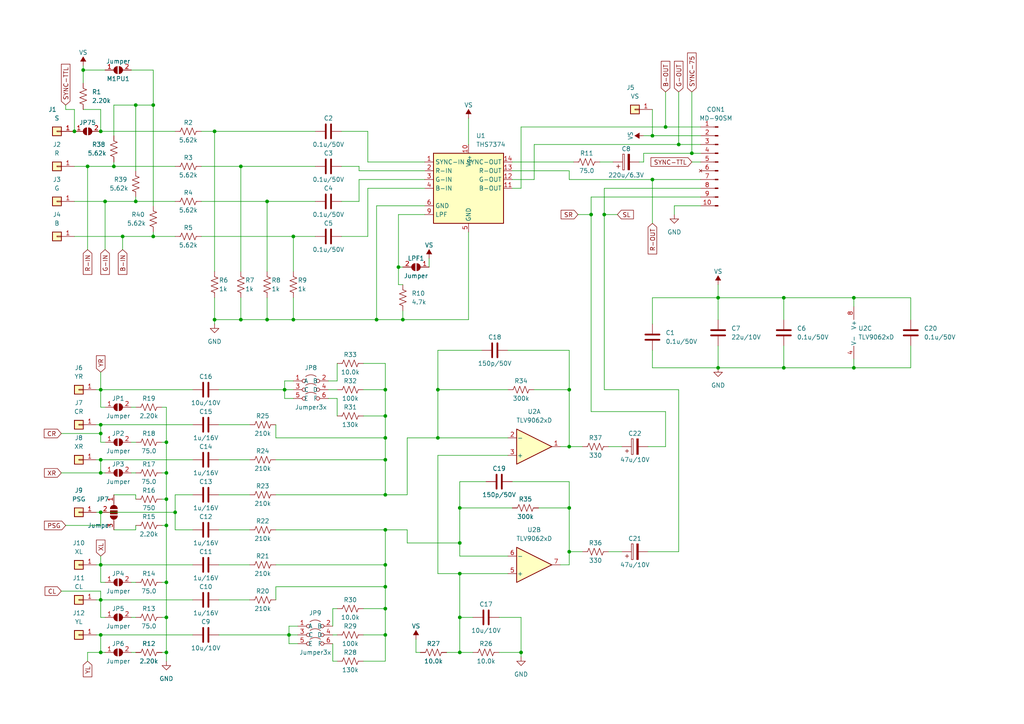
<source format=kicad_sch>
(kicad_sch (version 20230121) (generator eeschema)

  (uuid 958300df-c4de-4960-82e6-568e7c4185ee)

  (paper "A4")

  (lib_symbols
    (symbol "3BP Pads:Triple_Jumper" (in_bom yes) (on_board yes)
      (property "Reference" "JP" (at 0 6.35 0)
        (effects (font (size 1.27 1.27)))
      )
      (property "Value" "" (at 0 0 0)
        (effects (font (size 1.27 1.27)))
      )
      (property "Footprint" "" (at 0 0 0)
        (effects (font (size 1.27 1.27)) hide)
      )
      (property "Datasheet" "" (at 0 0 0)
        (effects (font (size 1.27 1.27)) hide)
      )
      (symbol "Triple_Jumper_0_0"
        (circle (center -2.032 -2.54) (radius 0.508)
          (stroke (width 0) (type default))
          (fill (type none))
        )
        (circle (center -2.032 0) (radius 0.508)
          (stroke (width 0) (type default))
          (fill (type none))
        )
        (circle (center -2.032 2.54) (radius 0.508)
          (stroke (width 0) (type default))
          (fill (type none))
        )
        (circle (center 2.032 -2.54) (radius 0.508)
          (stroke (width 0) (type default))
          (fill (type none))
        )
        (circle (center 2.032 0) (radius 0.508)
          (stroke (width 0) (type default))
          (fill (type none))
        )
        (circle (center 2.032 2.54) (radius 0.508)
          (stroke (width 0) (type default))
          (fill (type none))
        )
      )
      (symbol "Triple_Jumper_0_1"
        (arc (start 1.524 -1.27) (mid 0 -0.762) (end -1.524 -1.27)
          (stroke (width 0) (type default))
          (fill (type none))
        )
        (arc (start 1.524 1.27) (mid 0 1.778) (end -1.524 1.27)
          (stroke (width 0) (type default))
          (fill (type none))
        )
        (arc (start 1.524 3.81) (mid 0 4.318) (end -1.524 3.81)
          (stroke (width 0) (type default))
          (fill (type none))
        )
      )
      (symbol "Triple_Jumper_1_1"
        (pin passive line (at -5.08 2.54 0) (length 2.54)
          (name "A" (effects (font (size 1.27 1.27))))
          (number "1" (effects (font (size 1.27 1.27))))
        )
        (pin passive line (at 5.08 2.54 180) (length 2.54)
          (name "B" (effects (font (size 1.27 1.27))))
          (number "2" (effects (font (size 1.27 1.27))))
        )
        (pin passive line (at -5.08 0 0) (length 2.54)
          (name "C" (effects (font (size 1.27 1.27))))
          (number "3" (effects (font (size 1.27 1.27))))
        )
        (pin passive line (at 5.08 0 180) (length 2.54)
          (name "D" (effects (font (size 1.27 1.27))))
          (number "4" (effects (font (size 1.27 1.27))))
        )
        (pin passive line (at -5.08 -2.54 0) (length 2.54)
          (name "E" (effects (font (size 1.27 1.27))))
          (number "5" (effects (font (size 1.27 1.27))))
        )
        (pin passive line (at 5.08 -2.54 180) (length 2.54)
          (name "F" (effects (font (size 1.27 1.27))))
          (number "6" (effects (font (size 1.27 1.27))))
        )
      )
    )
    (symbol "Amplifier_Operational:TLV9062xD" (pin_names (offset 0.127)) (in_bom yes) (on_board yes)
      (property "Reference" "U" (at 2.54 6.35 0)
        (effects (font (size 1.27 1.27)) (justify left))
      )
      (property "Value" "TLV9062xD" (at 2.54 3.81 0)
        (effects (font (size 1.27 1.27)) (justify left))
      )
      (property "Footprint" "Package_SO:SOIC-8_3.9x4.9mm_P1.27mm" (at 2.54 0 0)
        (effects (font (size 1.27 1.27)) hide)
      )
      (property "Datasheet" "https://www.ti.com/lit/ds/symlink/tlv9062.pdf" (at 6.35 3.81 0)
        (effects (font (size 1.27 1.27)) hide)
      )
      (property "ki_locked" "" (at 0 0 0)
        (effects (font (size 1.27 1.27)))
      )
      (property "ki_keywords" "dual op-amp low power" (at 0 0 0)
        (effects (font (size 1.27 1.27)) hide)
      )
      (property "ki_description" "Dual operational amplifier, 300 uV Offset, SOIC-8" (at 0 0 0)
        (effects (font (size 1.27 1.27)) hide)
      )
      (property "ki_fp_filters" "SOIC*3.9x4.9mm*P1.27mm*" (at 0 0 0)
        (effects (font (size 1.27 1.27)) hide)
      )
      (symbol "TLV9062xD_1_1"
        (polyline
          (pts
            (xy 5.08 0)
            (xy -5.08 5.08)
            (xy -5.08 -5.08)
            (xy 5.08 0)
          )
          (stroke (width 0.254) (type default))
          (fill (type background))
        )
        (pin output line (at 7.62 0 180) (length 2.54)
          (name "~" (effects (font (size 1.27 1.27))))
          (number "1" (effects (font (size 1.27 1.27))))
        )
        (pin input line (at -7.62 -2.54 0) (length 2.54)
          (name "-" (effects (font (size 1.27 1.27))))
          (number "2" (effects (font (size 1.27 1.27))))
        )
        (pin input line (at -7.62 2.54 0) (length 2.54)
          (name "+" (effects (font (size 1.27 1.27))))
          (number "3" (effects (font (size 1.27 1.27))))
        )
      )
      (symbol "TLV9062xD_2_1"
        (polyline
          (pts
            (xy 5.08 0)
            (xy -5.08 5.08)
            (xy -5.08 -5.08)
            (xy 5.08 0)
          )
          (stroke (width 0.254) (type default))
          (fill (type background))
        )
        (pin input line (at -7.62 2.54 0) (length 2.54)
          (name "+" (effects (font (size 1.27 1.27))))
          (number "5" (effects (font (size 1.27 1.27))))
        )
        (pin input line (at -7.62 -2.54 0) (length 2.54)
          (name "-" (effects (font (size 1.27 1.27))))
          (number "6" (effects (font (size 1.27 1.27))))
        )
        (pin output line (at 7.62 0 180) (length 2.54)
          (name "~" (effects (font (size 1.27 1.27))))
          (number "7" (effects (font (size 1.27 1.27))))
        )
      )
      (symbol "TLV9062xD_3_1"
        (pin power_in line (at 0 -7.62 90) (length 3.81)
          (name "V-" (effects (font (size 1.27 1.27))))
          (number "4" (effects (font (size 1.27 1.27))))
        )
        (pin power_in line (at 0 7.62 270) (length 3.81)
          (name "V+" (effects (font (size 1.27 1.27))))
          (number "8" (effects (font (size 1.27 1.27))))
        )
      )
    )
    (symbol "Amplifier_Video:THS7374" (in_bom yes) (on_board yes)
      (property "Reference" "U1" (at 2.1941 15.24 0)
        (effects (font (size 1.27 1.27)) (justify left))
      )
      (property "Value" "THS7374" (at 2.1941 12.7 0)
        (effects (font (size 1.27 1.27)) (justify left))
      )
      (property "Footprint" "Package_SO:TSSOP-14_4.4x5mm_P0.65mm" (at 22.86 -15.24 0)
        (effects (font (size 1.27 1.27)) hide)
      )
      (property "Datasheet" "https://www.ti.com/lit/ds/symlink/ths7374.pdf" (at 25.4 -12.7 0)
        (effects (font (size 1.27 1.27)) hide)
      )
      (property "ki_keywords" "video amplifier sdtv cvbs rgb ypbpr" (at 0 0 0)
        (effects (font (size 1.27 1.27)) hide)
      )
      (property "ki_description" "4 channel SDTV Video Amplifier, TSSOP-14" (at 0 0 0)
        (effects (font (size 1.27 1.27)) hide)
      )
      (property "ki_fp_filters" "TSSOP*4.4x5mm*P0.65mm*" (at 0 0 0)
        (effects (font (size 1.27 1.27)) hide)
      )
      (symbol "THS7374_0_1"
        (rectangle (start -10.16 10.16) (end 10.16 -10.16)
          (stroke (width 0.254) (type default))
          (fill (type background))
        )
      )
      (symbol "THS7374_1_1"
        (pin input line (at -12.7 7.62 0) (length 2.54)
          (name "SYNC-IN" (effects (font (size 1.27 1.27))))
          (number "1" (effects (font (size 1.27 1.27))))
        )
        (pin power_in line (at 0 12.7 270) (length 2.54)
          (name "V_{S+}" (effects (font (size 1.27 1.27))))
          (number "10" (effects (font (size 1.27 1.27))))
        )
        (pin output line (at 12.7 0 180) (length 2.54)
          (name "B-OUT" (effects (font (size 1.27 1.27))))
          (number "11" (effects (font (size 1.27 1.27))))
        )
        (pin output line (at 12.7 2.54 180) (length 2.54)
          (name "G-OUT" (effects (font (size 1.27 1.27))))
          (number "12" (effects (font (size 1.27 1.27))))
        )
        (pin output line (at 12.7 5.08 180) (length 2.54)
          (name "R-OUT" (effects (font (size 1.27 1.27))))
          (number "13" (effects (font (size 1.27 1.27))))
        )
        (pin output line (at 12.7 7.62 180) (length 2.54)
          (name "SYNC-OUT" (effects (font (size 1.27 1.27))))
          (number "14" (effects (font (size 1.27 1.27))))
        )
        (pin input line (at -12.7 5.08 0) (length 2.54)
          (name "R-IN" (effects (font (size 1.27 1.27))))
          (number "2" (effects (font (size 1.27 1.27))))
        )
        (pin input line (at -12.7 2.54 0) (length 2.54)
          (name "G-IN" (effects (font (size 1.27 1.27))))
          (number "3" (effects (font (size 1.27 1.27))))
        )
        (pin input line (at -12.7 0 0) (length 2.54)
          (name "B-IN" (effects (font (size 1.27 1.27))))
          (number "4" (effects (font (size 1.27 1.27))))
        )
        (pin power_in line (at 0 -12.7 90) (length 2.54)
          (name "GND" (effects (font (size 1.27 1.27))))
          (number "5" (effects (font (size 1.27 1.27))))
        )
        (pin power_in line (at -12.7 -5.08 0) (length 2.54)
          (name "GND" (effects (font (size 1.27 1.27))))
          (number "6" (effects (font (size 1.27 1.27))))
        )
        (pin no_connect line (at 10.16 -5.08 180) (length 2.54) hide
          (name "NC" (effects (font (size 1.27 1.27))))
          (number "7" (effects (font (size 1.27 1.27))))
        )
        (pin no_connect line (at 10.16 -7.62 180) (length 2.54) hide
          (name "NC" (effects (font (size 1.27 1.27))))
          (number "8" (effects (font (size 1.27 1.27))))
        )
        (pin input line (at -12.7 -7.62 0) (length 2.54)
          (name "LPF" (effects (font (size 1.27 1.27))))
          (number "9" (effects (font (size 1.27 1.27))))
        )
      )
    )
    (symbol "Connector:Conn_01x10_Pin" (pin_names (offset 1.016) hide) (in_bom yes) (on_board yes)
      (property "Reference" "J5" (at 0.635 15.24 0)
        (effects (font (size 1.27 1.27)))
      )
      (property "Value" "MD-90SM" (at 0.635 12.7 0)
        (effects (font (size 1.27 1.27)))
      )
      (property "Footprint" "" (at 0 0 0)
        (effects (font (size 1.27 1.27)) hide)
      )
      (property "Datasheet" "~" (at 0 0 0)
        (effects (font (size 1.27 1.27)) hide)
      )
      (property "ki_locked" "" (at 0 0 0)
        (effects (font (size 1.27 1.27)))
      )
      (property "ki_keywords" "connector" (at 0 0 0)
        (effects (font (size 1.27 1.27)) hide)
      )
      (property "ki_description" "Generic connector, single row, 01x10, script generated" (at 0 0 0)
        (effects (font (size 1.27 1.27)) hide)
      )
      (property "ki_fp_filters" "Connector*:*_1x??_*" (at 0 0 0)
        (effects (font (size 1.27 1.27)) hide)
      )
      (symbol "Conn_01x10_Pin_1_1"
        (polyline
          (pts
            (xy 1.27 -12.7)
            (xy 0.8636 -12.7)
          )
          (stroke (width 0.1524) (type default))
          (fill (type none))
        )
        (polyline
          (pts
            (xy 1.27 -10.16)
            (xy 0.8636 -10.16)
          )
          (stroke (width 0.1524) (type default))
          (fill (type none))
        )
        (polyline
          (pts
            (xy 1.27 -7.62)
            (xy 0.8636 -7.62)
          )
          (stroke (width 0.1524) (type default))
          (fill (type none))
        )
        (polyline
          (pts
            (xy 1.27 -5.08)
            (xy 0.8636 -5.08)
          )
          (stroke (width 0.1524) (type default))
          (fill (type none))
        )
        (polyline
          (pts
            (xy 1.27 -2.54)
            (xy 0.8636 -2.54)
          )
          (stroke (width 0.1524) (type default))
          (fill (type none))
        )
        (polyline
          (pts
            (xy 1.27 0)
            (xy 0.8636 0)
          )
          (stroke (width 0.1524) (type default))
          (fill (type none))
        )
        (polyline
          (pts
            (xy 1.27 2.54)
            (xy 0.8636 2.54)
          )
          (stroke (width 0.1524) (type default))
          (fill (type none))
        )
        (polyline
          (pts
            (xy 1.27 5.08)
            (xy 0.8636 5.08)
          )
          (stroke (width 0.1524) (type default))
          (fill (type none))
        )
        (polyline
          (pts
            (xy 1.27 7.62)
            (xy 0.8636 7.62)
          )
          (stroke (width 0.1524) (type default))
          (fill (type none))
        )
        (polyline
          (pts
            (xy 1.27 10.16)
            (xy 0.8636 10.16)
          )
          (stroke (width 0.1524) (type default))
          (fill (type none))
        )
        (rectangle (start 0.8636 -12.573) (end 0 -12.827)
          (stroke (width 0.1524) (type default))
          (fill (type outline))
        )
        (rectangle (start 0.8636 -10.033) (end 0 -10.287)
          (stroke (width 0.1524) (type default))
          (fill (type outline))
        )
        (rectangle (start 0.8636 -7.493) (end 0 -7.747)
          (stroke (width 0.1524) (type default))
          (fill (type outline))
        )
        (rectangle (start 0.8636 -4.953) (end 0 -5.207)
          (stroke (width 0.1524) (type default))
          (fill (type outline))
        )
        (rectangle (start 0.8636 -2.413) (end 0 -2.667)
          (stroke (width 0.1524) (type default))
          (fill (type outline))
        )
        (rectangle (start 0.8636 0.127) (end 0 -0.127)
          (stroke (width 0.1524) (type default))
          (fill (type outline))
        )
        (rectangle (start 0.8636 2.667) (end 0 2.413)
          (stroke (width 0.1524) (type default))
          (fill (type outline))
        )
        (rectangle (start 0.8636 5.207) (end 0 4.953)
          (stroke (width 0.1524) (type default))
          (fill (type outline))
        )
        (rectangle (start 0.8636 7.747) (end 0 7.493)
          (stroke (width 0.1524) (type default))
          (fill (type outline))
        )
        (rectangle (start 0.8636 10.287) (end 0 10.033)
          (stroke (width 0.1524) (type default))
          (fill (type outline))
        )
        (pin passive line (at 5.08 10.16 180) (length 3.81)
          (name "Pin_1" (effects (font (size 1.27 1.27))))
          (number "1" (effects (font (size 1.27 1.27))))
        )
        (pin passive line (at 5.08 -12.7 180) (length 3.81)
          (name "Pin_10" (effects (font (size 1.27 1.27))))
          (number "10" (effects (font (size 1.27 1.27))))
        )
        (pin passive line (at 5.08 7.62 180) (length 3.81)
          (name "Pin_2" (effects (font (size 1.27 1.27))))
          (number "2" (effects (font (size 1.27 1.27))))
        )
        (pin passive line (at 5.08 5.08 180) (length 3.81)
          (name "Pin_3" (effects (font (size 1.27 1.27))))
          (number "3" (effects (font (size 1.27 1.27))))
        )
        (pin passive line (at 5.08 2.54 180) (length 3.81)
          (name "Pin_4" (effects (font (size 1.27 1.27))))
          (number "4" (effects (font (size 1.27 1.27))))
        )
        (pin passive line (at 5.08 0 180) (length 3.81)
          (name "Pin_5" (effects (font (size 1.27 1.27))))
          (number "5" (effects (font (size 1.27 1.27))))
        )
        (pin no_connect line (at 5.08 -2.54 180) (length 3.81)
          (name "Pin_6" (effects (font (size 1.27 1.27))))
          (number "6" (effects (font (size 1.27 1.27))))
        )
        (pin passive line (at 5.08 -5.08 180) (length 3.81)
          (name "Pin_7" (effects (font (size 1.27 1.27))))
          (number "7" (effects (font (size 1.27 1.27))))
        )
        (pin passive line (at 5.08 -7.62 180) (length 3.81)
          (name "Pin_8" (effects (font (size 1.27 1.27))))
          (number "8" (effects (font (size 1.27 1.27))))
        )
        (pin passive line (at 5.08 -10.16 180) (length 3.81)
          (name "Pin_9" (effects (font (size 1.27 1.27))))
          (number "9" (effects (font (size 1.27 1.27))))
        )
      )
    )
    (symbol "Connector_Generic:Conn_01x01" (pin_names (offset 1.016) hide) (in_bom yes) (on_board yes)
      (property "Reference" "J" (at 0 2.54 0)
        (effects (font (size 1.27 1.27)))
      )
      (property "Value" "Conn_01x01" (at 0 -2.54 0)
        (effects (font (size 1.27 1.27)))
      )
      (property "Footprint" "" (at 0 0 0)
        (effects (font (size 1.27 1.27)) hide)
      )
      (property "Datasheet" "~" (at 0 0 0)
        (effects (font (size 1.27 1.27)) hide)
      )
      (property "ki_keywords" "connector" (at 0 0 0)
        (effects (font (size 1.27 1.27)) hide)
      )
      (property "ki_description" "Generic connector, single row, 01x01, script generated (kicad-library-utils/schlib/autogen/connector/)" (at 0 0 0)
        (effects (font (size 1.27 1.27)) hide)
      )
      (property "ki_fp_filters" "Connector*:*_1x??_*" (at 0 0 0)
        (effects (font (size 1.27 1.27)) hide)
      )
      (symbol "Conn_01x01_1_1"
        (rectangle (start -1.27 0.127) (end 0 -0.127)
          (stroke (width 0.1524) (type default))
          (fill (type none))
        )
        (rectangle (start -1.27 1.27) (end 1.27 -1.27)
          (stroke (width 0.254) (type default))
          (fill (type background))
        )
        (pin passive line (at -5.08 0 0) (length 3.81)
          (name "Pin_1" (effects (font (size 1.27 1.27))))
          (number "1" (effects (font (size 1.27 1.27))))
        )
      )
    )
    (symbol "Device:C" (pin_numbers hide) (pin_names (offset 0.254)) (in_bom yes) (on_board yes)
      (property "Reference" "C" (at 0.635 2.54 0)
        (effects (font (size 1.27 1.27)) (justify left))
      )
      (property "Value" "C" (at 0.635 -2.54 0)
        (effects (font (size 1.27 1.27)) (justify left))
      )
      (property "Footprint" "" (at 0.9652 -3.81 0)
        (effects (font (size 1.27 1.27)) hide)
      )
      (property "Datasheet" "~" (at 0 0 0)
        (effects (font (size 1.27 1.27)) hide)
      )
      (property "ki_keywords" "cap capacitor" (at 0 0 0)
        (effects (font (size 1.27 1.27)) hide)
      )
      (property "ki_description" "Unpolarized capacitor" (at 0 0 0)
        (effects (font (size 1.27 1.27)) hide)
      )
      (property "ki_fp_filters" "C_*" (at 0 0 0)
        (effects (font (size 1.27 1.27)) hide)
      )
      (symbol "C_0_1"
        (polyline
          (pts
            (xy -2.032 -0.762)
            (xy 2.032 -0.762)
          )
          (stroke (width 0.508) (type default))
          (fill (type none))
        )
        (polyline
          (pts
            (xy -2.032 0.762)
            (xy 2.032 0.762)
          )
          (stroke (width 0.508) (type default))
          (fill (type none))
        )
      )
      (symbol "C_1_1"
        (pin passive line (at 0 3.81 270) (length 2.794)
          (name "~" (effects (font (size 1.27 1.27))))
          (number "1" (effects (font (size 1.27 1.27))))
        )
        (pin passive line (at 0 -3.81 90) (length 2.794)
          (name "~" (effects (font (size 1.27 1.27))))
          (number "2" (effects (font (size 1.27 1.27))))
        )
      )
    )
    (symbol "Device:C_Polarized" (pin_numbers hide) (pin_names (offset 0.254)) (in_bom yes) (on_board yes)
      (property "Reference" "C" (at 0.635 2.54 0)
        (effects (font (size 1.27 1.27)) (justify left))
      )
      (property "Value" "C_Polarized" (at 0.635 -2.54 0)
        (effects (font (size 1.27 1.27)) (justify left))
      )
      (property "Footprint" "" (at 0.9652 -3.81 0)
        (effects (font (size 1.27 1.27)) hide)
      )
      (property "Datasheet" "~" (at 0 0 0)
        (effects (font (size 1.27 1.27)) hide)
      )
      (property "ki_keywords" "cap capacitor" (at 0 0 0)
        (effects (font (size 1.27 1.27)) hide)
      )
      (property "ki_description" "Polarized capacitor" (at 0 0 0)
        (effects (font (size 1.27 1.27)) hide)
      )
      (property "ki_fp_filters" "CP_*" (at 0 0 0)
        (effects (font (size 1.27 1.27)) hide)
      )
      (symbol "C_Polarized_0_1"
        (rectangle (start -2.286 0.508) (end 2.286 1.016)
          (stroke (width 0) (type default))
          (fill (type none))
        )
        (polyline
          (pts
            (xy -1.778 2.286)
            (xy -0.762 2.286)
          )
          (stroke (width 0) (type default))
          (fill (type none))
        )
        (polyline
          (pts
            (xy -1.27 2.794)
            (xy -1.27 1.778)
          )
          (stroke (width 0) (type default))
          (fill (type none))
        )
        (rectangle (start 2.286 -0.508) (end -2.286 -1.016)
          (stroke (width 0) (type default))
          (fill (type outline))
        )
      )
      (symbol "C_Polarized_1_1"
        (pin passive line (at 0 3.81 270) (length 2.794)
          (name "~" (effects (font (size 1.27 1.27))))
          (number "1" (effects (font (size 1.27 1.27))))
        )
        (pin passive line (at 0 -3.81 90) (length 2.794)
          (name "~" (effects (font (size 1.27 1.27))))
          (number "2" (effects (font (size 1.27 1.27))))
        )
      )
    )
    (symbol "Device:R_US" (pin_numbers hide) (pin_names (offset 0)) (in_bom yes) (on_board yes)
      (property "Reference" "R" (at 2.54 0 90)
        (effects (font (size 1.27 1.27)))
      )
      (property "Value" "R_US" (at -2.54 0 90)
        (effects (font (size 1.27 1.27)))
      )
      (property "Footprint" "" (at 1.016 -0.254 90)
        (effects (font (size 1.27 1.27)) hide)
      )
      (property "Datasheet" "~" (at 0 0 0)
        (effects (font (size 1.27 1.27)) hide)
      )
      (property "ki_keywords" "R res resistor" (at 0 0 0)
        (effects (font (size 1.27 1.27)) hide)
      )
      (property "ki_description" "Resistor, US symbol" (at 0 0 0)
        (effects (font (size 1.27 1.27)) hide)
      )
      (property "ki_fp_filters" "R_*" (at 0 0 0)
        (effects (font (size 1.27 1.27)) hide)
      )
      (symbol "R_US_0_1"
        (polyline
          (pts
            (xy 0 -2.286)
            (xy 0 -2.54)
          )
          (stroke (width 0) (type default))
          (fill (type none))
        )
        (polyline
          (pts
            (xy 0 2.286)
            (xy 0 2.54)
          )
          (stroke (width 0) (type default))
          (fill (type none))
        )
        (polyline
          (pts
            (xy 0 -0.762)
            (xy 1.016 -1.143)
            (xy 0 -1.524)
            (xy -1.016 -1.905)
            (xy 0 -2.286)
          )
          (stroke (width 0) (type default))
          (fill (type none))
        )
        (polyline
          (pts
            (xy 0 0.762)
            (xy 1.016 0.381)
            (xy 0 0)
            (xy -1.016 -0.381)
            (xy 0 -0.762)
          )
          (stroke (width 0) (type default))
          (fill (type none))
        )
        (polyline
          (pts
            (xy 0 2.286)
            (xy 1.016 1.905)
            (xy 0 1.524)
            (xy -1.016 1.143)
            (xy 0 0.762)
          )
          (stroke (width 0) (type default))
          (fill (type none))
        )
      )
      (symbol "R_US_1_1"
        (pin passive line (at 0 3.81 270) (length 1.27)
          (name "~" (effects (font (size 1.27 1.27))))
          (number "1" (effects (font (size 1.27 1.27))))
        )
        (pin passive line (at 0 -3.81 90) (length 1.27)
          (name "~" (effects (font (size 1.27 1.27))))
          (number "2" (effects (font (size 1.27 1.27))))
        )
      )
    )
    (symbol "Jumper:SolderJumper_2_Open" (pin_names (offset 0) hide) (in_bom yes) (on_board yes)
      (property "Reference" "JP" (at 0 2.032 0)
        (effects (font (size 1.27 1.27)))
      )
      (property "Value" "SolderJumper_2_Open" (at 0 -2.54 0)
        (effects (font (size 1.27 1.27)))
      )
      (property "Footprint" "" (at 0 0 0)
        (effects (font (size 1.27 1.27)) hide)
      )
      (property "Datasheet" "~" (at 0 0 0)
        (effects (font (size 1.27 1.27)) hide)
      )
      (property "ki_keywords" "solder jumper SPST" (at 0 0 0)
        (effects (font (size 1.27 1.27)) hide)
      )
      (property "ki_description" "Solder Jumper, 2-pole, open" (at 0 0 0)
        (effects (font (size 1.27 1.27)) hide)
      )
      (property "ki_fp_filters" "SolderJumper*Open*" (at 0 0 0)
        (effects (font (size 1.27 1.27)) hide)
      )
      (symbol "SolderJumper_2_Open_0_1"
        (arc (start -0.254 1.016) (mid -1.2656 0) (end -0.254 -1.016)
          (stroke (width 0) (type default))
          (fill (type none))
        )
        (arc (start -0.254 1.016) (mid -1.2656 0) (end -0.254 -1.016)
          (stroke (width 0) (type default))
          (fill (type outline))
        )
        (polyline
          (pts
            (xy -0.254 1.016)
            (xy -0.254 -1.016)
          )
          (stroke (width 0) (type default))
          (fill (type none))
        )
        (polyline
          (pts
            (xy 0.254 1.016)
            (xy 0.254 -1.016)
          )
          (stroke (width 0) (type default))
          (fill (type none))
        )
        (arc (start 0.254 -1.016) (mid 1.2656 0) (end 0.254 1.016)
          (stroke (width 0) (type default))
          (fill (type none))
        )
        (arc (start 0.254 -1.016) (mid 1.2656 0) (end 0.254 1.016)
          (stroke (width 0) (type default))
          (fill (type outline))
        )
      )
      (symbol "SolderJumper_2_Open_1_1"
        (pin passive line (at -3.81 0 0) (length 2.54)
          (name "A" (effects (font (size 1.27 1.27))))
          (number "1" (effects (font (size 1.27 1.27))))
        )
        (pin passive line (at 3.81 0 180) (length 2.54)
          (name "B" (effects (font (size 1.27 1.27))))
          (number "2" (effects (font (size 1.27 1.27))))
        )
      )
    )
    (symbol "Jumper:SolderJumper_3_Open" (pin_names (offset 0) hide) (in_bom yes) (on_board yes)
      (property "Reference" "JP" (at -2.54 -2.54 0)
        (effects (font (size 1.27 1.27)))
      )
      (property "Value" "SolderJumper_3_Open" (at 0 2.794 0)
        (effects (font (size 1.27 1.27)))
      )
      (property "Footprint" "" (at 0 0 0)
        (effects (font (size 1.27 1.27)) hide)
      )
      (property "Datasheet" "~" (at 0 0 0)
        (effects (font (size 1.27 1.27)) hide)
      )
      (property "ki_keywords" "Solder Jumper SPDT" (at 0 0 0)
        (effects (font (size 1.27 1.27)) hide)
      )
      (property "ki_description" "Solder Jumper, 3-pole, open" (at 0 0 0)
        (effects (font (size 1.27 1.27)) hide)
      )
      (property "ki_fp_filters" "SolderJumper*Open*" (at 0 0 0)
        (effects (font (size 1.27 1.27)) hide)
      )
      (symbol "SolderJumper_3_Open_0_1"
        (arc (start -1.016 1.016) (mid -2.0276 0) (end -1.016 -1.016)
          (stroke (width 0) (type default))
          (fill (type none))
        )
        (arc (start -1.016 1.016) (mid -2.0276 0) (end -1.016 -1.016)
          (stroke (width 0) (type default))
          (fill (type outline))
        )
        (rectangle (start -0.508 1.016) (end 0.508 -1.016)
          (stroke (width 0) (type default))
          (fill (type outline))
        )
        (polyline
          (pts
            (xy -2.54 0)
            (xy -2.032 0)
          )
          (stroke (width 0) (type default))
          (fill (type none))
        )
        (polyline
          (pts
            (xy -1.016 1.016)
            (xy -1.016 -1.016)
          )
          (stroke (width 0) (type default))
          (fill (type none))
        )
        (polyline
          (pts
            (xy 0 -1.27)
            (xy 0 -1.016)
          )
          (stroke (width 0) (type default))
          (fill (type none))
        )
        (polyline
          (pts
            (xy 1.016 1.016)
            (xy 1.016 -1.016)
          )
          (stroke (width 0) (type default))
          (fill (type none))
        )
        (polyline
          (pts
            (xy 2.54 0)
            (xy 2.032 0)
          )
          (stroke (width 0) (type default))
          (fill (type none))
        )
        (arc (start 1.016 -1.016) (mid 2.0276 0) (end 1.016 1.016)
          (stroke (width 0) (type default))
          (fill (type none))
        )
        (arc (start 1.016 -1.016) (mid 2.0276 0) (end 1.016 1.016)
          (stroke (width 0) (type default))
          (fill (type outline))
        )
      )
      (symbol "SolderJumper_3_Open_1_1"
        (pin passive line (at -5.08 0 0) (length 2.54)
          (name "A" (effects (font (size 1.27 1.27))))
          (number "1" (effects (font (size 1.27 1.27))))
        )
        (pin passive line (at 0 -3.81 90) (length 2.54)
          (name "C" (effects (font (size 1.27 1.27))))
          (number "2" (effects (font (size 1.27 1.27))))
        )
        (pin passive line (at 5.08 0 180) (length 2.54)
          (name "B" (effects (font (size 1.27 1.27))))
          (number "3" (effects (font (size 1.27 1.27))))
        )
      )
    )
    (symbol "power:GND" (power) (pin_names (offset 0)) (in_bom yes) (on_board yes)
      (property "Reference" "#PWR" (at 0 -6.35 0)
        (effects (font (size 1.27 1.27)) hide)
      )
      (property "Value" "GND" (at 0 -3.81 0)
        (effects (font (size 1.27 1.27)))
      )
      (property "Footprint" "" (at 0 0 0)
        (effects (font (size 1.27 1.27)) hide)
      )
      (property "Datasheet" "" (at 0 0 0)
        (effects (font (size 1.27 1.27)) hide)
      )
      (property "ki_keywords" "global power" (at 0 0 0)
        (effects (font (size 1.27 1.27)) hide)
      )
      (property "ki_description" "Power symbol creates a global label with name \"GND\" , ground" (at 0 0 0)
        (effects (font (size 1.27 1.27)) hide)
      )
      (symbol "GND_0_1"
        (polyline
          (pts
            (xy 0 0)
            (xy 0 -1.27)
            (xy 1.27 -1.27)
            (xy 0 -2.54)
            (xy -1.27 -1.27)
            (xy 0 -1.27)
          )
          (stroke (width 0) (type default))
          (fill (type none))
        )
      )
      (symbol "GND_1_1"
        (pin power_in line (at 0 0 270) (length 0) hide
          (name "GND" (effects (font (size 1.27 1.27))))
          (number "1" (effects (font (size 1.27 1.27))))
        )
      )
    )
    (symbol "power:VS" (power) (pin_names (offset 0)) (in_bom yes) (on_board yes)
      (property "Reference" "#PWR" (at -5.08 -3.81 0)
        (effects (font (size 1.27 1.27)) hide)
      )
      (property "Value" "VS" (at 0 3.81 0)
        (effects (font (size 1.27 1.27)))
      )
      (property "Footprint" "" (at 0 0 0)
        (effects (font (size 1.27 1.27)) hide)
      )
      (property "Datasheet" "" (at 0 0 0)
        (effects (font (size 1.27 1.27)) hide)
      )
      (property "ki_keywords" "global power" (at 0 0 0)
        (effects (font (size 1.27 1.27)) hide)
      )
      (property "ki_description" "Power symbol creates a global label with name \"VS\"" (at 0 0 0)
        (effects (font (size 1.27 1.27)) hide)
      )
      (symbol "VS_0_1"
        (polyline
          (pts
            (xy 0 0)
            (xy 0 2.54)
          )
          (stroke (width 0) (type default))
          (fill (type none))
        )
        (polyline
          (pts
            (xy 0.762 1.27)
            (xy -0.762 1.27)
            (xy 0 2.54)
            (xy 0.762 1.27)
          )
          (stroke (width 0) (type default))
          (fill (type outline))
        )
      )
      (symbol "VS_1_1"
        (pin power_in line (at 0 0 90) (length 0) hide
          (name "VS" (effects (font (size 1.27 1.27))))
          (number "1" (effects (font (size 1.27 1.27))))
        )
      )
    )
  )

  (junction (at 48.26 152.4) (diameter 0) (color 0 0 0 0)
    (uuid 03921b2c-b02a-4f1a-ad87-f2d3fb68d94c)
  )
  (junction (at 69.85 92.71) (diameter 0) (color 0 0 0 0)
    (uuid 06137b9b-3dd5-4ca8-88db-6a17d0a2e1db)
  )
  (junction (at 133.35 166.37) (diameter 0) (color 0 0 0 0)
    (uuid 069e9d4c-313d-4937-84d7-dc8bf2076aae)
  )
  (junction (at 77.47 92.71) (diameter 0) (color 0 0 0 0)
    (uuid 07086225-0295-4cac-8031-b71f8d717aa1)
  )
  (junction (at 30.48 58.42) (diameter 0) (color 0 0 0 0)
    (uuid 079241db-de58-48aa-a2cc-fa684c0da81a)
  )
  (junction (at 111.76 170.18) (diameter 0) (color 0 0 0 0)
    (uuid 084ec433-2c96-4275-adf3-2dba39c7ce92)
  )
  (junction (at 193.04 36.83) (diameter 0) (color 0 0 0 0)
    (uuid 0a121cfb-29c0-4356-9376-e8ab5fcd5773)
  )
  (junction (at 29.21 137.16) (diameter 0) (color 0 0 0 0)
    (uuid 130c8dd3-0d3b-4ed9-80ba-5a7af53de477)
  )
  (junction (at 116.84 92.71) (diameter 0) (color 0 0 0 0)
    (uuid 149f7b9a-11b6-4e10-bfd9-820c008752c4)
  )
  (junction (at 133.35 179.07) (diameter 0) (color 0 0 0 0)
    (uuid 16d6684e-9f03-44d9-853a-df939af2913c)
  )
  (junction (at 48.26 179.07) (diameter 0) (color 0 0 0 0)
    (uuid 242dafff-83fc-4533-b123-150af1b9a4b1)
  )
  (junction (at 208.28 106.68) (diameter 0) (color 0 0 0 0)
    (uuid 2bf7a884-cf83-4973-9e82-fc7d0e987d69)
  )
  (junction (at 33.02 48.26) (diameter 0) (color 0 0 0 0)
    (uuid 2cc5975f-2add-44cb-9caf-910a70f791e8)
  )
  (junction (at 85.09 68.58) (diameter 0) (color 0 0 0 0)
    (uuid 2ce09eaa-3032-4c8e-8980-6425e6b685dc)
  )
  (junction (at 29.21 38.1) (diameter 0) (color 0 0 0 0)
    (uuid 32c69eef-1427-49cf-bd1b-d385ed75e822)
  )
  (junction (at 208.28 86.36) (diameter 0) (color 0 0 0 0)
    (uuid 383bfeb6-1508-4afb-89f3-59ddc4c2d60e)
  )
  (junction (at 165.1 160.02) (diameter 0) (color 0 0 0 0)
    (uuid 43f38a6e-3c9e-4c49-bda8-50e8e91b7be4)
  )
  (junction (at 21.59 38.1) (diameter 0) (color 0 0 0 0)
    (uuid 47ea49cf-52aa-4e03-a550-ad65ef71548a)
  )
  (junction (at 29.21 163.83) (diameter 0) (color 0 0 0 0)
    (uuid 48b00ebc-354f-487a-acf3-bed7e24678d9)
  )
  (junction (at 165.1 113.03) (diameter 0) (color 0 0 0 0)
    (uuid 49d73112-38ad-486a-9976-4b5ba81ee493)
  )
  (junction (at 111.76 176.53) (diameter 0) (color 0 0 0 0)
    (uuid 49fe8faf-12b3-4cf6-80ce-88ac4eb14e75)
  )
  (junction (at 165.1 129.54) (diameter 0) (color 0 0 0 0)
    (uuid 4cd14959-99bd-4c87-9b80-7b0faa626f27)
  )
  (junction (at 85.09 92.71) (diameter 0) (color 0 0 0 0)
    (uuid 4d75b503-07ea-4100-92f4-ec792146890c)
  )
  (junction (at 83.82 184.15) (diameter 0) (color 0 0 0 0)
    (uuid 54ae4eb2-5432-4187-bade-9d4e92cd17a0)
  )
  (junction (at 69.85 48.26) (diameter 0) (color 0 0 0 0)
    (uuid 5d3d2819-4b7d-4455-b989-ae6357bb58f4)
  )
  (junction (at 62.23 38.1) (diameter 0) (color 0 0 0 0)
    (uuid 625a4b64-d947-4819-83a6-994a22786a05)
  )
  (junction (at 29.21 125.73) (diameter 0) (color 0 0 0 0)
    (uuid 62832aff-c205-43cd-b40d-25fe80ae59c6)
  )
  (junction (at 133.35 189.23) (diameter 0) (color 0 0 0 0)
    (uuid 6965d8c4-e5ad-42a7-a0d9-7baed895f7f6)
  )
  (junction (at 29.21 113.03) (diameter 0) (color 0 0 0 0)
    (uuid 6d3b5b42-3661-471c-a7c1-068ea3dd5177)
  )
  (junction (at 115.57 77.47) (diameter 0) (color 0 0 0 0)
    (uuid 6e018833-5013-45ce-bf78-b37cdb07058e)
  )
  (junction (at 29.21 123.19) (diameter 0) (color 0 0 0 0)
    (uuid 6ed26bdb-4861-4471-9db7-e97b329f1870)
  )
  (junction (at 29.21 173.99) (diameter 0) (color 0 0 0 0)
    (uuid 71d33952-39cf-491f-8a00-f52f45deff39)
  )
  (junction (at 111.76 184.15) (diameter 0) (color 0 0 0 0)
    (uuid 72475dc1-89ed-4074-909b-ddb2cb0293be)
  )
  (junction (at 29.21 189.23) (diameter 0) (color 0 0 0 0)
    (uuid 798e4e3c-57ce-4652-8a1c-a5cfe20deb29)
  )
  (junction (at 48.26 189.23) (diameter 0) (color 0 0 0 0)
    (uuid 7a459780-eb24-4f34-9a0c-d79b818ff797)
  )
  (junction (at 200.66 44.45) (diameter 0) (color 0 0 0 0)
    (uuid 7a6e0839-cef0-4012-86bb-f4e84ce918c9)
  )
  (junction (at 44.45 30.48) (diameter 0) (color 0 0 0 0)
    (uuid 7af646fa-3cc4-4eb5-832f-771c226a6349)
  )
  (junction (at 111.76 113.03) (diameter 0) (color 0 0 0 0)
    (uuid 854f7a39-cbe8-40da-8af4-9957a6416066)
  )
  (junction (at 175.26 62.23) (diameter 0) (color 0 0 0 0)
    (uuid 87286afe-8c5e-4b27-83fe-5203ffa2a1bc)
  )
  (junction (at 133.35 157.48) (diameter 0) (color 0 0 0 0)
    (uuid 88678511-7269-4b0f-8555-8f96a721f073)
  )
  (junction (at 171.45 62.23) (diameter 0) (color 0 0 0 0)
    (uuid 8df9d661-25d2-44d2-b8fd-c5cf672f8b84)
  )
  (junction (at 48.26 168.91) (diameter 0) (color 0 0 0 0)
    (uuid 8ecdf7ef-7a5e-4340-b072-3851481d36f4)
  )
  (junction (at 48.26 128.27) (diameter 0) (color 0 0 0 0)
    (uuid 954c02c0-90ee-4126-98dd-f21ef3fff4de)
  )
  (junction (at 227.33 106.68) (diameter 0) (color 0 0 0 0)
    (uuid 9864781c-07d7-4c16-a2de-61b863cc2a0b)
  )
  (junction (at 133.35 147.32) (diameter 0) (color 0 0 0 0)
    (uuid 9ae1c44e-5ac0-4f2b-a5ab-09dc7bd46034)
  )
  (junction (at 39.37 58.42) (diameter 0) (color 0 0 0 0)
    (uuid 9ce3058c-dbcb-4478-b49e-6deb913e5f98)
  )
  (junction (at 29.21 133.35) (diameter 0) (color 0 0 0 0)
    (uuid a1d9631f-15a0-47f8-9148-22cb04e466a1)
  )
  (junction (at 77.47 58.42) (diameter 0) (color 0 0 0 0)
    (uuid a2632da6-5b36-45fd-9f25-ac5615e51723)
  )
  (junction (at 35.56 68.58) (diameter 0) (color 0 0 0 0)
    (uuid a7ea80df-5917-45ed-800a-24e71e53295f)
  )
  (junction (at 189.23 52.07) (diameter 0) (color 0 0 0 0)
    (uuid ae641645-3b8d-4505-96aa-3d43c57be2d2)
  )
  (junction (at 196.85 41.91) (diameter 0) (color 0 0 0 0)
    (uuid ae6e66e4-3973-470d-8cf6-e209af9ae42f)
  )
  (junction (at 111.76 163.83) (diameter 0) (color 0 0 0 0)
    (uuid b18b0226-54e6-4c13-99e5-0be871c17b60)
  )
  (junction (at 165.1 147.32) (diameter 0) (color 0 0 0 0)
    (uuid b632168a-7b46-4894-af05-e821e239724e)
  )
  (junction (at 109.22 92.71) (diameter 0) (color 0 0 0 0)
    (uuid b82a8d79-f0b9-4427-b0ed-203c3caad04e)
  )
  (junction (at 111.76 120.65) (diameter 0) (color 0 0 0 0)
    (uuid b9789d96-1ed1-4993-a220-25466f085a80)
  )
  (junction (at 48.26 144.78) (diameter 0) (color 0 0 0 0)
    (uuid bb4ad301-3dea-4314-b4f7-bab725693551)
  )
  (junction (at 151.13 189.23) (diameter 0) (color 0 0 0 0)
    (uuid be4c11e3-28f7-4455-a136-8bff239a019f)
  )
  (junction (at 127 113.03) (diameter 0) (color 0 0 0 0)
    (uuid be672278-11f1-4764-a42f-21ea1a68b75a)
  )
  (junction (at 111.76 127) (diameter 0) (color 0 0 0 0)
    (uuid c3b14961-1460-45fc-ab84-a66ec4de0ace)
  )
  (junction (at 111.76 143.51) (diameter 0) (color 0 0 0 0)
    (uuid ca3deaaa-851a-4015-8943-0c2178be402b)
  )
  (junction (at 29.21 184.15) (diameter 0) (color 0 0 0 0)
    (uuid cae6b464-fb4b-44ea-a569-a58caef205cf)
  )
  (junction (at 39.37 30.48) (diameter 0) (color 0 0 0 0)
    (uuid cf325bee-8649-4260-881d-a3b9ab1772fb)
  )
  (junction (at 24.13 20.32) (diameter 0) (color 0 0 0 0)
    (uuid d17f70f9-478b-4a17-b581-813c795a2c66)
  )
  (junction (at 247.65 106.68) (diameter 0) (color 0 0 0 0)
    (uuid d7b93361-ee9d-405b-adf2-d39aaef6c798)
  )
  (junction (at 44.45 68.58) (diameter 0) (color 0 0 0 0)
    (uuid d9689de0-623f-45be-9bc5-747ea3a8becd)
  )
  (junction (at 82.55 113.03) (diameter 0) (color 0 0 0 0)
    (uuid d9bc663f-a32a-4b61-a52f-b9e9f89919ec)
  )
  (junction (at 127 127) (diameter 0) (color 0 0 0 0)
    (uuid df0fbab8-57fe-48e5-a191-d5746113cea0)
  )
  (junction (at 111.76 153.67) (diameter 0) (color 0 0 0 0)
    (uuid dff5a582-af41-4159-aae6-2b85badd80ce)
  )
  (junction (at 29.21 148.59) (diameter 0) (color 0 0 0 0)
    (uuid e03dd7e9-7baa-410b-83f1-b53b877e1c4d)
  )
  (junction (at 227.33 86.36) (diameter 0) (color 0 0 0 0)
    (uuid e6dfce4f-d258-4c9a-b6b4-feb709e9c569)
  )
  (junction (at 25.4 48.26) (diameter 0) (color 0 0 0 0)
    (uuid ecccfe37-ecff-4244-a95e-1f233a1b7717)
  )
  (junction (at 62.23 92.71) (diameter 0) (color 0 0 0 0)
    (uuid ed91b4f0-4615-4359-9c5f-268f40b7b58d)
  )
  (junction (at 48.26 137.16) (diameter 0) (color 0 0 0 0)
    (uuid ef10bb52-ee38-4da5-9d32-ce92bebaf634)
  )
  (junction (at 111.76 133.35) (diameter 0) (color 0 0 0 0)
    (uuid ef122083-0689-4e25-a468-0ff59bc77ab5)
  )
  (junction (at 50.8 148.59) (diameter 0) (color 0 0 0 0)
    (uuid f5ede3ef-e600-4ced-b81e-996021927767)
  )
  (junction (at 247.65 86.36) (diameter 0) (color 0 0 0 0)
    (uuid f9f558e2-654a-4739-bd24-e871ec9ebd3f)
  )
  (junction (at 189.23 39.37) (diameter 0) (color 0 0 0 0)
    (uuid fff92c7f-2ddd-46de-8cc8-a9323caa9f1f)
  )

  (wire (pts (xy 96.52 176.53) (xy 97.79 176.53))
    (stroke (width 0) (type default))
    (uuid 002af842-b261-4421-a53f-21efeb967a3d)
  )
  (wire (pts (xy 165.1 49.53) (xy 165.1 52.07))
    (stroke (width 0) (type default))
    (uuid 0032440a-965c-4977-bf00-f60396b31dcd)
  )
  (wire (pts (xy 39.37 57.15) (xy 39.37 58.42))
    (stroke (width 0) (type default))
    (uuid 00ba18ca-3108-4456-85fd-f63524904bd7)
  )
  (wire (pts (xy 111.76 191.77) (xy 105.41 191.77))
    (stroke (width 0) (type default))
    (uuid 02086646-9c6d-41e3-b5ba-e19c55a4dc62)
  )
  (wire (pts (xy 196.85 26.67) (xy 196.85 41.91))
    (stroke (width 0) (type default))
    (uuid 0375442e-154c-4c4b-a54d-bea47ba1c984)
  )
  (wire (pts (xy 247.65 106.68) (xy 227.33 106.68))
    (stroke (width 0) (type default))
    (uuid 03a6a3cd-fe9b-4d3b-b2bb-55fb45f132b8)
  )
  (wire (pts (xy 38.1 128.27) (xy 39.37 128.27))
    (stroke (width 0) (type default))
    (uuid 03d823ef-8ebb-49db-a78c-a272e33d24f1)
  )
  (wire (pts (xy 99.06 68.58) (xy 106.68 68.58))
    (stroke (width 0) (type default))
    (uuid 03e07907-fc76-4730-b2aa-57e8ed13583b)
  )
  (wire (pts (xy 29.21 161.29) (xy 29.21 163.83))
    (stroke (width 0) (type default))
    (uuid 04a40836-c882-4b9c-9117-87b1a2af37d5)
  )
  (wire (pts (xy 186.69 39.37) (xy 189.23 39.37))
    (stroke (width 0) (type default))
    (uuid 062c2da6-15e1-442b-a5fc-2bde0ab81f6a)
  )
  (wire (pts (xy 27.94 123.19) (xy 29.21 123.19))
    (stroke (width 0) (type default))
    (uuid 069c91dc-965c-4e72-9aaa-7ed90703b7b2)
  )
  (wire (pts (xy 115.57 82.55) (xy 116.84 82.55))
    (stroke (width 0) (type default))
    (uuid 075649c1-60e2-41cd-b117-f22987512ddd)
  )
  (wire (pts (xy 46.99 137.16) (xy 48.26 137.16))
    (stroke (width 0) (type default))
    (uuid 07cdd1ad-3b26-4269-bab4-a6716494b71e)
  )
  (wire (pts (xy 29.21 168.91) (xy 29.21 163.83))
    (stroke (width 0) (type default))
    (uuid 09360174-03f1-4fda-aa9b-2d61344356cd)
  )
  (wire (pts (xy 96.52 186.69) (xy 96.52 191.77))
    (stroke (width 0) (type default))
    (uuid 099b9540-0229-4948-bcff-39e18696476f)
  )
  (wire (pts (xy 200.66 46.99) (xy 203.2 46.99))
    (stroke (width 0) (type default))
    (uuid 09d5e17d-51df-4e85-bb07-ebcd367d12fe)
  )
  (wire (pts (xy 162.56 129.54) (xy 165.1 129.54))
    (stroke (width 0) (type default))
    (uuid 0a5d474c-2546-41f9-983e-43147f0e0e92)
  )
  (wire (pts (xy 133.35 166.37) (xy 147.32 166.37))
    (stroke (width 0) (type default))
    (uuid 0a623345-907a-4fb3-bac4-2ecb66614d5a)
  )
  (wire (pts (xy 165.1 147.32) (xy 165.1 160.02))
    (stroke (width 0) (type default))
    (uuid 0b80f9e0-bfcd-4581-84db-593a82e3abeb)
  )
  (wire (pts (xy 127 101.6) (xy 127 113.03))
    (stroke (width 0) (type default))
    (uuid 0be7327d-783f-40f0-8787-b80fd40ac063)
  )
  (wire (pts (xy 77.47 58.42) (xy 91.44 58.42))
    (stroke (width 0) (type default))
    (uuid 0c3e2d80-060d-488b-af7c-bcf252330a4a)
  )
  (wire (pts (xy 193.04 119.38) (xy 171.45 119.38))
    (stroke (width 0) (type default))
    (uuid 0ccf2eba-61ad-4693-9b01-da2df9f6d431)
  )
  (wire (pts (xy 29.21 125.73) (xy 29.21 123.19))
    (stroke (width 0) (type default))
    (uuid 0d196f9c-ea2c-4c22-961b-c0c55c3c5e5f)
  )
  (wire (pts (xy 123.19 59.69) (xy 109.22 59.69))
    (stroke (width 0) (type default))
    (uuid 0d24d764-6465-469f-a917-bad32602b4f7)
  )
  (wire (pts (xy 264.16 106.68) (xy 247.65 106.68))
    (stroke (width 0) (type default))
    (uuid 0dc62df7-b67a-44de-89be-1b5d4ac16508)
  )
  (wire (pts (xy 189.23 52.07) (xy 189.23 64.77))
    (stroke (width 0) (type default))
    (uuid 0eede6be-2d69-4567-a7f1-96ce6db750f2)
  )
  (wire (pts (xy 97.79 110.49) (xy 97.79 105.41))
    (stroke (width 0) (type default))
    (uuid 0fffa552-abb3-43cb-a4e8-9dfa1397fcdd)
  )
  (wire (pts (xy 196.85 41.91) (xy 203.2 41.91))
    (stroke (width 0) (type default))
    (uuid 1015a938-9995-486f-940f-5852bd716ce7)
  )
  (wire (pts (xy 80.01 173.99) (xy 80.01 170.18))
    (stroke (width 0) (type default))
    (uuid 106764db-6430-438a-88d3-fd374b0315bd)
  )
  (wire (pts (xy 39.37 143.51) (xy 39.37 144.78))
    (stroke (width 0) (type default))
    (uuid 12d64603-42d8-4b4a-93ae-a123ed188804)
  )
  (wire (pts (xy 24.13 19.05) (xy 24.13 20.32))
    (stroke (width 0) (type default))
    (uuid 1358b3c2-4e86-443a-8d21-b274b0bb740e)
  )
  (wire (pts (xy 147.32 161.29) (xy 133.35 161.29))
    (stroke (width 0) (type default))
    (uuid 139652be-34ed-4204-ab68-b9f2498c9a16)
  )
  (wire (pts (xy 35.56 68.58) (xy 35.56 72.39))
    (stroke (width 0) (type default))
    (uuid 145e5bd9-c105-439a-bf25-337dc1528aee)
  )
  (wire (pts (xy 29.21 179.07) (xy 29.21 173.99))
    (stroke (width 0) (type default))
    (uuid 15499868-5e25-4363-b49d-7b0659dcf917)
  )
  (wire (pts (xy 30.48 118.11) (xy 29.21 118.11))
    (stroke (width 0) (type default))
    (uuid 172a6c63-cf69-4331-ac79-1ee0f4083194)
  )
  (wire (pts (xy 62.23 38.1) (xy 62.23 78.74))
    (stroke (width 0) (type default))
    (uuid 18d89a8f-8432-4eaa-aa78-924630c0cec1)
  )
  (wire (pts (xy 99.06 38.1) (xy 106.68 38.1))
    (stroke (width 0) (type default))
    (uuid 197e491c-bdbf-44de-bb29-5256454a032a)
  )
  (wire (pts (xy 140.97 139.7) (xy 133.35 139.7))
    (stroke (width 0) (type default))
    (uuid 1980042a-9246-48ab-983f-90bc073733ac)
  )
  (wire (pts (xy 151.13 179.07) (xy 151.13 189.23))
    (stroke (width 0) (type default))
    (uuid 1d44e599-bb63-4760-b107-8db7eef3d116)
  )
  (wire (pts (xy 196.85 160.02) (xy 196.85 113.03))
    (stroke (width 0) (type default))
    (uuid 1d9b56b6-3194-41dc-9593-c38a187107b7)
  )
  (wire (pts (xy 189.23 31.75) (xy 189.23 39.37))
    (stroke (width 0) (type default))
    (uuid 1faed041-98dd-4cb7-ac93-1b59701fa130)
  )
  (wire (pts (xy 25.4 189.23) (xy 29.21 189.23))
    (stroke (width 0) (type default))
    (uuid 2093df1f-e8d8-46fd-bb8f-17f4de59e98e)
  )
  (wire (pts (xy 44.45 68.58) (xy 50.8 68.58))
    (stroke (width 0) (type default))
    (uuid 20aad0ba-4db2-4142-8201-9720d58b07a7)
  )
  (wire (pts (xy 95.25 115.57) (xy 97.79 115.57))
    (stroke (width 0) (type default))
    (uuid 213b83a0-9bb4-4590-8e96-54eb951475d3)
  )
  (wire (pts (xy 106.68 68.58) (xy 106.68 54.61))
    (stroke (width 0) (type default))
    (uuid 22bea5ce-417c-4334-962a-78982bc80718)
  )
  (wire (pts (xy 171.45 57.15) (xy 171.45 62.23))
    (stroke (width 0) (type default))
    (uuid 22d541d3-97f0-4170-ab00-68a69f21fd5f)
  )
  (wire (pts (xy 38.1 179.07) (xy 39.37 179.07))
    (stroke (width 0) (type default))
    (uuid 23313b54-91ae-40dd-9d7d-0ed340d7f6bc)
  )
  (wire (pts (xy 63.5 163.83) (xy 72.39 163.83))
    (stroke (width 0) (type default))
    (uuid 23a3cf93-d8a0-4f96-99f5-e8f55f05f8af)
  )
  (wire (pts (xy 62.23 92.71) (xy 69.85 92.71))
    (stroke (width 0) (type default))
    (uuid 23ba8c7a-70cd-4772-8967-c8c83a6e7b47)
  )
  (wire (pts (xy 29.21 184.15) (xy 55.88 184.15))
    (stroke (width 0) (type default))
    (uuid 2444e30a-4b9b-42e4-8047-52ef0484d3ad)
  )
  (wire (pts (xy 116.84 90.17) (xy 116.84 92.71))
    (stroke (width 0) (type default))
    (uuid 2530f440-fd8c-405e-aaf6-5532671a3cdc)
  )
  (wire (pts (xy 29.21 38.1) (xy 50.8 38.1))
    (stroke (width 0) (type default))
    (uuid 25a7ae13-ce97-4b14-8b8e-c66b5f3f0487)
  )
  (wire (pts (xy 247.65 104.14) (xy 247.65 106.68))
    (stroke (width 0) (type default))
    (uuid 25cb58ab-e66b-4878-8e68-260caf8c7494)
  )
  (wire (pts (xy 25.4 48.26) (xy 25.4 72.39))
    (stroke (width 0) (type default))
    (uuid 26d5190b-494e-4fde-b88d-87face8ddb64)
  )
  (wire (pts (xy 82.55 110.49) (xy 82.55 113.03))
    (stroke (width 0) (type default))
    (uuid 27423a86-65bf-4a91-abf9-c7e281df065b)
  )
  (wire (pts (xy 27.94 113.03) (xy 29.21 113.03))
    (stroke (width 0) (type default))
    (uuid 275a5804-7738-43ac-b6aa-3deb83fbe63e)
  )
  (wire (pts (xy 80.01 133.35) (xy 111.76 133.35))
    (stroke (width 0) (type default))
    (uuid 28300e26-614c-4dbe-9067-07bfaa43df77)
  )
  (wire (pts (xy 58.42 48.26) (xy 69.85 48.26))
    (stroke (width 0) (type default))
    (uuid 2bf7bfb1-7886-4542-8ffc-dedbfd80dca4)
  )
  (wire (pts (xy 165.1 139.7) (xy 165.1 147.32))
    (stroke (width 0) (type default))
    (uuid 2dfd51f2-5690-4f15-8bf8-cd46d0936075)
  )
  (wire (pts (xy 29.21 31.75) (xy 29.21 38.1))
    (stroke (width 0) (type default))
    (uuid 2f500170-ed62-466c-94a8-4b6fd5143a4c)
  )
  (wire (pts (xy 111.76 127) (xy 111.76 133.35))
    (stroke (width 0) (type default))
    (uuid 2fd8fd78-a56c-4201-816d-216edeef8481)
  )
  (wire (pts (xy 46.99 152.4) (xy 48.26 152.4))
    (stroke (width 0) (type default))
    (uuid 300b5638-7728-4316-9dcd-acedcaab56b2)
  )
  (wire (pts (xy 30.48 179.07) (xy 29.21 179.07))
    (stroke (width 0) (type default))
    (uuid 3125f40c-6f77-4bee-a6ec-d2e94cdc2920)
  )
  (wire (pts (xy 147.32 101.6) (xy 165.1 101.6))
    (stroke (width 0) (type default))
    (uuid 32420e69-705b-4941-b935-c4566d69c645)
  )
  (wire (pts (xy 115.57 77.47) (xy 116.84 77.47))
    (stroke (width 0) (type default))
    (uuid 326106e9-c1a9-48f7-bf75-9392f93da7a1)
  )
  (wire (pts (xy 58.42 68.58) (xy 85.09 68.58))
    (stroke (width 0) (type default))
    (uuid 32ee5ea1-c2bb-4564-902c-5bcb1f8ca6ea)
  )
  (wire (pts (xy 203.2 59.69) (xy 195.58 59.69))
    (stroke (width 0) (type default))
    (uuid 33948362-d1d6-486e-96ad-724e120112bf)
  )
  (wire (pts (xy 135.89 67.31) (xy 135.89 92.71))
    (stroke (width 0) (type default))
    (uuid 343593c5-5fa4-420f-b640-9115b0588aa8)
  )
  (wire (pts (xy 148.59 49.53) (xy 165.1 49.53))
    (stroke (width 0) (type default))
    (uuid 353ae668-8cbb-490c-abd4-5191102726bb)
  )
  (wire (pts (xy 111.76 153.67) (xy 111.76 163.83))
    (stroke (width 0) (type default))
    (uuid 35f6e36d-fd7f-42b5-94ac-c595d8534765)
  )
  (wire (pts (xy 227.33 92.71) (xy 227.33 86.36))
    (stroke (width 0) (type default))
    (uuid 3b14f72f-b9ba-46fe-9e42-a0e0e24a9eb8)
  )
  (wire (pts (xy 118.11 153.67) (xy 111.76 153.67))
    (stroke (width 0) (type default))
    (uuid 3c329311-c305-4b23-9cb2-ec804ac4c166)
  )
  (wire (pts (xy 69.85 86.36) (xy 69.85 92.71))
    (stroke (width 0) (type default))
    (uuid 3cdfd826-de51-4827-853c-60776043bc8a)
  )
  (wire (pts (xy 27.94 173.99) (xy 29.21 173.99))
    (stroke (width 0) (type default))
    (uuid 3d365b22-40cd-4516-a708-2ce9c97bec6f)
  )
  (wire (pts (xy 95.25 113.03) (xy 97.79 113.03))
    (stroke (width 0) (type default))
    (uuid 3d47e44b-75ad-4304-97b6-ce415e3efe1a)
  )
  (wire (pts (xy 19.05 30.48) (xy 19.05 31.75))
    (stroke (width 0) (type default))
    (uuid 3eb5a3d3-b0cc-4259-95a9-56f68c810592)
  )
  (wire (pts (xy 104.14 58.42) (xy 104.14 52.07))
    (stroke (width 0) (type default))
    (uuid 406be6f6-e717-42eb-aa08-9485265750b5)
  )
  (wire (pts (xy 189.23 39.37) (xy 203.2 39.37))
    (stroke (width 0) (type default))
    (uuid 412f9a71-c726-4742-b8cc-b040d0686b15)
  )
  (wire (pts (xy 83.82 186.69) (xy 83.82 184.15))
    (stroke (width 0) (type default))
    (uuid 424d3c7d-5675-4088-ae07-8c704f82ca4e)
  )
  (wire (pts (xy 165.1 129.54) (xy 168.91 129.54))
    (stroke (width 0) (type default))
    (uuid 43092b71-39d4-40a1-a514-d37b7e2f9c9c)
  )
  (wire (pts (xy 133.35 139.7) (xy 133.35 147.32))
    (stroke (width 0) (type default))
    (uuid 4324118c-cdb0-47ca-a7b1-77757d3cd684)
  )
  (wire (pts (xy 29.21 107.95) (xy 29.21 113.03))
    (stroke (width 0) (type default))
    (uuid 436167cc-d09f-4a3b-8012-b4bd28b030c6)
  )
  (wire (pts (xy 33.02 153.67) (xy 39.37 153.67))
    (stroke (width 0) (type default))
    (uuid 439cb2d0-053b-4c2e-aa82-b029cc174a90)
  )
  (wire (pts (xy 200.66 26.67) (xy 200.66 44.45))
    (stroke (width 0) (type default))
    (uuid 4443ce12-bdba-4992-ae1a-c529fe3e22b3)
  )
  (wire (pts (xy 171.45 62.23) (xy 171.45 119.38))
    (stroke (width 0) (type default))
    (uuid 445ebb6a-1315-4db6-82a6-964b02fff608)
  )
  (wire (pts (xy 105.41 176.53) (xy 111.76 176.53))
    (stroke (width 0) (type default))
    (uuid 4505c577-3230-4bf7-8e5b-a9172cd57a02)
  )
  (wire (pts (xy 50.8 143.51) (xy 55.88 143.51))
    (stroke (width 0) (type default))
    (uuid 45518a99-03ca-4974-9e79-f1022971d4fd)
  )
  (wire (pts (xy 105.41 105.41) (xy 111.76 105.41))
    (stroke (width 0) (type default))
    (uuid 4669c0bf-9e58-4291-8e28-eed242af616d)
  )
  (wire (pts (xy 29.21 118.11) (xy 29.21 113.03))
    (stroke (width 0) (type default))
    (uuid 4699e87f-8d64-4c8e-8747-b55c4d704d5e)
  )
  (wire (pts (xy 115.57 62.23) (xy 115.57 77.47))
    (stroke (width 0) (type default))
    (uuid 47a5f568-0379-45e4-92ca-b04cec6ee2ae)
  )
  (wire (pts (xy 99.06 48.26) (xy 104.14 48.26))
    (stroke (width 0) (type default))
    (uuid 48cfc2c1-3b68-493e-ade1-2a63c085210e)
  )
  (wire (pts (xy 46.99 118.11) (xy 48.26 118.11))
    (stroke (width 0) (type default))
    (uuid 49690851-6234-4755-b6a6-d8c6ee19a5ee)
  )
  (wire (pts (xy 133.35 189.23) (xy 129.54 189.23))
    (stroke (width 0) (type default))
    (uuid 4b8e6773-e938-4f52-848a-2a28bd347032)
  )
  (wire (pts (xy 118.11 127) (xy 118.11 143.51))
    (stroke (width 0) (type default))
    (uuid 4c1ff7d5-da0d-421e-97b3-aadee2517046)
  )
  (wire (pts (xy 208.28 100.33) (xy 208.28 106.68))
    (stroke (width 0) (type default))
    (uuid 4c2a207f-884a-4995-ba95-cf43cec87fc0)
  )
  (wire (pts (xy 80.01 170.18) (xy 111.76 170.18))
    (stroke (width 0) (type default))
    (uuid 4c87bf19-3c01-4e9a-ba6c-96d13b7649d1)
  )
  (wire (pts (xy 29.21 113.03) (xy 55.88 113.03))
    (stroke (width 0) (type default))
    (uuid 4cf01466-431d-4fe2-a8c4-20a67eff044c)
  )
  (wire (pts (xy 109.22 59.69) (xy 109.22 92.71))
    (stroke (width 0) (type default))
    (uuid 4d9cd732-316c-4b92-b7cd-4c43767f9661)
  )
  (wire (pts (xy 24.13 20.32) (xy 24.13 24.13))
    (stroke (width 0) (type default))
    (uuid 4fc67c30-2439-4009-af89-aa85b55ba230)
  )
  (wire (pts (xy 104.14 48.26) (xy 104.14 49.53))
    (stroke (width 0) (type default))
    (uuid 52c2e8db-1985-4e62-befc-cccdccf12d95)
  )
  (wire (pts (xy 35.56 68.58) (xy 44.45 68.58))
    (stroke (width 0) (type default))
    (uuid 538993ee-7908-47a0-bf1f-2e6cab3f34ca)
  )
  (wire (pts (xy 109.22 92.71) (xy 116.84 92.71))
    (stroke (width 0) (type default))
    (uuid 5397b621-fe62-42af-9ffd-00a78667f580)
  )
  (wire (pts (xy 77.47 86.36) (xy 77.47 92.71))
    (stroke (width 0) (type default))
    (uuid 54ccb779-4b1b-41cd-b1e7-a2b5a8961791)
  )
  (wire (pts (xy 27.94 133.35) (xy 29.21 133.35))
    (stroke (width 0) (type default))
    (uuid 5612c3aa-b392-4021-b79c-4ee991925f23)
  )
  (wire (pts (xy 96.52 191.77) (xy 97.79 191.77))
    (stroke (width 0) (type default))
    (uuid 56aa6fab-9e0f-44e3-9c68-2a6b34627cad)
  )
  (wire (pts (xy 154.94 52.07) (xy 154.94 41.91))
    (stroke (width 0) (type default))
    (uuid 57dee52e-764e-45c3-865c-622b496d50a8)
  )
  (wire (pts (xy 186.69 44.45) (xy 200.66 44.45))
    (stroke (width 0) (type default))
    (uuid 59450a04-8af4-400e-9d1f-a0064a17f2f5)
  )
  (wire (pts (xy 121.92 189.23) (xy 120.65 189.23))
    (stroke (width 0) (type default))
    (uuid 5970da4a-0663-463b-9170-c82bbc8a5f5f)
  )
  (wire (pts (xy 48.26 128.27) (xy 48.26 137.16))
    (stroke (width 0) (type default))
    (uuid 5a1a588a-badb-427a-8f19-fb36d3871eef)
  )
  (wire (pts (xy 200.66 44.45) (xy 203.2 44.45))
    (stroke (width 0) (type default))
    (uuid 5cab33c3-275c-4776-9b0a-c7a93d878eb9)
  )
  (wire (pts (xy 111.76 184.15) (xy 111.76 191.77))
    (stroke (width 0) (type default))
    (uuid 5d24e9ec-3e91-4118-bb08-2a4feeb03184)
  )
  (wire (pts (xy 151.13 189.23) (xy 144.78 189.23))
    (stroke (width 0) (type default))
    (uuid 5e2a75d2-cb51-4f70-b763-ec87f264707a)
  )
  (wire (pts (xy 264.16 100.33) (xy 264.16 106.68))
    (stroke (width 0) (type default))
    (uuid 5ebd5ea5-3bf5-4a1c-a937-b0de1bbbe3ba)
  )
  (wire (pts (xy 80.01 123.19) (xy 80.01 127))
    (stroke (width 0) (type default))
    (uuid 6057c772-dcfd-4ff6-a94b-19f82426f89c)
  )
  (wire (pts (xy 151.13 54.61) (xy 151.13 36.83))
    (stroke (width 0) (type default))
    (uuid 60f8fff2-7ed0-4868-94ce-7249e2fcd04c)
  )
  (wire (pts (xy 133.35 147.32) (xy 148.59 147.32))
    (stroke (width 0) (type default))
    (uuid 610f3624-4def-4532-8533-8df51e704ff0)
  )
  (wire (pts (xy 30.48 128.27) (xy 29.21 128.27))
    (stroke (width 0) (type default))
    (uuid 618149c6-8030-4e7d-88b5-80c3b402b11d)
  )
  (wire (pts (xy 77.47 92.71) (xy 85.09 92.71))
    (stroke (width 0) (type default))
    (uuid 6226fe2b-ca45-47a6-893c-0ccc7eed2be0)
  )
  (wire (pts (xy 106.68 38.1) (xy 106.68 46.99))
    (stroke (width 0) (type default))
    (uuid 62680277-553c-44b1-8876-8e9882553467)
  )
  (wire (pts (xy 227.33 106.68) (xy 208.28 106.68))
    (stroke (width 0) (type default))
    (uuid 6326c157-eee1-445c-9f22-e29ac1ba61d1)
  )
  (wire (pts (xy 24.13 20.32) (xy 30.48 20.32))
    (stroke (width 0) (type default))
    (uuid 635b09fd-f204-49f5-b091-63da9cf24a39)
  )
  (wire (pts (xy 29.21 133.35) (xy 55.88 133.35))
    (stroke (width 0) (type default))
    (uuid 66a4c465-7d1a-4f53-bd27-648a3d25323f)
  )
  (wire (pts (xy 154.94 41.91) (xy 196.85 41.91))
    (stroke (width 0) (type default))
    (uuid 68f6c387-4974-4d80-a983-d7c17eb58c71)
  )
  (wire (pts (xy 111.76 105.41) (xy 111.76 113.03))
    (stroke (width 0) (type default))
    (uuid 6a3d8c98-aeed-4eed-a424-fd2f54588cd5)
  )
  (wire (pts (xy 264.16 92.71) (xy 264.16 86.36))
    (stroke (width 0) (type default))
    (uuid 6ae62c8e-e83f-420a-9f0d-39b78bb0bce8)
  )
  (wire (pts (xy 96.52 184.15) (xy 97.79 184.15))
    (stroke (width 0) (type default))
    (uuid 6dcd955a-dc85-4358-80bc-12f674d612a3)
  )
  (wire (pts (xy 111.76 120.65) (xy 111.76 127))
    (stroke (width 0) (type default))
    (uuid 70461eed-a8b7-4ecf-88c3-8dd288fcf295)
  )
  (wire (pts (xy 95.25 110.49) (xy 97.79 110.49))
    (stroke (width 0) (type default))
    (uuid 7095c80c-0126-4359-8b32-ff3d5e1561e3)
  )
  (wire (pts (xy 105.41 184.15) (xy 111.76 184.15))
    (stroke (width 0) (type default))
    (uuid 72edd7ef-0273-437e-9e13-b4392a45eb2d)
  )
  (wire (pts (xy 85.09 68.58) (xy 85.09 78.74))
    (stroke (width 0) (type default))
    (uuid 7529bc1b-0e8a-46c4-bef1-113d8a825850)
  )
  (wire (pts (xy 208.28 86.36) (xy 208.28 92.71))
    (stroke (width 0) (type default))
    (uuid 764e1329-6677-44e1-9805-bd13bac3e5bc)
  )
  (wire (pts (xy 21.59 58.42) (xy 30.48 58.42))
    (stroke (width 0) (type default))
    (uuid 7668f460-5dca-4b82-96ce-cbc6d176361b)
  )
  (wire (pts (xy 69.85 48.26) (xy 91.44 48.26))
    (stroke (width 0) (type default))
    (uuid 76fd0942-d04a-4327-aaa6-8dcfc7bab885)
  )
  (wire (pts (xy 62.23 92.71) (xy 62.23 93.98))
    (stroke (width 0) (type default))
    (uuid 7879cd0a-886a-4b09-b15d-98ead0da73e1)
  )
  (wire (pts (xy 80.01 163.83) (xy 111.76 163.83))
    (stroke (width 0) (type default))
    (uuid 79307614-27f6-48d3-9add-66063e5ff93c)
  )
  (wire (pts (xy 156.21 147.32) (xy 165.1 147.32))
    (stroke (width 0) (type default))
    (uuid 7a164f43-d7eb-4504-aff7-12657f087f80)
  )
  (wire (pts (xy 165.1 101.6) (xy 165.1 113.03))
    (stroke (width 0) (type default))
    (uuid 7a6de803-993d-48f7-9260-b11624073c24)
  )
  (wire (pts (xy 97.79 115.57) (xy 97.79 120.65))
    (stroke (width 0) (type default))
    (uuid 7ab64bcd-93c1-454f-b62e-fdc8d31ea6dd)
  )
  (wire (pts (xy 133.35 166.37) (xy 127 166.37))
    (stroke (width 0) (type default))
    (uuid 7b06582e-db44-46a1-94c8-4eb325df2025)
  )
  (wire (pts (xy 48.26 168.91) (xy 48.26 179.07))
    (stroke (width 0) (type default))
    (uuid 7ba5948a-3c04-428b-9d38-7222954ebf58)
  )
  (wire (pts (xy 165.1 113.03) (xy 165.1 129.54))
    (stroke (width 0) (type default))
    (uuid 7d7f6252-b91f-47d2-aa0b-dc8662fffdf2)
  )
  (wire (pts (xy 187.96 129.54) (xy 193.04 129.54))
    (stroke (width 0) (type default))
    (uuid 7e5df840-3f26-4dcf-b188-b9f285825ed6)
  )
  (wire (pts (xy 193.04 129.54) (xy 193.04 119.38))
    (stroke (width 0) (type default))
    (uuid 7ea225c0-3828-4fe7-a289-9bece46865af)
  )
  (wire (pts (xy 33.02 30.48) (xy 39.37 30.48))
    (stroke (width 0) (type default))
    (uuid 7ffaaa21-b05c-41b7-abe5-94ee245115e4)
  )
  (wire (pts (xy 115.57 62.23) (xy 123.19 62.23))
    (stroke (width 0) (type default))
    (uuid 80777ceb-7f8f-4ae3-81b0-863e7ddb3359)
  )
  (wire (pts (xy 25.4 48.26) (xy 33.02 48.26))
    (stroke (width 0) (type default))
    (uuid 80a271d6-3c46-49ed-854c-70d5d57732e1)
  )
  (wire (pts (xy 58.42 58.42) (xy 77.47 58.42))
    (stroke (width 0) (type default))
    (uuid 826eb34e-a528-47ed-85af-e09a2a35b83e)
  )
  (wire (pts (xy 186.69 46.99) (xy 186.69 44.45))
    (stroke (width 0) (type default))
    (uuid 82e82bbb-719c-45da-917f-4ba188332f73)
  )
  (wire (pts (xy 148.59 52.07) (xy 154.94 52.07))
    (stroke (width 0) (type default))
    (uuid 83664283-316a-48af-9d9c-cbc56ee88794)
  )
  (wire (pts (xy 30.48 58.42) (xy 39.37 58.42))
    (stroke (width 0) (type default))
    (uuid 83caf208-66c5-4751-a612-577715c170a3)
  )
  (wire (pts (xy 33.02 143.51) (xy 39.37 143.51))
    (stroke (width 0) (type default))
    (uuid 854af7dc-6854-4339-811c-f454fd001377)
  )
  (wire (pts (xy 111.76 113.03) (xy 111.76 120.65))
    (stroke (width 0) (type default))
    (uuid 86263623-5c45-46ce-bf52-8b4e6df2dff4)
  )
  (wire (pts (xy 29.21 128.27) (xy 29.21 125.73))
    (stroke (width 0) (type default))
    (uuid 868b5cf5-3ff2-4ded-b009-fcb861281d7f)
  )
  (wire (pts (xy 99.06 58.42) (xy 104.14 58.42))
    (stroke (width 0) (type default))
    (uuid 86f57401-f640-4060-ae35-bf229e3b8016)
  )
  (wire (pts (xy 187.96 160.02) (xy 196.85 160.02))
    (stroke (width 0) (type default))
    (uuid 87dd090c-2570-429c-8bf6-63db2e97ad0d)
  )
  (wire (pts (xy 48.26 152.4) (xy 48.26 168.91))
    (stroke (width 0) (type default))
    (uuid 883b9a9b-9c02-44b0-a8ae-836a5de21fad)
  )
  (wire (pts (xy 46.99 128.27) (xy 48.26 128.27))
    (stroke (width 0) (type default))
    (uuid 889b9ff3-f1a0-4467-aea8-3e7f674d5b8f)
  )
  (wire (pts (xy 176.53 129.54) (xy 180.34 129.54))
    (stroke (width 0) (type default))
    (uuid 88be9ffc-3c8d-42df-aacc-045bf95efd17)
  )
  (wire (pts (xy 175.26 54.61) (xy 175.26 62.23))
    (stroke (width 0) (type default))
    (uuid 8b6a2fc1-5ec4-43f1-8479-e7f88bc19c08)
  )
  (wire (pts (xy 85.09 92.71) (xy 109.22 92.71))
    (stroke (width 0) (type default))
    (uuid 8c97f279-42a7-456b-845a-0f6e136283f4)
  )
  (wire (pts (xy 30.48 189.23) (xy 29.21 189.23))
    (stroke (width 0) (type default))
    (uuid 8d52e726-ca7e-47f9-baaa-2248e363b637)
  )
  (wire (pts (xy 63.5 133.35) (xy 72.39 133.35))
    (stroke (width 0) (type default))
    (uuid 8d9ed6a8-1e8a-4052-b0e6-16effa2eeb90)
  )
  (wire (pts (xy 133.35 161.29) (xy 133.35 157.48))
    (stroke (width 0) (type default))
    (uuid 8dd7b7d8-b9bc-4a84-a91c-8bb37c70c0ac)
  )
  (wire (pts (xy 19.05 31.75) (xy 21.59 31.75))
    (stroke (width 0) (type default))
    (uuid 8e12fa2b-e365-4a6c-8f61-c9ed7e63c8da)
  )
  (wire (pts (xy 29.21 31.75) (xy 24.13 31.75))
    (stroke (width 0) (type default))
    (uuid 8e348c59-5b5b-44b4-9cdd-f0380e8476f0)
  )
  (wire (pts (xy 38.1 189.23) (xy 39.37 189.23))
    (stroke (width 0) (type default))
    (uuid 8e4a89ce-556f-4052-b591-109b1920232b)
  )
  (wire (pts (xy 175.26 62.23) (xy 175.26 113.03))
    (stroke (width 0) (type default))
    (uuid 8eb2f54b-91c5-48a6-9350-c9ea724c5d50)
  )
  (wire (pts (xy 85.09 86.36) (xy 85.09 92.71))
    (stroke (width 0) (type default))
    (uuid 8f8824e7-4fd9-4eab-ba1d-1ea738686d53)
  )
  (wire (pts (xy 105.41 113.03) (xy 111.76 113.03))
    (stroke (width 0) (type default))
    (uuid 8fa691ad-0188-4927-b204-9cd57b32199f)
  )
  (wire (pts (xy 193.04 26.67) (xy 193.04 36.83))
    (stroke (width 0) (type default))
    (uuid 8fc6c034-dd37-426c-93fe-8c0b3cd17d7c)
  )
  (wire (pts (xy 39.37 153.67) (xy 39.37 152.4))
    (stroke (width 0) (type default))
    (uuid 909c4d4f-14f7-437e-ae5e-5f4b101fd8df)
  )
  (wire (pts (xy 25.4 191.77) (xy 25.4 189.23))
    (stroke (width 0) (type default))
    (uuid 911b6bf4-3026-47e7-9ff9-d885cfda881c)
  )
  (wire (pts (xy 63.5 143.51) (xy 72.39 143.51))
    (stroke (width 0) (type default))
    (uuid 916def79-fdc2-48f9-9d9d-887715073acc)
  )
  (wire (pts (xy 85.09 110.49) (xy 82.55 110.49))
    (stroke (width 0) (type default))
    (uuid 9198a965-6862-4287-98ae-03142cccd3b2)
  )
  (wire (pts (xy 48.26 179.07) (xy 48.26 189.23))
    (stroke (width 0) (type default))
    (uuid 938d8752-7670-440b-a3ac-80a4bcd06726)
  )
  (wire (pts (xy 80.01 143.51) (xy 111.76 143.51))
    (stroke (width 0) (type default))
    (uuid 9436d43e-4c9d-4248-8b97-b152457dd3a4)
  )
  (wire (pts (xy 195.58 59.69) (xy 195.58 62.23))
    (stroke (width 0) (type default))
    (uuid 9522ee06-894a-476f-ab39-4ad96a855f13)
  )
  (wire (pts (xy 86.36 181.61) (xy 83.82 181.61))
    (stroke (width 0) (type default))
    (uuid 97d60475-abf1-479b-a60d-d82eecf9890e)
  )
  (wire (pts (xy 133.35 179.07) (xy 133.35 189.23))
    (stroke (width 0) (type default))
    (uuid 97e60b17-7e71-4359-9771-f6d3bbb57a52)
  )
  (wire (pts (xy 227.33 86.36) (xy 208.28 86.36))
    (stroke (width 0) (type default))
    (uuid 983bf268-d98c-4e80-923f-294eb8e2a877)
  )
  (wire (pts (xy 196.85 113.03) (xy 175.26 113.03))
    (stroke (width 0) (type default))
    (uuid 985ed9d8-a100-42fc-b85c-6b80523b475c)
  )
  (wire (pts (xy 39.37 49.53) (xy 39.37 30.48))
    (stroke (width 0) (type default))
    (uuid 990b2bdb-46fa-4d25-b7bb-79f865096809)
  )
  (wire (pts (xy 29.21 173.99) (xy 55.88 173.99))
    (stroke (width 0) (type default))
    (uuid 99d5b444-0aeb-431f-a035-7dfcd7830bd2)
  )
  (wire (pts (xy 55.88 153.67) (xy 50.8 153.67))
    (stroke (width 0) (type default))
    (uuid 9aa64454-dd14-4a89-b2b0-bd68d9863d6e)
  )
  (wire (pts (xy 133.35 166.37) (xy 133.35 179.07))
    (stroke (width 0) (type default))
    (uuid 9ac81c41-4c17-4c3f-8f65-48c65fa51a06)
  )
  (wire (pts (xy 63.5 123.19) (xy 72.39 123.19))
    (stroke (width 0) (type default))
    (uuid 9b5b25b4-ff86-4088-83af-fc83611d83f3)
  )
  (wire (pts (xy 104.14 49.53) (xy 123.19 49.53))
    (stroke (width 0) (type default))
    (uuid 9b8e56cb-edbd-48fd-9b4a-c772cfca91a9)
  )
  (wire (pts (xy 19.05 152.4) (xy 29.21 152.4))
    (stroke (width 0) (type default))
    (uuid 9ba5a489-5395-4759-b740-d28ed74e6555)
  )
  (wire (pts (xy 133.35 157.48) (xy 118.11 157.48))
    (stroke (width 0) (type default))
    (uuid 9ccc424e-fd36-4999-a303-b0b1df903ca6)
  )
  (wire (pts (xy 111.76 163.83) (xy 111.76 170.18))
    (stroke (width 0) (type default))
    (uuid 9d4206af-b257-4f49-959c-b9d8eac3f3a1)
  )
  (wire (pts (xy 189.23 101.6) (xy 189.23 106.68))
    (stroke (width 0) (type default))
    (uuid 9d501337-7c6e-410a-afea-ad70dec19e20)
  )
  (wire (pts (xy 39.37 30.48) (xy 44.45 30.48))
    (stroke (width 0) (type default))
    (uuid a07e7e84-e05d-48a7-95e3-d061ca5586c7)
  )
  (wire (pts (xy 50.8 148.59) (xy 50.8 143.51))
    (stroke (width 0) (type default))
    (uuid a0dbe43b-08ce-472a-a594-3fb69e3dc4b6)
  )
  (wire (pts (xy 27.94 148.59) (xy 29.21 148.59))
    (stroke (width 0) (type default))
    (uuid a1126a70-bb36-4e50-8e48-787176608e26)
  )
  (wire (pts (xy 46.99 189.23) (xy 48.26 189.23))
    (stroke (width 0) (type default))
    (uuid a2e5a8d4-7659-475d-b670-6cd5c49e37f7)
  )
  (wire (pts (xy 151.13 36.83) (xy 193.04 36.83))
    (stroke (width 0) (type default))
    (uuid a3b9ffda-d11d-42fd-9029-8e08e3bec575)
  )
  (wire (pts (xy 147.32 127) (xy 127 127))
    (stroke (width 0) (type default))
    (uuid a4384f09-2c3a-49eb-aae6-5cca6f8c6659)
  )
  (wire (pts (xy 48.26 137.16) (xy 48.26 144.78))
    (stroke (width 0) (type default))
    (uuid a5e48219-6fe4-453b-a21e-e98e04b1ab09)
  )
  (wire (pts (xy 69.85 92.71) (xy 77.47 92.71))
    (stroke (width 0) (type default))
    (uuid a692f711-dcaf-4352-9e02-a35cb13ba2d3)
  )
  (wire (pts (xy 148.59 54.61) (xy 151.13 54.61))
    (stroke (width 0) (type default))
    (uuid a83c4f39-ec3b-4fd1-8e46-ebcb82ae6fd7)
  )
  (wire (pts (xy 27.94 163.83) (xy 29.21 163.83))
    (stroke (width 0) (type default))
    (uuid aae65402-f214-4d68-ab59-1e9097fee608)
  )
  (wire (pts (xy 62.23 38.1) (xy 91.44 38.1))
    (stroke (width 0) (type default))
    (uuid ab5300e0-58a4-4e16-8252-20a3630db17c)
  )
  (wire (pts (xy 247.65 86.36) (xy 264.16 86.36))
    (stroke (width 0) (type default))
    (uuid ab734422-bcbd-4a48-ab56-dbc98651c111)
  )
  (wire (pts (xy 44.45 30.48) (xy 44.45 59.69))
    (stroke (width 0) (type default))
    (uuid abcf697b-738e-40a4-8f30-6fae99e76b0d)
  )
  (wire (pts (xy 189.23 52.07) (xy 203.2 52.07))
    (stroke (width 0) (type default))
    (uuid ad142435-4285-4186-ad92-4dc9b2266c7e)
  )
  (wire (pts (xy 111.76 170.18) (xy 111.76 176.53))
    (stroke (width 0) (type default))
    (uuid adb45fd8-1754-486d-86b4-0a943109ca34)
  )
  (wire (pts (xy 33.02 46.99) (xy 33.02 48.26))
    (stroke (width 0) (type default))
    (uuid ae4d3fcd-b224-4c3b-b2fe-1597e38c7636)
  )
  (wire (pts (xy 120.65 185.42) (xy 120.65 189.23))
    (stroke (width 0) (type default))
    (uuid af5d3cb8-33d1-493d-9310-1d0d119afaf1)
  )
  (wire (pts (xy 189.23 86.36) (xy 208.28 86.36))
    (stroke (width 0) (type default))
    (uuid b02cbdff-9473-4620-8928-06f5a04a5e52)
  )
  (wire (pts (xy 106.68 46.99) (xy 123.19 46.99))
    (stroke (width 0) (type default))
    (uuid b0c9b095-dd38-4459-8295-321667fd0d4a)
  )
  (wire (pts (xy 83.82 181.61) (xy 83.82 184.15))
    (stroke (width 0) (type default))
    (uuid b1545a42-518b-446d-9fd1-f6bd36b2a37b)
  )
  (wire (pts (xy 77.47 78.74) (xy 77.47 58.42))
    (stroke (width 0) (type default))
    (uuid b393edd2-2e96-4d78-87c2-87c1c96f946f)
  )
  (wire (pts (xy 29.21 171.45) (xy 29.21 173.99))
    (stroke (width 0) (type default))
    (uuid b53ea725-9c77-4447-b570-e307e68f25b4)
  )
  (wire (pts (xy 63.5 184.15) (xy 83.82 184.15))
    (stroke (width 0) (type default))
    (uuid b54c5c89-686a-4cce-8b98-1617c7d02118)
  )
  (wire (pts (xy 82.55 113.03) (xy 85.09 113.03))
    (stroke (width 0) (type default))
    (uuid b6322a87-746d-41ed-96d9-f8335fdb46fe)
  )
  (wire (pts (xy 85.09 115.57) (xy 82.55 115.57))
    (stroke (width 0) (type default))
    (uuid b6fe94e6-3649-4dbe-807e-0b09ea8334cb)
  )
  (wire (pts (xy 96.52 181.61) (xy 96.52 176.53))
    (stroke (width 0) (type default))
    (uuid b716df3a-e189-4cdd-aeaf-cae96985a6a8)
  )
  (wire (pts (xy 127 113.03) (xy 127 127))
    (stroke (width 0) (type default))
    (uuid b9e45f3a-3610-443e-b2ab-89ef3d2b095e)
  )
  (wire (pts (xy 165.1 52.07) (xy 189.23 52.07))
    (stroke (width 0) (type default))
    (uuid b9f18874-d837-4ef5-a865-7b04be967b36)
  )
  (wire (pts (xy 44.45 20.32) (xy 44.45 30.48))
    (stroke (width 0) (type default))
    (uuid ba8ebcad-ff95-42db-9b18-e8abda831197)
  )
  (wire (pts (xy 115.57 77.47) (xy 115.57 82.55))
    (stroke (width 0) (type default))
    (uuid bbe0d900-6a50-4d67-af2e-7f52a2b82150)
  )
  (wire (pts (xy 133.35 157.48) (xy 133.35 147.32))
    (stroke (width 0) (type default))
    (uuid bc615fde-b9bd-47d1-983b-58230ade792d)
  )
  (wire (pts (xy 38.1 118.11) (xy 39.37 118.11))
    (stroke (width 0) (type default))
    (uuid bd442720-9573-485a-97c4-bef8125e8bbd)
  )
  (wire (pts (xy 80.01 127) (xy 111.76 127))
    (stroke (width 0) (type default))
    (uuid bd8f63ad-fcc4-40b0-a315-0fa51292a5e1)
  )
  (wire (pts (xy 111.76 133.35) (xy 111.76 143.51))
    (stroke (width 0) (type default))
    (uuid be407f4f-308c-44e1-b1eb-5f9757e66097)
  )
  (wire (pts (xy 29.21 189.23) (xy 29.21 184.15))
    (stroke (width 0) (type default))
    (uuid be6cada1-0faa-461c-8032-1ab5b64fbf4f)
  )
  (wire (pts (xy 44.45 67.31) (xy 44.45 68.58))
    (stroke (width 0) (type default))
    (uuid beb14e13-bac4-48a7-9284-f9ec033cf57d)
  )
  (wire (pts (xy 69.85 48.26) (xy 69.85 78.74))
    (stroke (width 0) (type default))
    (uuid bf22ff8b-2d2c-4336-be34-0345634fdeca)
  )
  (wire (pts (xy 118.11 143.51) (xy 111.76 143.51))
    (stroke (width 0) (type default))
    (uuid bfc29524-32df-4a8f-98d8-b82688b52afe)
  )
  (wire (pts (xy 105.41 120.65) (xy 111.76 120.65))
    (stroke (width 0) (type default))
    (uuid c239ab1e-c121-4208-8a88-208ac938c5fa)
  )
  (wire (pts (xy 144.78 179.07) (xy 151.13 179.07))
    (stroke (width 0) (type default))
    (uuid c42f4d02-6bb7-467d-9cbb-1f5cb082bf9f)
  )
  (wire (pts (xy 185.42 46.99) (xy 186.69 46.99))
    (stroke (width 0) (type default))
    (uuid c4313f4d-bd78-4c2d-a29a-a64cba6fd819)
  )
  (wire (pts (xy 173.99 46.99) (xy 177.8 46.99))
    (stroke (width 0) (type default))
    (uuid c4cd31b1-d18b-4b37-a316-0ce4a3376761)
  )
  (wire (pts (xy 29.21 163.83) (xy 55.88 163.83))
    (stroke (width 0) (type default))
    (uuid c54ba8c9-a4df-42d1-a65c-c065f4f6cc9d)
  )
  (wire (pts (xy 85.09 68.58) (xy 91.44 68.58))
    (stroke (width 0) (type default))
    (uuid c6ed6736-ee3d-4e24-b5cc-54cb9c8aadbe)
  )
  (wire (pts (xy 21.59 68.58) (xy 35.56 68.58))
    (stroke (width 0) (type default))
    (uuid c6efb5eb-5a13-4de4-b52f-7fcc256f29ac)
  )
  (wire (pts (xy 189.23 106.68) (xy 208.28 106.68))
    (stroke (width 0) (type default))
    (uuid c7542d01-0124-4333-b385-0f238306a827)
  )
  (wire (pts (xy 147.32 132.08) (xy 127 132.08))
    (stroke (width 0) (type default))
    (uuid c83fe643-585b-4e3e-b398-dcaae5066daa)
  )
  (wire (pts (xy 29.21 148.59) (xy 50.8 148.59))
    (stroke (width 0) (type default))
    (uuid c84d8c79-9020-4bc3-8a9f-caa1803ed570)
  )
  (wire (pts (xy 189.23 86.36) (xy 189.23 93.98))
    (stroke (width 0) (type default))
    (uuid c94b3da7-610c-43b6-be24-76c1b16800d4)
  )
  (wire (pts (xy 48.26 189.23) (xy 48.26 191.77))
    (stroke (width 0) (type default))
    (uuid cada030b-e795-43f2-a628-2a65576e1662)
  )
  (wire (pts (xy 175.26 62.23) (xy 179.07 62.23))
    (stroke (width 0) (type default))
    (uuid caeb2a7b-8d66-4da9-ba45-7bb4de8f9225)
  )
  (wire (pts (xy 82.55 115.57) (xy 82.55 113.03))
    (stroke (width 0) (type default))
    (uuid cbced609-5a69-44b2-aaec-97aa61f94d2e)
  )
  (wire (pts (xy 62.23 86.36) (xy 62.23 92.71))
    (stroke (width 0) (type default))
    (uuid cc72b789-a121-455f-880e-770a4b90e478)
  )
  (wire (pts (xy 171.45 57.15) (xy 203.2 57.15))
    (stroke (width 0) (type default))
    (uuid cd3c3d60-45cc-4829-b08f-6b1a1b8a0a27)
  )
  (wire (pts (xy 118.11 127) (xy 127 127))
    (stroke (width 0) (type default))
    (uuid cd95ad72-a2cc-4d1f-b4f1-264e5b22743c)
  )
  (wire (pts (xy 46.99 179.07) (xy 48.26 179.07))
    (stroke (width 0) (type default))
    (uuid d0d475bd-3280-4bcb-80d2-88a26a286f7d)
  )
  (wire (pts (xy 50.8 148.59) (xy 50.8 153.67))
    (stroke (width 0) (type default))
    (uuid d11017aa-f0bd-427e-9612-72eb907d544d)
  )
  (wire (pts (xy 227.33 100.33) (xy 227.33 106.68))
    (stroke (width 0) (type default))
    (uuid d11fbecf-5857-4acb-9b90-7a9eca94319b)
  )
  (wire (pts (xy 227.33 86.36) (xy 247.65 86.36))
    (stroke (width 0) (type default))
    (uuid d340bb4a-ff27-498d-9286-81aee992e9a6)
  )
  (wire (pts (xy 27.94 184.15) (xy 29.21 184.15))
    (stroke (width 0) (type default))
    (uuid d3867be6-427b-4a3c-866e-5652ee1d92d9)
  )
  (wire (pts (xy 29.21 133.35) (xy 29.21 137.16))
    (stroke (width 0) (type default))
    (uuid d391953d-9bf0-41ee-af2b-58c822d14188)
  )
  (wire (pts (xy 111.76 176.53) (xy 111.76 184.15))
    (stroke (width 0) (type default))
    (uuid d4420951-8c12-4420-bafe-77ffb9575c16)
  )
  (wire (pts (xy 21.59 31.75) (xy 21.59 38.1))
    (stroke (width 0) (type default))
    (uuid d445faa2-892d-48dc-b24f-70cb0fe8aa7a)
  )
  (wire (pts (xy 17.78 137.16) (xy 29.21 137.16))
    (stroke (width 0) (type default))
    (uuid d498eb84-2ff1-415b-97df-f8f61a3d34c1)
  )
  (wire (pts (xy 151.13 189.23) (xy 151.13 190.5))
    (stroke (width 0) (type default))
    (uuid d51a100f-f7b7-4629-8cf0-51f15a4c3c73)
  )
  (wire (pts (xy 63.5 153.67) (xy 72.39 153.67))
    (stroke (width 0) (type default))
    (uuid d54743a7-9381-4141-9da7-f36d558082c6)
  )
  (wire (pts (xy 165.1 160.02) (xy 168.91 160.02))
    (stroke (width 0) (type default))
    (uuid d6c97574-72cd-48ed-84ea-79a75d762d65)
  )
  (wire (pts (xy 104.14 52.07) (xy 123.19 52.07))
    (stroke (width 0) (type default))
    (uuid d8dd8c44-1352-40d9-84d9-567c9c6b1ae5)
  )
  (wire (pts (xy 48.26 144.78) (xy 48.26 152.4))
    (stroke (width 0) (type default))
    (uuid d96d4f30-d8da-45ce-b096-ae88f46e345a)
  )
  (wire (pts (xy 83.82 184.15) (xy 86.36 184.15))
    (stroke (width 0) (type default))
    (uuid de0db737-97c8-492b-bfdf-9e47998fe477)
  )
  (wire (pts (xy 118.11 157.48) (xy 118.11 153.67))
    (stroke (width 0) (type default))
    (uuid dee7be28-000e-4ddb-a1e8-7eef05c127b5)
  )
  (wire (pts (xy 30.48 137.16) (xy 29.21 137.16))
    (stroke (width 0) (type default))
    (uuid df5079ce-157a-45a4-8aff-ffa52671267d)
  )
  (wire (pts (xy 46.99 168.91) (xy 48.26 168.91))
    (stroke (width 0) (type default))
    (uuid dfc5df69-5753-4f82-ad2e-a79f1d038e37)
  )
  (wire (pts (xy 48.26 118.11) (xy 48.26 128.27))
    (stroke (width 0) (type default))
    (uuid e0670d5b-c692-4467-8075-b787ff665fed)
  )
  (wire (pts (xy 167.64 62.23) (xy 171.45 62.23))
    (stroke (width 0) (type default))
    (uuid e1b8c651-34f0-404a-988b-0c57aabc6e5a)
  )
  (wire (pts (xy 148.59 139.7) (xy 165.1 139.7))
    (stroke (width 0) (type default))
    (uuid e213a202-308d-460b-96ad-e0add8689efb)
  )
  (wire (pts (xy 63.5 113.03) (xy 82.55 113.03))
    (stroke (width 0) (type default))
    (uuid e2b9d0e6-500d-4c05-ab34-bc11b6450cb3)
  )
  (wire (pts (xy 62.23 38.1) (xy 58.42 38.1))
    (stroke (width 0) (type default))
    (uuid e2f268cd-6fee-4c29-a119-dfd598372e03)
  )
  (wire (pts (xy 33.02 48.26) (xy 50.8 48.26))
    (stroke (width 0) (type default))
    (uuid e4283c77-ff06-4ce9-87ec-25d94cca82d4)
  )
  (wire (pts (xy 38.1 137.16) (xy 39.37 137.16))
    (stroke (width 0) (type default))
    (uuid e687f708-c950-476d-b2e0-5d803c7cf25c)
  )
  (wire (pts (xy 29.21 123.19) (xy 55.88 123.19))
    (stroke (width 0) (type default))
    (uuid e6f0f5b9-7a82-4dd1-a3e3-1f51a2adc95e)
  )
  (wire (pts (xy 21.59 48.26) (xy 25.4 48.26))
    (stroke (width 0) (type default))
    (uuid e768ce79-9415-4312-9478-03340e58782d)
  )
  (wire (pts (xy 33.02 39.37) (xy 33.02 30.48))
    (stroke (width 0) (type default))
    (uuid e7abf6a6-1e0f-4aef-9dbf-13864c575810)
  )
  (wire (pts (xy 30.48 72.39) (xy 30.48 58.42))
    (stroke (width 0) (type default))
    (uuid e9f5c1af-d7dc-468e-afc7-97919e4a58fc)
  )
  (wire (pts (xy 148.59 46.99) (xy 166.37 46.99))
    (stroke (width 0) (type default))
    (uuid ea8d657b-ac25-4600-b51b-8fbf9d8181a7)
  )
  (wire (pts (xy 154.94 113.03) (xy 165.1 113.03))
    (stroke (width 0) (type default))
    (uuid ea9c35dd-090f-4ae8-a439-0669aa8c3266)
  )
  (wire (pts (xy 175.26 54.61) (xy 203.2 54.61))
    (stroke (width 0) (type default))
    (uuid eaa82cf4-5caf-4be1-997e-2cf9c2eef219)
  )
  (wire (pts (xy 38.1 168.91) (xy 39.37 168.91))
    (stroke (width 0) (type default))
    (uuid eaee3156-0c73-4968-ac21-5e4aad7a57da)
  )
  (wire (pts (xy 38.1 20.32) (xy 44.45 20.32))
    (stroke (width 0) (type default))
    (uuid eb0b673c-41b7-44b9-8085-6cbf19f2a079)
  )
  (wire (pts (xy 127 113.03) (xy 147.32 113.03))
    (stroke (width 0) (type default))
    (uuid eb22aa66-0ec7-49a4-a757-1b9741cdb1dd)
  )
  (wire (pts (xy 86.36 186.69) (xy 83.82 186.69))
    (stroke (width 0) (type default))
    (uuid ec562b3b-2edb-4307-b424-2aa15135481e)
  )
  (wire (pts (xy 106.68 54.61) (xy 123.19 54.61))
    (stroke (width 0) (type default))
    (uuid ec9b3df5-ffe5-48cc-86bb-51e9a2a18a55)
  )
  (wire (pts (xy 17.78 125.73) (xy 29.21 125.73))
    (stroke (width 0) (type default))
    (uuid ed51506a-75cb-4cc4-b241-acd839ca5281)
  )
  (wire (pts (xy 127 132.08) (xy 127 166.37))
    (stroke (width 0) (type default))
    (uuid eeace37f-6a53-46af-8a50-8b4065d187de)
  )
  (wire (pts (xy 247.65 88.9) (xy 247.65 86.36))
    (stroke (width 0) (type default))
    (uuid f0086e3a-9a9c-4860-a7fa-cda0ceb9f956)
  )
  (wire (pts (xy 30.48 168.91) (xy 29.21 168.91))
    (stroke (width 0) (type default))
    (uuid f102f89a-4ac3-47fb-859f-c05a96040630)
  )
  (wire (pts (xy 193.04 36.83) (xy 203.2 36.83))
    (stroke (width 0) (type default))
    (uuid f10e15a6-68e1-4537-b15f-eac596b5ac3e)
  )
  (wire (pts (xy 63.5 173.99) (xy 72.39 173.99))
    (stroke (width 0) (type default))
    (uuid f2f06b45-11c6-4857-b88e-349cf7cec601)
  )
  (wire (pts (xy 133.35 179.07) (xy 137.16 179.07))
    (stroke (width 0) (type default))
    (uuid f2f796a2-df5d-4a4a-a988-7a73617a3e31)
  )
  (wire (pts (xy 124.46 74.93) (xy 124.46 77.47))
    (stroke (width 0) (type default))
    (uuid f393d146-a59c-4883-b94d-ecb7b2bfd983)
  )
  (wire (pts (xy 80.01 153.67) (xy 111.76 153.67))
    (stroke (width 0) (type default))
    (uuid f3df1dc9-9217-4912-915d-0341ed3ee525)
  )
  (wire (pts (xy 176.53 160.02) (xy 180.34 160.02))
    (stroke (width 0) (type default))
    (uuid f4330595-e54c-49ff-82e2-ab5ebe9e70f4)
  )
  (wire (pts (xy 165.1 160.02) (xy 165.1 163.83))
    (stroke (width 0) (type default))
    (uuid f4cdcaf5-c9df-488e-8ce9-193fdcaa89bd)
  )
  (wire (pts (xy 139.7 101.6) (xy 127 101.6))
    (stroke (width 0) (type default))
    (uuid f7f33a61-d1c4-43c3-a9cb-9c617cad3293)
  )
  (wire (pts (xy 116.84 92.71) (xy 135.89 92.71))
    (stroke (width 0) (type default))
    (uuid f854550d-d0a2-4927-b688-de3117680c6d)
  )
  (wire (pts (xy 133.35 189.23) (xy 137.16 189.23))
    (stroke (width 0) (type default))
    (uuid f8823618-62b0-4b49-b2e1-7d71f4fc4a60)
  )
  (wire (pts (xy 165.1 163.83) (xy 162.56 163.83))
    (stroke (width 0) (type default))
    (uuid f9438797-ab32-442e-83ac-580dcef5ad7d)
  )
  (wire (pts (xy 39.37 58.42) (xy 50.8 58.42))
    (stroke (width 0) (type default))
    (uuid fab3bd4d-eb83-4497-b645-6b4ab79bdd47)
  )
  (wire (pts (xy 135.89 34.29) (xy 135.89 41.91))
    (stroke (width 0) (type default))
    (uuid fafc23a8-0ce9-4024-b08b-517199363942)
  )
  (wire (pts (xy 17.78 171.45) (xy 29.21 171.45))
    (stroke (width 0) (type default))
    (uuid fb6c7323-6a5a-463d-9128-86e57a343978)
  )
  (wire (pts (xy 29.21 152.4) (xy 29.21 148.59))
    (stroke (width 0) (type default))
    (uuid fd2ad7d5-af42-4d08-8540-eb05eef48bd1)
  )
  (wire (pts (xy 208.28 82.55) (xy 208.28 86.36))
    (stroke (width 0) (type default))
    (uuid fd3fb92f-8952-4373-9720-2491c85d8d2c)
  )
  (wire (pts (xy 46.99 144.78) (xy 48.26 144.78))
    (stroke (width 0) (type default))
    (uuid fe995dda-e23a-4bfc-9e38-02431a2e1d3e)
  )

  (global_label "PSG" (shape input) (at 19.05 152.4 180) (fields_autoplaced)
    (effects (font (size 1.27 1.27)) (justify right))
    (uuid 01afc6fe-3926-4a76-babc-892f3103ebca)
    (property "Intersheetrefs" "${INTERSHEET_REFS}" (at 12.3153 152.4 0)
      (effects (font (size 1.27 1.27)) (justify right) hide)
    )
  )
  (global_label "B-IN" (shape input) (at 35.56 72.39 270) (fields_autoplaced)
    (effects (font (size 1.27 1.27)) (justify right))
    (uuid 2131c018-b39b-4a11-bd14-8bd37bc54d62)
    (property "Intersheetrefs" "${INTERSHEET_REFS}" (at 35.56 80.1529 90)
      (effects (font (size 1.27 1.27)) (justify right) hide)
    )
  )
  (global_label "SYNC-TTL" (shape input) (at 19.05 30.48 90) (fields_autoplaced)
    (effects (font (size 1.27 1.27)) (justify left))
    (uuid 25e776f0-6174-4e79-8037-1d6b9effb23c)
    (property "Intersheetrefs" "${INTERSHEET_REFS}" (at 19.05 18.0605 90)
      (effects (font (size 1.27 1.27)) (justify left) hide)
    )
  )
  (global_label "G-IN" (shape input) (at 30.48 72.39 270) (fields_autoplaced)
    (effects (font (size 1.27 1.27)) (justify right))
    (uuid 2e0a3c31-e5cf-4585-97df-d05311886e0e)
    (property "Intersheetrefs" "${INTERSHEET_REFS}" (at 30.48 80.1529 90)
      (effects (font (size 1.27 1.27)) (justify right) hide)
    )
  )
  (global_label "R-OUT" (shape input) (at 189.23 64.77 270) (fields_autoplaced)
    (effects (font (size 1.27 1.27)) (justify right))
    (uuid 4dd27ffa-48cb-4bd3-867f-bf2de93d06f0)
    (property "Intersheetrefs" "${INTERSHEET_REFS}" (at 189.23 74.2262 90)
      (effects (font (size 1.27 1.27)) (justify right) hide)
    )
  )
  (global_label "YL" (shape input) (at 25.4 191.77 270) (fields_autoplaced)
    (effects (font (size 1.27 1.27)) (justify right))
    (uuid 519738a4-6f13-4b44-ad8e-9edc866fc70b)
    (property "Intersheetrefs" "${INTERSHEET_REFS}" (at 25.4 196.8719 90)
      (effects (font (size 1.27 1.27)) (justify right) hide)
    )
  )
  (global_label "R-IN" (shape input) (at 25.4 72.39 270) (fields_autoplaced)
    (effects (font (size 1.27 1.27)) (justify right))
    (uuid 5bcad5bf-f886-4db9-b96e-ea5ceefacff7)
    (property "Intersheetrefs" "${INTERSHEET_REFS}" (at 25.4 80.1529 90)
      (effects (font (size 1.27 1.27)) (justify right) hide)
    )
  )
  (global_label "CL" (shape input) (at 17.78 171.45 180) (fields_autoplaced)
    (effects (font (size 1.27 1.27)) (justify right))
    (uuid 6dea5db1-e359-4290-a515-8fa30f249711)
    (property "Intersheetrefs" "${INTERSHEET_REFS}" (at 12.4967 171.45 0)
      (effects (font (size 1.27 1.27)) (justify right) hide)
    )
  )
  (global_label "B-OUT" (shape input) (at 193.04 26.67 90) (fields_autoplaced)
    (effects (font (size 1.27 1.27)) (justify left))
    (uuid 93383799-4dea-4773-b8fd-1c5bb08d9539)
    (property "Intersheetrefs" "${INTERSHEET_REFS}" (at 193.04 17.2138 90)
      (effects (font (size 1.27 1.27)) (justify left) hide)
    )
  )
  (global_label "XR" (shape input) (at 17.78 137.16 180) (fields_autoplaced)
    (effects (font (size 1.27 1.27)) (justify right))
    (uuid 9894f649-fd2a-49e8-9153-4114d7055d34)
    (property "Intersheetrefs" "${INTERSHEET_REFS}" (at 12.3153 137.16 0)
      (effects (font (size 1.27 1.27)) (justify right) hide)
    )
  )
  (global_label "SYNC-TTL" (shape input) (at 200.66 46.99 180) (fields_autoplaced)
    (effects (font (size 1.27 1.27)) (justify right))
    (uuid b6a4f36b-3b69-4aa3-b1c0-3d32ef1a8053)
    (property "Intersheetrefs" "${INTERSHEET_REFS}" (at 188.2405 46.99 0)
      (effects (font (size 1.27 1.27)) (justify right) hide)
    )
  )
  (global_label "G-OUT" (shape input) (at 196.85 26.67 90) (fields_autoplaced)
    (effects (font (size 1.27 1.27)) (justify left))
    (uuid cbb17d5d-2952-455f-9f19-ef15e3fcbe93)
    (property "Intersheetrefs" "${INTERSHEET_REFS}" (at 196.85 17.2138 90)
      (effects (font (size 1.27 1.27)) (justify left) hide)
    )
  )
  (global_label "SR" (shape input) (at 167.64 62.23 180) (fields_autoplaced)
    (effects (font (size 1.27 1.27)) (justify right))
    (uuid d0a3a2bf-6103-4c2a-a1ff-63277bd8312c)
    (property "Intersheetrefs" "${INTERSHEET_REFS}" (at 162.1753 62.23 0)
      (effects (font (size 1.27 1.27)) (justify right) hide)
    )
  )
  (global_label "SL" (shape input) (at 179.07 62.23 0) (fields_autoplaced)
    (effects (font (size 1.27 1.27)) (justify left))
    (uuid d570c2f4-c246-4efb-9ef2-d9b05bb2e41c)
    (property "Intersheetrefs" "${INTERSHEET_REFS}" (at 184.2928 62.23 0)
      (effects (font (size 1.27 1.27)) (justify left) hide)
    )
  )
  (global_label "CR" (shape input) (at 17.78 125.73 180) (fields_autoplaced)
    (effects (font (size 1.27 1.27)) (justify right))
    (uuid d6f032ed-d5d5-48bf-a59c-c0d7894a3c26)
    (property "Intersheetrefs" "${INTERSHEET_REFS}" (at 12.2548 125.73 0)
      (effects (font (size 1.27 1.27)) (justify right) hide)
    )
  )
  (global_label "XL" (shape input) (at 29.21 161.29 90) (fields_autoplaced)
    (effects (font (size 1.27 1.27)) (justify left))
    (uuid d8051ad4-c453-4fd4-aa8a-42fa5fe79f63)
    (property "Intersheetrefs" "${INTERSHEET_REFS}" (at 29.21 156.0672 90)
      (effects (font (size 1.27 1.27)) (justify left) hide)
    )
  )
  (global_label "YR" (shape input) (at 29.21 107.95 90) (fields_autoplaced)
    (effects (font (size 1.27 1.27)) (justify left))
    (uuid eaf9275e-8372-45e1-8e44-684f72358185)
    (property "Intersheetrefs" "${INTERSHEET_REFS}" (at 29.21 102.6062 90)
      (effects (font (size 1.27 1.27)) (justify left) hide)
    )
  )
  (global_label "SYNC-75" (shape input) (at 200.66 26.67 90) (fields_autoplaced)
    (effects (font (size 1.27 1.27)) (justify left))
    (uuid eb2fe6d8-f420-4a73-a246-d5bc90e0a587)
    (property "Intersheetrefs" "${INTERSHEET_REFS}" (at 200.66 14.7948 90)
      (effects (font (size 1.27 1.27)) (justify left) hide)
    )
  )

  (symbol (lib_id "Device:R_US") (at 116.84 86.36 180) (unit 1)
    (in_bom yes) (on_board yes) (dnp no) (fields_autoplaced)
    (uuid 015cf9bd-2707-40c3-9134-ca081cc89dba)
    (property "Reference" "R10" (at 119.38 85.09 0)
      (effects (font (size 1.27 1.27)) (justify right))
    )
    (property "Value" "4.7k" (at 119.38 87.63 0)
      (effects (font (size 1.27 1.27)) (justify right))
    )
    (property "Footprint" "Resistor_SMD:R_0603_1608Metric" (at 115.824 86.106 90)
      (effects (font (size 1.27 1.27)) hide)
    )
    (property "Datasheet" "~" (at 116.84 86.36 0)
      (effects (font (size 1.27 1.27)) hide)
    )
    (pin "1" (uuid 43e232fa-d59c-48b0-81a2-9f1ecbfce4d6))
    (pin "2" (uuid 42f1734d-5c2b-4ad0-8dbf-6da535f358ce))
    (instances
      (project "genesis-3BP-remix"
        (path "/958300df-c4de-4960-82e6-568e7c4185ee"
          (reference "R10") (unit 1)
        )
      )
    )
  )

  (symbol (lib_id "Device:R_US") (at 43.18 179.07 90) (unit 1)
    (in_bom yes) (on_board yes) (dnp no)
    (uuid 04e5e8f7-d403-49a4-a0a4-d31d5c4d7bb6)
    (property "Reference" "R13" (at 43.18 176.53 90)
      (effects (font (size 1.27 1.27)))
    )
    (property "Value" "75.0" (at 43.18 181.61 90)
      (effects (font (size 1.27 1.27)))
    )
    (property "Footprint" "Resistor_SMD:R_0603_1608Metric" (at 43.434 178.054 90)
      (effects (font (size 1.27 1.27)) hide)
    )
    (property "Datasheet" "~" (at 43.18 179.07 0)
      (effects (font (size 1.27 1.27)) hide)
    )
    (pin "1" (uuid ac171a5a-6e21-442f-b562-8b51e8df0e67))
    (pin "2" (uuid 3d97ffcb-271b-45a5-9cdf-45e539b1e259))
    (instances
      (project "genesis-3BP-remix"
        (path "/958300df-c4de-4960-82e6-568e7c4185ee"
          (reference "R13") (unit 1)
        )
      )
    )
  )

  (symbol (lib_id "Jumper:SolderJumper_2_Open") (at 34.29 20.32 0) (unit 1)
    (in_bom yes) (on_board yes) (dnp no)
    (uuid 0ac3cdbe-cffc-4086-89ab-5a0e8f7f0054)
    (property "Reference" "M1PU1" (at 34.29 22.86 0)
      (effects (font (size 1.27 1.27)))
    )
    (property "Value" "Jumper" (at 34.29 17.78 0)
      (effects (font (size 1.27 1.27)))
    )
    (property "Footprint" "3BP Pads:Jumper Pad 2" (at 34.29 20.32 0)
      (effects (font (size 1.27 1.27)) hide)
    )
    (property "Datasheet" "~" (at 34.29 20.32 0)
      (effects (font (size 1.27 1.27)) hide)
    )
    (pin "1" (uuid 5d5e247a-d8e8-4289-8a9c-4188b0c6af67))
    (pin "2" (uuid b8944607-21c4-4152-ae8b-89062125e3ed))
    (instances
      (project "genesis-3BP-remix"
        (path "/958300df-c4de-4960-82e6-568e7c4185ee"
          (reference "M1PU1") (unit 1)
        )
      )
    )
  )

  (symbol (lib_id "Device:R_US") (at 43.18 168.91 90) (unit 1)
    (in_bom yes) (on_board yes) (dnp no)
    (uuid 0ad65d41-b399-4bf8-8f34-bbda436b0d14)
    (property "Reference" "R14" (at 43.18 166.37 90)
      (effects (font (size 1.27 1.27)))
    )
    (property "Value" "75.0" (at 43.18 171.45 90)
      (effects (font (size 1.27 1.27)))
    )
    (property "Footprint" "Resistor_SMD:R_0603_1608Metric" (at 43.434 167.894 90)
      (effects (font (size 1.27 1.27)) hide)
    )
    (property "Datasheet" "~" (at 43.18 168.91 0)
      (effects (font (size 1.27 1.27)) hide)
    )
    (pin "1" (uuid 0a77e722-fefd-4861-ae6f-6df2ed63cbd4))
    (pin "2" (uuid b6ae1450-8451-45ef-bbb3-b4d7e036eb8e))
    (instances
      (project "genesis-3BP-remix"
        (path "/958300df-c4de-4960-82e6-568e7c4185ee"
          (reference "R14") (unit 1)
        )
      )
    )
  )

  (symbol (lib_id "Device:C") (at 59.69 133.35 90) (unit 1)
    (in_bom yes) (on_board yes) (dnp no)
    (uuid 112fe672-767c-4e24-945b-82a461cece0a)
    (property "Reference" "C14" (at 59.69 129.54 90)
      (effects (font (size 1.27 1.27)))
    )
    (property "Value" "1u/16V" (at 59.69 137.16 90)
      (effects (font (size 1.27 1.27)))
    )
    (property "Footprint" "Capacitor_SMD:C_0603_1608Metric" (at 63.5 132.3848 0)
      (effects (font (size 1.27 1.27)) hide)
    )
    (property "Datasheet" "~" (at 59.69 133.35 0)
      (effects (font (size 1.27 1.27)) hide)
    )
    (pin "2" (uuid fd0c99bf-0e9b-4f46-80e4-7bea4e34c2a0))
    (pin "1" (uuid 27f6c7d2-0d06-42d4-bcb9-62d31bc7066c))
    (instances
      (project "genesis-3BP-remix"
        (path "/958300df-c4de-4960-82e6-568e7c4185ee"
          (reference "C14") (unit 1)
        )
      )
    )
  )

  (symbol (lib_id "Device:C") (at 208.28 96.52 180) (unit 1)
    (in_bom yes) (on_board yes) (dnp no) (fields_autoplaced)
    (uuid 120d1e38-a99f-4541-9cdb-aeaf57567f79)
    (property "Reference" "C7" (at 212.09 95.25 0)
      (effects (font (size 1.27 1.27)) (justify right))
    )
    (property "Value" "22u/10V" (at 212.09 97.79 0)
      (effects (font (size 1.27 1.27)) (justify right))
    )
    (property "Footprint" "Capacitor_SMD:C_1210_3225Metric" (at 207.3148 92.71 0)
      (effects (font (size 1.27 1.27)) hide)
    )
    (property "Datasheet" "~" (at 208.28 96.52 0)
      (effects (font (size 1.27 1.27)) hide)
    )
    (pin "2" (uuid e32255a3-f3ed-4d73-9694-f0d4add17888))
    (pin "1" (uuid 714d8e23-de06-4adc-bae9-5c38e6570f73))
    (instances
      (project "genesis-3BP-remix"
        (path "/958300df-c4de-4960-82e6-568e7c4185ee"
          (reference "C7") (unit 1)
        )
      )
    )
  )

  (symbol (lib_id "power:VS") (at 208.28 82.55 0) (unit 1)
    (in_bom yes) (on_board yes) (dnp no)
    (uuid 14ec1597-5bf8-4a99-adee-990b33403871)
    (property "Reference" "#PWR06" (at 203.2 86.36 0)
      (effects (font (size 1.27 1.27)) hide)
    )
    (property "Value" "VS" (at 208.28 78.74 0)
      (effects (font (size 1.27 1.27)))
    )
    (property "Footprint" "" (at 208.28 82.55 0)
      (effects (font (size 1.27 1.27)) hide)
    )
    (property "Datasheet" "" (at 208.28 82.55 0)
      (effects (font (size 1.27 1.27)) hide)
    )
    (pin "1" (uuid a370dd1d-3f50-4c0d-91fd-d51818bb0bdc))
    (instances
      (project "genesis-3BP-remix"
        (path "/958300df-c4de-4960-82e6-568e7c4185ee"
          (reference "#PWR06") (unit 1)
        )
      )
    )
  )

  (symbol (lib_id "Device:R_US") (at 125.73 189.23 90) (unit 1)
    (in_bom yes) (on_board yes) (dnp no)
    (uuid 15931d7e-7036-4dc0-9aad-a8b655d952a8)
    (property "Reference" "R27" (at 125.73 186.69 90)
      (effects (font (size 1.27 1.27)))
    )
    (property "Value" "10.0k" (at 125.73 191.77 90)
      (effects (font (size 1.27 1.27)))
    )
    (property "Footprint" "Resistor_SMD:R_0603_1608Metric" (at 125.984 188.214 90)
      (effects (font (size 1.27 1.27)) hide)
    )
    (property "Datasheet" "~" (at 125.73 189.23 0)
      (effects (font (size 1.27 1.27)) hide)
    )
    (pin "1" (uuid 04ff2a63-1fe5-4671-bd27-a1808f637cff))
    (pin "2" (uuid a752f6a7-7ca7-4854-b517-29f66ebe3f85))
    (instances
      (project "genesis-3BP-remix"
        (path "/958300df-c4de-4960-82e6-568e7c4185ee"
          (reference "R27") (unit 1)
        )
      )
    )
  )

  (symbol (lib_id "Device:R_US") (at 151.13 113.03 90) (unit 1)
    (in_bom yes) (on_board yes) (dnp no)
    (uuid 1737d171-cabc-4c34-850e-efc4f580b6f8)
    (property "Reference" "R34" (at 151.13 110.49 90)
      (effects (font (size 1.27 1.27)))
    )
    (property "Value" "300k" (at 151.13 115.57 90)
      (effects (font (size 1.27 1.27)))
    )
    (property "Footprint" "Resistor_SMD:R_0603_1608Metric" (at 151.384 112.014 90)
      (effects (font (size 1.27 1.27)) hide)
    )
    (property "Datasheet" "~" (at 151.13 113.03 0)
      (effects (font (size 1.27 1.27)) hide)
    )
    (pin "1" (uuid adc45cb7-6630-4978-a5d4-f91f2fa016fd))
    (pin "2" (uuid a800b3cd-63ca-4b26-9069-0f5f0d1173b2))
    (instances
      (project "genesis-3BP-remix"
        (path "/958300df-c4de-4960-82e6-568e7c4185ee"
          (reference "R34") (unit 1)
        )
      )
    )
  )

  (symbol (lib_id "Device:R_US") (at 54.61 68.58 90) (unit 1)
    (in_bom yes) (on_board yes) (dnp no)
    (uuid 18ea0db7-ac16-4be9-8511-dbeee540af5b)
    (property "Reference" "R5" (at 54.61 66.04 90)
      (effects (font (size 1.27 1.27)))
    )
    (property "Value" "5.62k" (at 54.61 71.12 90)
      (effects (font (size 1.27 1.27)))
    )
    (property "Footprint" "Resistor_SMD:R_0603_1608Metric" (at 54.864 67.564 90)
      (effects (font (size 1.27 1.27)) hide)
    )
    (property "Datasheet" "~" (at 54.61 68.58 0)
      (effects (font (size 1.27 1.27)) hide)
    )
    (pin "1" (uuid 14c55184-0eac-4272-b66e-18e13bc570e8))
    (pin "2" (uuid 6f5fd257-42bd-4e3e-b597-ef9807f5adb0))
    (instances
      (project "genesis-3BP-remix"
        (path "/958300df-c4de-4960-82e6-568e7c4185ee"
          (reference "R5") (unit 1)
        )
      )
    )
  )

  (symbol (lib_id "3BP Pads:Triple_Jumper") (at 90.17 113.03 0) (unit 1)
    (in_bom yes) (on_board yes) (dnp no)
    (uuid 1cf7c75e-b849-445d-a3a7-77663852e7df)
    (property "Reference" "JP8" (at 90.17 106.68 0)
      (effects (font (size 1.27 1.27)))
    )
    (property "Value" "Jumper3x" (at 90.17 118.11 0)
      (effects (font (size 1.27 1.27)))
    )
    (property "Footprint" "3BP Pads:Triple Jumper" (at 90.17 113.03 0)
      (effects (font (size 1.27 1.27)) hide)
    )
    (property "Datasheet" "" (at 90.17 113.03 0)
      (effects (font (size 1.27 1.27)) hide)
    )
    (pin "1" (uuid 7da0b877-863d-4d62-b0ce-2155526247c9))
    (pin "5" (uuid b9e60064-12c1-44f1-ba98-5eb3be992dd8))
    (pin "2" (uuid a4d92cfb-5b0c-414b-9c47-7c7713c56baf))
    (pin "6" (uuid 31066f95-9e41-451e-9e18-0c487bf7745b))
    (pin "3" (uuid 15053713-e09a-4613-a730-6b0fdfc35c55))
    (pin "4" (uuid 29ebc8c6-7d65-4234-95ad-b9bbddf453cd))
    (instances
      (project "genesis-3BP-remix"
        (path "/958300df-c4de-4960-82e6-568e7c4185ee"
          (reference "JP8") (unit 1)
        )
      )
    )
  )

  (symbol (lib_id "3BP Pads:Triple_Jumper") (at 91.44 184.15 0) (unit 1)
    (in_bom yes) (on_board yes) (dnp no)
    (uuid 1d355a54-6948-4764-86b4-7143ffdd7721)
    (property "Reference" "JP9" (at 91.44 177.8 0)
      (effects (font (size 1.27 1.27)))
    )
    (property "Value" "Jumper3x" (at 91.44 189.23 0)
      (effects (font (size 1.27 1.27)))
    )
    (property "Footprint" "3BP Pads:Triple Jumper" (at 91.44 184.15 0)
      (effects (font (size 1.27 1.27)) hide)
    )
    (property "Datasheet" "" (at 91.44 184.15 0)
      (effects (font (size 1.27 1.27)) hide)
    )
    (pin "1" (uuid df37e62b-3af0-463c-9d2c-b9c2d4ca0545))
    (pin "5" (uuid 9f2618e8-b58c-445c-ba32-3955d6e1ce69))
    (pin "2" (uuid 8ec96e04-a121-40a5-8d77-ff087297cfae))
    (pin "6" (uuid 9e520acb-cd93-495d-8344-cbe36f97a92d))
    (pin "3" (uuid a5c2c50f-cbd9-4de4-b1d7-dd5d62474fc9))
    (pin "4" (uuid a91618da-c251-4387-bb07-2c2c53b66580))
    (instances
      (project "genesis-3BP-remix"
        (path "/958300df-c4de-4960-82e6-568e7c4185ee"
          (reference "JP9") (unit 1)
        )
      )
    )
  )

  (symbol (lib_id "Device:R_US") (at 43.18 189.23 90) (unit 1)
    (in_bom yes) (on_board yes) (dnp no)
    (uuid 20e7ba04-9e09-4521-964b-4f4800f321bc)
    (property "Reference" "R12" (at 43.18 186.69 90)
      (effects (font (size 1.27 1.27)))
    )
    (property "Value" "2.20k" (at 43.18 191.77 90)
      (effects (font (size 1.27 1.27)))
    )
    (property "Footprint" "Resistor_SMD:R_0603_1608Metric" (at 43.434 188.214 90)
      (effects (font (size 1.27 1.27)) hide)
    )
    (property "Datasheet" "~" (at 43.18 189.23 0)
      (effects (font (size 1.27 1.27)) hide)
    )
    (pin "1" (uuid 5195eb30-0257-4c6c-83ab-bdce87b01fed))
    (pin "2" (uuid 356f87d5-9c1c-4e4f-91e9-bc079f898bd9))
    (instances
      (project "genesis-3BP-remix"
        (path "/958300df-c4de-4960-82e6-568e7c4185ee"
          (reference "R12") (unit 1)
        )
      )
    )
  )

  (symbol (lib_id "power:VS") (at 124.46 74.93 0) (unit 1)
    (in_bom yes) (on_board yes) (dnp no)
    (uuid 21dcc868-bdb0-4642-a9b1-b20822790c14)
    (property "Reference" "#PWR02" (at 119.38 78.74 0)
      (effects (font (size 1.27 1.27)) hide)
    )
    (property "Value" "VS" (at 124.46 71.12 0)
      (effects (font (size 1.27 1.27)))
    )
    (property "Footprint" "" (at 124.46 74.93 0)
      (effects (font (size 1.27 1.27)) hide)
    )
    (property "Datasheet" "" (at 124.46 74.93 0)
      (effects (font (size 1.27 1.27)) hide)
    )
    (pin "1" (uuid a55ed634-74c9-4e0a-a04c-4e342e1d622f))
    (instances
      (project "genesis-3BP-remix"
        (path "/958300df-c4de-4960-82e6-568e7c4185ee"
          (reference "#PWR02") (unit 1)
        )
      )
    )
  )

  (symbol (lib_id "Amplifier_Video:THS7374") (at 135.89 54.61 0) (unit 1)
    (in_bom yes) (on_board yes) (dnp no) (fields_autoplaced)
    (uuid 21fbd3e0-a412-4bce-9f5d-a17da6b2902e)
    (property "Reference" "U1" (at 138.0841 39.37 0)
      (effects (font (size 1.27 1.27)) (justify left))
    )
    (property "Value" "THS7374" (at 138.0841 41.91 0)
      (effects (font (size 1.27 1.27)) (justify left))
    )
    (property "Footprint" "Package_SO:TSSOP-14_4.4x5mm_P0.65mm" (at 158.75 69.85 0)
      (effects (font (size 1.27 1.27)) hide)
    )
    (property "Datasheet" "https://www.ti.com/lit/ds/symlink/ths7374.pdf" (at 161.29 67.31 0)
      (effects (font (size 1.27 1.27)) hide)
    )
    (pin "13" (uuid acbab528-58c6-462c-8368-75a665585e69))
    (pin "4" (uuid 12613b33-d997-4d3f-abb5-861b52b3941a))
    (pin "11" (uuid c093352e-9466-4086-892f-7beaa71caa52))
    (pin "14" (uuid 98c77ced-5a3d-43e7-873d-f0a09b6a4e17))
    (pin "1" (uuid 3b294c41-23cb-45c2-8d57-8c58e1f52208))
    (pin "5" (uuid b592ec6f-11a1-4520-8f25-c7e232036fd4))
    (pin "10" (uuid 195deaae-ec1f-42e9-8093-c4f9e4f7b003))
    (pin "3" (uuid 68cbd4ab-a4f0-4b91-a8e6-6da28cb9d263))
    (pin "12" (uuid 849022d9-e831-4b02-8e09-8539018b0968))
    (pin "9" (uuid a83641a5-b254-4a7a-a655-bca248d88746))
    (pin "8" (uuid 0e4e8a6b-c189-4f56-ae02-70a20d184762))
    (pin "2" (uuid af9b0f87-836e-4e4b-9c49-333b594f4f21))
    (pin "6" (uuid e2ff3328-3aaa-4859-ad1e-cfa25dd06189))
    (pin "7" (uuid 2537b69d-e04d-4236-9938-bd4a78dacba0))
    (instances
      (project "genesis-3BP-remix"
        (path "/958300df-c4de-4960-82e6-568e7c4185ee"
          (reference "U1") (unit 1)
        )
      )
    )
  )

  (symbol (lib_id "Jumper:SolderJumper_2_Open") (at 34.29 137.16 0) (unit 1)
    (in_bom yes) (on_board yes) (dnp no)
    (uuid 25c73760-9559-452d-b6b1-0a89c36a42dc)
    (property "Reference" "JP3" (at 34.29 134.62 0)
      (effects (font (size 1.27 1.27)))
    )
    (property "Value" "Jumper" (at 34.29 139.7 0)
      (effects (font (size 1.27 1.27)))
    )
    (property "Footprint" "3BP Pads:Jumper Pad 2" (at 34.29 137.16 0)
      (effects (font (size 1.27 1.27)) hide)
    )
    (property "Datasheet" "~" (at 34.29 137.16 0)
      (effects (font (size 1.27 1.27)) hide)
    )
    (pin "1" (uuid 1a0ed098-fd3c-4d74-bcd1-f36d4bd640dc))
    (pin "2" (uuid 55c05983-14e2-478f-9c65-245bfc2f0d52))
    (instances
      (project "genesis-3BP-remix"
        (path "/958300df-c4de-4960-82e6-568e7c4185ee"
          (reference "JP3") (unit 1)
        )
      )
    )
  )

  (symbol (lib_id "Device:C") (at 264.16 96.52 180) (unit 1)
    (in_bom yes) (on_board yes) (dnp no) (fields_autoplaced)
    (uuid 25d5f12c-3434-4207-8d92-fc3b7d5942df)
    (property "Reference" "C20" (at 267.97 95.25 0)
      (effects (font (size 1.27 1.27)) (justify right))
    )
    (property "Value" "0.1u/50V" (at 267.97 97.79 0)
      (effects (font (size 1.27 1.27)) (justify right))
    )
    (property "Footprint" "Capacitor_SMD:C_0603_1608Metric" (at 263.1948 92.71 0)
      (effects (font (size 1.27 1.27)) hide)
    )
    (property "Datasheet" "~" (at 264.16 96.52 0)
      (effects (font (size 1.27 1.27)) hide)
    )
    (pin "2" (uuid 71ee851e-fc8b-4742-9a16-0de2ca3f65f8))
    (pin "1" (uuid 7ea57620-e7d3-41e1-8306-cf00ce861715))
    (instances
      (project "genesis-3BP-remix"
        (path "/958300df-c4de-4960-82e6-568e7c4185ee"
          (reference "C20") (unit 1)
        )
      )
    )
  )

  (symbol (lib_id "Device:R_US") (at 101.6 113.03 90) (unit 1)
    (in_bom yes) (on_board yes) (dnp no)
    (uuid 2a0a44a8-b8dd-407d-bf18-fb80a9f58080)
    (property "Reference" "R32" (at 101.6 110.49 90)
      (effects (font (size 1.27 1.27)))
    )
    (property "Value" "100k" (at 101.6 115.57 90)
      (effects (font (size 1.27 1.27)))
    )
    (property "Footprint" "Resistor_SMD:R_0603_1608Metric" (at 101.854 112.014 90)
      (effects (font (size 1.27 1.27)) hide)
    )
    (property "Datasheet" "~" (at 101.6 113.03 0)
      (effects (font (size 1.27 1.27)) hide)
    )
    (pin "1" (uuid b8743a4b-84e8-47f0-b1f2-df64f7bec1ec))
    (pin "2" (uuid 1359d2f9-fe2b-4509-9664-4a4e8258a244))
    (instances
      (project "genesis-3BP-remix"
        (path "/958300df-c4de-4960-82e6-568e7c4185ee"
          (reference "R32") (unit 1)
        )
      )
    )
  )

  (symbol (lib_id "Device:R_US") (at 43.18 144.78 90) (unit 1)
    (in_bom yes) (on_board yes) (dnp no)
    (uuid 2d8eebdf-4d86-4da4-82db-f397f952bead)
    (property "Reference" "R16" (at 43.18 142.24 90)
      (effects (font (size 1.27 1.27)))
    )
    (property "Value" "750" (at 43.18 147.32 90)
      (effects (font (size 1.27 1.27)))
    )
    (property "Footprint" "Resistor_SMD:R_0603_1608Metric" (at 43.434 143.764 90)
      (effects (font (size 1.27 1.27)) hide)
    )
    (property "Datasheet" "~" (at 43.18 144.78 0)
      (effects (font (size 1.27 1.27)) hide)
    )
    (pin "1" (uuid 78729441-55c4-4c8b-85ad-fe2def4d6b55))
    (pin "2" (uuid f089b949-9438-429b-9823-4a4ba14f24a4))
    (instances
      (project "genesis-3BP-remix"
        (path "/958300df-c4de-4960-82e6-568e7c4185ee"
          (reference "R16") (unit 1)
        )
      )
    )
  )

  (symbol (lib_id "Device:C") (at 59.69 184.15 90) (unit 1)
    (in_bom yes) (on_board yes) (dnp no)
    (uuid 2e36916c-62ea-4123-a82e-4decd2b25e19)
    (property "Reference" "C9" (at 59.69 180.34 90)
      (effects (font (size 1.27 1.27)))
    )
    (property "Value" "10u/10V" (at 59.69 187.96 90)
      (effects (font (size 1.27 1.27)))
    )
    (property "Footprint" "Capacitor_SMD:C_0805_2012Metric" (at 63.5 183.1848 0)
      (effects (font (size 1.27 1.27)) hide)
    )
    (property "Datasheet" "~" (at 59.69 184.15 0)
      (effects (font (size 1.27 1.27)) hide)
    )
    (pin "2" (uuid 3a98a0e5-84b8-45ca-9ebe-88875928c4d9))
    (pin "1" (uuid 47f7ca1c-e49c-4cc6-9ba0-5d3d547eaa55))
    (instances
      (project "genesis-3BP-remix"
        (path "/958300df-c4de-4960-82e6-568e7c4185ee"
          (reference "C9") (unit 1)
        )
      )
    )
  )

  (symbol (lib_id "Jumper:SolderJumper_2_Open") (at 34.29 168.91 0) (unit 1)
    (in_bom yes) (on_board yes) (dnp no)
    (uuid 2ef0125a-c761-445f-ae14-1ff757ffee26)
    (property "Reference" "JP4" (at 34.29 166.37 0)
      (effects (font (size 1.27 1.27)))
    )
    (property "Value" "Jumper" (at 34.29 171.45 0)
      (effects (font (size 1.27 1.27)))
    )
    (property "Footprint" "3BP Pads:Jumper Pad 2" (at 34.29 168.91 0)
      (effects (font (size 1.27 1.27)) hide)
    )
    (property "Datasheet" "~" (at 34.29 168.91 0)
      (effects (font (size 1.27 1.27)) hide)
    )
    (pin "1" (uuid ac10059a-f66b-4121-a09e-d0173255c550))
    (pin "2" (uuid 9798475c-9a95-4237-9416-f123b4870430))
    (instances
      (project "genesis-3BP-remix"
        (path "/958300df-c4de-4960-82e6-568e7c4185ee"
          (reference "JP4") (unit 1)
        )
      )
    )
  )

  (symbol (lib_id "Device:C") (at 95.25 68.58 90) (unit 1)
    (in_bom yes) (on_board yes) (dnp no)
    (uuid 303874d1-a5ab-44bc-9cbe-6fd4a68eabe3)
    (property "Reference" "C5" (at 95.25 64.77 90)
      (effects (font (size 1.27 1.27)))
    )
    (property "Value" "0.1u/50V" (at 95.25 72.39 90)
      (effects (font (size 1.27 1.27)))
    )
    (property "Footprint" "Capacitor_SMD:C_0603_1608Metric" (at 99.06 67.6148 0)
      (effects (font (size 1.27 1.27)) hide)
    )
    (property "Datasheet" "~" (at 95.25 68.58 0)
      (effects (font (size 1.27 1.27)) hide)
    )
    (pin "2" (uuid bb1ed623-aff4-4f9e-8c28-5185f46ba138))
    (pin "1" (uuid 90ceb344-9774-43c1-8b2f-e8ab4990f55f))
    (instances
      (project "genesis-3BP-remix"
        (path "/958300df-c4de-4960-82e6-568e7c4185ee"
          (reference "C5") (unit 1)
        )
      )
    )
  )

  (symbol (lib_id "Connector_Generic:Conn_01x01") (at 22.86 173.99 180) (unit 1)
    (in_bom yes) (on_board yes) (dnp no) (fields_autoplaced)
    (uuid 32020a0e-7baf-4144-a97b-746feaeeb3bb)
    (property "Reference" "J11" (at 22.86 167.64 0)
      (effects (font (size 1.27 1.27)))
    )
    (property "Value" "CL" (at 22.86 170.18 0)
      (effects (font (size 1.27 1.27)))
    )
    (property "Footprint" "3BP Pads:Solder Pad" (at 22.86 173.99 0)
      (effects (font (size 1.27 1.27)) hide)
    )
    (property "Datasheet" "~" (at 22.86 173.99 0)
      (effects (font (size 1.27 1.27)) hide)
    )
    (pin "1" (uuid db746789-4e07-41f0-8338-fde8306b10a7))
    (instances
      (project "genesis-3BP-remix"
        (path "/958300df-c4de-4960-82e6-568e7c4185ee"
          (reference "J11") (unit 1)
        )
      )
    )
  )

  (symbol (lib_id "Amplifier_Operational:TLV9062xD") (at 247.65 96.52 0) (unit 3)
    (in_bom yes) (on_board yes) (dnp no) (fields_autoplaced)
    (uuid 33027909-d973-4991-84fc-9c03fdf78720)
    (property "Reference" "U2" (at 248.92 95.25 0)
      (effects (font (size 1.27 1.27)) (justify left))
    )
    (property "Value" "TLV9062xD" (at 248.92 97.79 0)
      (effects (font (size 1.27 1.27)) (justify left))
    )
    (property "Footprint" "Package_SO:SOIC-8_3.9x4.9mm_P1.27mm" (at 250.19 96.52 0)
      (effects (font (size 1.27 1.27)) hide)
    )
    (property "Datasheet" "https://www.ti.com/lit/ds/symlink/tlv9062.pdf" (at 254 92.71 0)
      (effects (font (size 1.27 1.27)) hide)
    )
    (pin "4" (uuid 95451c2d-33d3-4ebf-bc35-886f49c7518f))
    (pin "5" (uuid 8cac0376-3003-4c99-815d-b6c9a7b9fb02))
    (pin "7" (uuid 4e2f97e3-44a4-4522-8809-1225bb64dffd))
    (pin "6" (uuid 05c9d360-6283-4a7d-a491-7cdb08ca0d3d))
    (pin "8" (uuid 806109b2-f8db-411b-9069-b6a0b77bd9d8))
    (pin "2" (uuid 86ba4d07-d815-4124-ab23-160d2832dcf8))
    (pin "3" (uuid d481709e-97b0-45a3-a2f1-06d9fbadea15))
    (pin "1" (uuid 6aa6bb46-16ed-412e-9508-1b8c3425811e))
    (instances
      (project "genesis-3BP-remix"
        (path "/958300df-c4de-4960-82e6-568e7c4185ee"
          (reference "U2") (unit 3)
        )
      )
    )
  )

  (symbol (lib_id "Device:R_US") (at 101.6 191.77 90) (unit 1)
    (in_bom yes) (on_board yes) (dnp no)
    (uuid 3ab6c1a3-8d69-483c-93f2-1b8b5265334a)
    (property "Reference" "R28" (at 101.6 189.23 90)
      (effects (font (size 1.27 1.27)))
    )
    (property "Value" "130k" (at 101.6 194.31 90)
      (effects (font (size 1.27 1.27)))
    )
    (property "Footprint" "Resistor_SMD:R_0603_1608Metric" (at 101.854 190.754 90)
      (effects (font (size 1.27 1.27)) hide)
    )
    (property "Datasheet" "~" (at 101.6 191.77 0)
      (effects (font (size 1.27 1.27)) hide)
    )
    (pin "1" (uuid 0854fd0b-e448-4f96-8e4f-f35b55df8b79))
    (pin "2" (uuid bf9ab861-df5f-41cc-94e9-0e4843761a2d))
    (instances
      (project "genesis-3BP-remix"
        (path "/958300df-c4de-4960-82e6-568e7c4185ee"
          (reference "R28") (unit 1)
        )
      )
    )
  )

  (symbol (lib_id "Connector_Generic:Conn_01x01") (at 22.86 123.19 180) (unit 1)
    (in_bom yes) (on_board yes) (dnp no) (fields_autoplaced)
    (uuid 3ae67ec6-9f1a-42d0-8a17-4202c590c198)
    (property "Reference" "J7" (at 22.86 116.84 0)
      (effects (font (size 1.27 1.27)))
    )
    (property "Value" "CR" (at 22.86 119.38 0)
      (effects (font (size 1.27 1.27)))
    )
    (property "Footprint" "3BP Pads:Solder Pad" (at 22.86 123.19 0)
      (effects (font (size 1.27 1.27)) hide)
    )
    (property "Datasheet" "~" (at 22.86 123.19 0)
      (effects (font (size 1.27 1.27)) hide)
    )
    (pin "1" (uuid 608bdd95-13af-46fb-adb5-9501fcf70743))
    (instances
      (project "genesis-3BP-remix"
        (path "/958300df-c4de-4960-82e6-568e7c4185ee"
          (reference "J7") (unit 1)
        )
      )
    )
  )

  (symbol (lib_id "Device:C_Polarized") (at 184.15 160.02 90) (unit 1)
    (in_bom yes) (on_board yes) (dnp no)
    (uuid 3bf33d06-12de-4f1f-a6a1-b7d9922f8dcf)
    (property "Reference" "C21" (at 184.15 156.21 90)
      (effects (font (size 1.27 1.27)))
    )
    (property "Value" "47u/10V" (at 184.15 163.83 90)
      (effects (font (size 1.27 1.27)))
    )
    (property "Footprint" "Capacitor_Tantalum_SMD:CP_EIA-3528-15_AVX-H" (at 187.96 159.0548 0)
      (effects (font (size 1.27 1.27)) hide)
    )
    (property "Datasheet" "~" (at 184.15 160.02 0)
      (effects (font (size 1.27 1.27)) hide)
    )
    (pin "2" (uuid 6a7e26e8-5df8-491e-97e0-bfd0f7ffcc27))
    (pin "1" (uuid 59d14853-974c-4b3d-bcc0-c195aff77c85))
    (instances
      (project "genesis-3BP-remix"
        (path "/958300df-c4de-4960-82e6-568e7c4185ee"
          (reference "C21") (unit 1)
        )
      )
    )
  )

  (symbol (lib_id "Device:C") (at 59.69 123.19 90) (unit 1)
    (in_bom yes) (on_board yes) (dnp no)
    (uuid 3c88c179-bdf3-4790-8ece-49a6a0fe796c)
    (property "Reference" "C15" (at 59.69 119.38 90)
      (effects (font (size 1.27 1.27)))
    )
    (property "Value" "1u/16V" (at 59.69 127 90)
      (effects (font (size 1.27 1.27)))
    )
    (property "Footprint" "Capacitor_SMD:C_0603_1608Metric" (at 63.5 122.2248 0)
      (effects (font (size 1.27 1.27)) hide)
    )
    (property "Datasheet" "~" (at 59.69 123.19 0)
      (effects (font (size 1.27 1.27)) hide)
    )
    (pin "2" (uuid 94670a57-ac4a-4b6b-8ae4-d82965c3bc44))
    (pin "1" (uuid ba5c79a6-91b9-4350-87f5-9c8530c79dc4))
    (instances
      (project "genesis-3BP-remix"
        (path "/958300df-c4de-4960-82e6-568e7c4185ee"
          (reference "C15") (unit 1)
        )
      )
    )
  )

  (symbol (lib_id "Jumper:SolderJumper_2_Open") (at 120.65 77.47 180) (unit 1)
    (in_bom yes) (on_board yes) (dnp no)
    (uuid 43fea6c3-f0b0-41f5-b4a9-d7910e474a08)
    (property "Reference" "LPF1" (at 120.65 74.93 0)
      (effects (font (size 1.27 1.27)))
    )
    (property "Value" "Jumper" (at 120.65 80.01 0)
      (effects (font (size 1.27 1.27)))
    )
    (property "Footprint" "3BP Pads:Jumper Pad 2" (at 120.65 77.47 0)
      (effects (font (size 1.27 1.27)) hide)
    )
    (property "Datasheet" "~" (at 120.65 77.47 0)
      (effects (font (size 1.27 1.27)) hide)
    )
    (pin "1" (uuid 7dcaf32c-734f-4971-bae5-e3ae2cf80d29))
    (pin "2" (uuid c02d9332-b5f0-4582-bc1a-4df90bd5481c))
    (instances
      (project "genesis-3BP-remix"
        (path "/958300df-c4de-4960-82e6-568e7c4185ee"
          (reference "LPF1") (unit 1)
        )
      )
    )
  )

  (symbol (lib_id "Device:R_US") (at 76.2 173.99 90) (unit 1)
    (in_bom yes) (on_board yes) (dnp no)
    (uuid 44ec6ce3-1060-4888-b4e0-dcd20c7b1d19)
    (property "Reference" "R20" (at 76.2 171.45 90)
      (effects (font (size 1.27 1.27)))
    )
    (property "Value" "210k" (at 76.2 176.53 90)
      (effects (font (size 1.27 1.27)))
    )
    (property "Footprint" "Resistor_SMD:R_0603_1608Metric" (at 76.454 172.974 90)
      (effects (font (size 1.27 1.27)) hide)
    )
    (property "Datasheet" "~" (at 76.2 173.99 0)
      (effects (font (size 1.27 1.27)) hide)
    )
    (pin "1" (uuid b7a4a698-3160-4113-a1c7-8090fc23e7a0))
    (pin "2" (uuid a6857934-b514-4db4-b77e-b389b021377d))
    (instances
      (project "genesis-3BP-remix"
        (path "/958300df-c4de-4960-82e6-568e7c4185ee"
          (reference "R20") (unit 1)
        )
      )
    )
  )

  (symbol (lib_id "Connector_Generic:Conn_01x01") (at 16.51 68.58 180) (unit 1)
    (in_bom yes) (on_board yes) (dnp no) (fields_autoplaced)
    (uuid 4655ae9d-3840-477c-920e-ac62e2e056dd)
    (property "Reference" "J4" (at 16.51 62.23 0)
      (effects (font (size 1.27 1.27)))
    )
    (property "Value" "B" (at 16.51 64.77 0)
      (effects (font (size 1.27 1.27)))
    )
    (property "Footprint" "3BP Pads:Solder Pad" (at 16.51 68.58 0)
      (effects (font (size 1.27 1.27)) hide)
    )
    (property "Datasheet" "~" (at 16.51 68.58 0)
      (effects (font (size 1.27 1.27)) hide)
    )
    (pin "1" (uuid 4d485b8d-fd6b-42af-86ee-5bbdacdb312c))
    (instances
      (project "genesis-3BP-remix"
        (path "/958300df-c4de-4960-82e6-568e7c4185ee"
          (reference "J4") (unit 1)
        )
      )
    )
  )

  (symbol (lib_id "Device:R_US") (at 43.18 152.4 90) (unit 1)
    (in_bom yes) (on_board yes) (dnp no)
    (uuid 4785e2e9-a1eb-4264-b35e-4737b01e22f4)
    (property "Reference" "R15" (at 43.18 149.86 90)
      (effects (font (size 1.27 1.27)))
    )
    (property "Value" "2.20k" (at 43.18 154.94 90)
      (effects (font (size 1.27 1.27)))
    )
    (property "Footprint" "Resistor_SMD:R_0603_1608Metric" (at 43.434 151.384 90)
      (effects (font (size 1.27 1.27)) hide)
    )
    (property "Datasheet" "~" (at 43.18 152.4 0)
      (effects (font (size 1.27 1.27)) hide)
    )
    (pin "1" (uuid ece5813f-b38b-4ef3-a04d-59352f61bc29))
    (pin "2" (uuid c531e827-e3d4-468b-b093-f2a060bd6121))
    (instances
      (project "genesis-3BP-remix"
        (path "/958300df-c4de-4960-82e6-568e7c4185ee"
          (reference "R15") (unit 1)
        )
      )
    )
  )

  (symbol (lib_id "Device:R_US") (at 76.2 153.67 90) (unit 1)
    (in_bom yes) (on_board yes) (dnp no)
    (uuid 47cdb6d5-8425-46af-ae61-26edaa9863dc)
    (property "Reference" "R22" (at 76.2 151.13 90)
      (effects (font (size 1.27 1.27)))
    )
    (property "Value" "210k" (at 76.2 156.21 90)
      (effects (font (size 1.27 1.27)))
    )
    (property "Footprint" "Resistor_SMD:R_0603_1608Metric" (at 76.454 152.654 90)
      (effects (font (size 1.27 1.27)) hide)
    )
    (property "Datasheet" "~" (at 76.2 153.67 0)
      (effects (font (size 1.27 1.27)) hide)
    )
    (pin "1" (uuid 0b813a40-d11e-49b8-be3d-3d2fac6d2bff))
    (pin "2" (uuid d652fcc4-f06f-46fa-ae1a-dab2a63d6aed))
    (instances
      (project "genesis-3BP-remix"
        (path "/958300df-c4de-4960-82e6-568e7c4185ee"
          (reference "R22") (unit 1)
        )
      )
    )
  )

  (symbol (lib_id "Device:R_US") (at 69.85 82.55 180) (unit 1)
    (in_bom yes) (on_board yes) (dnp no)
    (uuid 4accc633-61ce-4983-90e9-5f54651570c0)
    (property "Reference" "R7" (at 71.12 81.28 0)
      (effects (font (size 1.27 1.27)) (justify right))
    )
    (property "Value" "1k" (at 71.12 83.82 0)
      (effects (font (size 1.27 1.27)) (justify right))
    )
    (property "Footprint" "Resistor_SMD:R_0603_1608Metric" (at 68.834 82.296 90)
      (effects (font (size 1.27 1.27)) hide)
    )
    (property "Datasheet" "~" (at 69.85 82.55 0)
      (effects (font (size 1.27 1.27)) hide)
    )
    (pin "1" (uuid 40526929-7087-4053-840d-715659c081e6))
    (pin "2" (uuid ec1db744-a381-4936-91ef-ee33254432ad))
    (instances
      (project "genesis-3BP-remix"
        (path "/958300df-c4de-4960-82e6-568e7c4185ee"
          (reference "R7") (unit 1)
        )
      )
    )
  )

  (symbol (lib_id "power:GND") (at 48.26 191.77 0) (unit 1)
    (in_bom yes) (on_board yes) (dnp no) (fields_autoplaced)
    (uuid 4c13e039-bafb-4d13-b620-a800c310fb91)
    (property "Reference" "#PWR08" (at 48.26 198.12 0)
      (effects (font (size 1.27 1.27)) hide)
    )
    (property "Value" "GND" (at 48.26 196.85 0)
      (effects (font (size 1.27 1.27)))
    )
    (property "Footprint" "" (at 48.26 191.77 0)
      (effects (font (size 1.27 1.27)) hide)
    )
    (property "Datasheet" "" (at 48.26 191.77 0)
      (effects (font (size 1.27 1.27)) hide)
    )
    (pin "1" (uuid 9797b5fe-a07a-4701-a2b5-92ff1580ec27))
    (instances
      (project "genesis-3BP-remix"
        (path "/958300df-c4de-4960-82e6-568e7c4185ee"
          (reference "#PWR08") (unit 1)
        )
      )
    )
  )

  (symbol (lib_id "Device:R_US") (at 33.02 43.18 180) (unit 1)
    (in_bom yes) (on_board yes) (dnp no)
    (uuid 4d324603-eb38-4e82-a165-0fd99a225895)
    (property "Reference" "R38" (at 26.67 41.91 0)
      (effects (font (size 1.27 1.27)) (justify right))
    )
    (property "Value" "5.62k" (at 25.4 44.45 0)
      (effects (font (size 1.27 1.27)) (justify right))
    )
    (property "Footprint" "Resistor_SMD:R_0603_1608Metric" (at 32.004 42.926 90)
      (effects (font (size 1.27 1.27)) hide)
    )
    (property "Datasheet" "~" (at 33.02 43.18 0)
      (effects (font (size 1.27 1.27)) hide)
    )
    (pin "1" (uuid 85a46ed1-3604-4074-974e-12d9ce53f50e))
    (pin "2" (uuid 972c3bf1-7359-40e2-809f-e0d3ec793f66))
    (instances
      (project "genesis-3BP-remix"
        (path "/958300df-c4de-4960-82e6-568e7c4185ee"
          (reference "R38") (unit 1)
        )
      )
    )
  )

  (symbol (lib_id "Jumper:SolderJumper_3_Open") (at 33.02 148.59 270) (unit 1)
    (in_bom yes) (on_board yes) (dnp no)
    (uuid 542a8344-8a28-4097-bbc3-38f7faea9afb)
    (property "Reference" "JP7" (at 27.94 144.78 90)
      (effects (font (size 1.27 1.27)) (justify left))
    )
    (property "Value" "Jumper" (at 25.4 152.4 90)
      (effects (font (size 1.27 1.27)) (justify left))
    )
    (property "Footprint" "3BP Pads:Jumper Pad 3" (at 33.02 148.59 0)
      (effects (font (size 1.27 1.27)) hide)
    )
    (property "Datasheet" "~" (at 33.02 148.59 0)
      (effects (font (size 1.27 1.27)) hide)
    )
    (pin "2" (uuid 48cd61f3-6cc2-4a57-ae5b-52d1d8587c87))
    (pin "1" (uuid 986e8e93-0b0e-46e2-a946-b968667e44d2))
    (pin "3" (uuid 80a0dc0e-86cc-46aa-bd06-c4d3175a7227))
    (instances
      (project "genesis-3BP-remix"
        (path "/958300df-c4de-4960-82e6-568e7c4185ee"
          (reference "JP7") (unit 1)
        )
      )
    )
  )

  (symbol (lib_id "Device:C") (at 59.69 153.67 90) (unit 1)
    (in_bom yes) (on_board yes) (dnp no)
    (uuid 56b4bb8f-057c-4d79-aa67-4813966cf39c)
    (property "Reference" "C12" (at 59.69 149.86 90)
      (effects (font (size 1.27 1.27)))
    )
    (property "Value" "1u/16V" (at 59.69 157.48 90)
      (effects (font (size 1.27 1.27)))
    )
    (property "Footprint" "Capacitor_SMD:C_0603_1608Metric" (at 63.5 152.7048 0)
      (effects (font (size 1.27 1.27)) hide)
    )
    (property "Datasheet" "~" (at 59.69 153.67 0)
      (effects (font (size 1.27 1.27)) hide)
    )
    (pin "2" (uuid 89dca987-fe36-49f4-879d-05f6169eda09))
    (pin "1" (uuid 006d77dd-962f-46ff-8852-0a5114449ee0))
    (instances
      (project "genesis-3BP-remix"
        (path "/958300df-c4de-4960-82e6-568e7c4185ee"
          (reference "C12") (unit 1)
        )
      )
    )
  )

  (symbol (lib_id "Device:R_US") (at 54.61 58.42 90) (unit 1)
    (in_bom yes) (on_board yes) (dnp no)
    (uuid 58e3b765-37da-4c48-9408-b00bf1dfe54e)
    (property "Reference" "R4" (at 54.61 55.88 90)
      (effects (font (size 1.27 1.27)))
    )
    (property "Value" "5.62k" (at 54.61 60.96 90)
      (effects (font (size 1.27 1.27)))
    )
    (property "Footprint" "Resistor_SMD:R_0603_1608Metric" (at 54.864 57.404 90)
      (effects (font (size 1.27 1.27)) hide)
    )
    (property "Datasheet" "~" (at 54.61 58.42 0)
      (effects (font (size 1.27 1.27)) hide)
    )
    (pin "1" (uuid 5e5e82ed-a933-4ff3-bea8-ad79ef528470))
    (pin "2" (uuid 8a813923-1a4f-4dc2-b4e0-59d480520b64))
    (instances
      (project "genesis-3BP-remix"
        (path "/958300df-c4de-4960-82e6-568e7c4185ee"
          (reference "R4") (unit 1)
        )
      )
    )
  )

  (symbol (lib_id "Device:R_US") (at 76.2 163.83 90) (unit 1)
    (in_bom yes) (on_board yes) (dnp no)
    (uuid 59f2308f-60a2-4a98-afff-1f2a69c69f05)
    (property "Reference" "R21" (at 76.2 161.29 90)
      (effects (font (size 1.27 1.27)))
    )
    (property "Value" "210k" (at 76.2 166.37 90)
      (effects (font (size 1.27 1.27)))
    )
    (property "Footprint" "Resistor_SMD:R_0603_1608Metric" (at 76.454 162.814 90)
      (effects (font (size 1.27 1.27)) hide)
    )
    (property "Datasheet" "~" (at 76.2 163.83 0)
      (effects (font (size 1.27 1.27)) hide)
    )
    (pin "1" (uuid d6f6d753-adce-4623-92ff-fb71d032419c))
    (pin "2" (uuid 5bcae471-2828-4ba1-a597-a0458f83f276))
    (instances
      (project "genesis-3BP-remix"
        (path "/958300df-c4de-4960-82e6-568e7c4185ee"
          (reference "R21") (unit 1)
        )
      )
    )
  )

  (symbol (lib_id "Device:C") (at 189.23 97.79 0) (unit 1)
    (in_bom yes) (on_board yes) (dnp no)
    (uuid 5b876e39-6911-4067-bc1a-8f5acb99b4b0)
    (property "Reference" "C1" (at 193.04 96.52 0)
      (effects (font (size 1.27 1.27)) (justify left))
    )
    (property "Value" "0.1u/50V" (at 193.04 99.06 0)
      (effects (font (size 1.27 1.27)) (justify left))
    )
    (property "Footprint" "Capacitor_SMD:C_0603_1608Metric" (at 190.1952 101.6 0)
      (effects (font (size 1.27 1.27)) hide)
    )
    (property "Datasheet" "~" (at 189.23 97.79 0)
      (effects (font (size 1.27 1.27)) hide)
    )
    (pin "2" (uuid 7680062b-29f7-45b4-ad2f-952238477184))
    (pin "1" (uuid 0e2739da-a7b9-444d-ab19-a84661ffd8b0))
    (instances
      (project "genesis-3BP-remix"
        (path "/958300df-c4de-4960-82e6-568e7c4185ee"
          (reference "C1") (unit 1)
        )
      )
    )
  )

  (symbol (lib_id "Connector_Generic:Conn_01x01") (at 16.51 38.1 180) (unit 1)
    (in_bom yes) (on_board yes) (dnp no)
    (uuid 5e679d02-ad4f-45bb-95f2-e84f16680dba)
    (property "Reference" "J1" (at 15.24 31.75 0)
      (effects (font (size 1.27 1.27)))
    )
    (property "Value" "S" (at 16.51 34.29 0)
      (effects (font (size 1.27 1.27)))
    )
    (property "Footprint" "3BP Pads:Solder Pad" (at 16.51 38.1 0)
      (effects (font (size 1.27 1.27)) hide)
    )
    (property "Datasheet" "~" (at 16.51 38.1 0)
      (effects (font (size 1.27 1.27)) hide)
    )
    (pin "1" (uuid 60d01b89-7467-4400-b5c1-59d424ddf0e9))
    (instances
      (project "genesis-3BP-remix"
        (path "/958300df-c4de-4960-82e6-568e7c4185ee"
          (reference "J1") (unit 1)
        )
      )
    )
  )

  (symbol (lib_id "Device:R_US") (at 24.13 27.94 180) (unit 1)
    (in_bom yes) (on_board yes) (dnp no) (fields_autoplaced)
    (uuid 67ef4545-2a40-4129-8857-e668118ba654)
    (property "Reference" "R1" (at 26.67 26.67 0)
      (effects (font (size 1.27 1.27)) (justify right))
    )
    (property "Value" "2.20k" (at 26.67 29.21 0)
      (effects (font (size 1.27 1.27)) (justify right))
    )
    (property "Footprint" "Resistor_SMD:R_0603_1608Metric" (at 23.114 27.686 90)
      (effects (font (size 1.27 1.27)) hide)
    )
    (property "Datasheet" "~" (at 24.13 27.94 0)
      (effects (font (size 1.27 1.27)) hide)
    )
    (pin "1" (uuid 2ded7609-53bc-44f5-a94c-d92cf624e00d))
    (pin "2" (uuid 9f068eab-efb9-4dec-9983-0aa5e7fd148e))
    (instances
      (project "genesis-3BP-remix"
        (path "/958300df-c4de-4960-82e6-568e7c4185ee"
          (reference "R1") (unit 1)
        )
      )
    )
  )

  (symbol (lib_id "Device:R_US") (at 62.23 82.55 180) (unit 1)
    (in_bom yes) (on_board yes) (dnp no)
    (uuid 6b017597-23b7-4f76-9684-912f25239dc3)
    (property "Reference" "R6" (at 63.5 81.28 0)
      (effects (font (size 1.27 1.27)) (justify right))
    )
    (property "Value" "1k" (at 63.5 83.82 0)
      (effects (font (size 1.27 1.27)) (justify right))
    )
    (property "Footprint" "Resistor_SMD:R_0603_1608Metric" (at 61.214 82.296 90)
      (effects (font (size 1.27 1.27)) hide)
    )
    (property "Datasheet" "~" (at 62.23 82.55 0)
      (effects (font (size 1.27 1.27)) hide)
    )
    (pin "1" (uuid 16ed11fa-e33e-4f75-8840-990e0293233f))
    (pin "2" (uuid 9f83f851-4ea7-4f28-a00c-824274caf521))
    (instances
      (project "genesis-3BP-remix"
        (path "/958300df-c4de-4960-82e6-568e7c4185ee"
          (reference "R6") (unit 1)
        )
      )
    )
  )

  (symbol (lib_id "Device:R_US") (at 54.61 38.1 90) (unit 1)
    (in_bom yes) (on_board yes) (dnp no)
    (uuid 6c1abdf3-2a78-42f1-891a-b9565ccf8531)
    (property "Reference" "R2" (at 54.61 35.56 90)
      (effects (font (size 1.27 1.27)))
    )
    (property "Value" "5.62k" (at 54.61 40.64 90)
      (effects (font (size 1.27 1.27)))
    )
    (property "Footprint" "Resistor_SMD:R_0603_1608Metric" (at 54.864 37.084 90)
      (effects (font (size 1.27 1.27)) hide)
    )
    (property "Datasheet" "~" (at 54.61 38.1 0)
      (effects (font (size 1.27 1.27)) hide)
    )
    (pin "1" (uuid 2cf43282-caa6-472d-a1c2-f80331b3b53c))
    (pin "2" (uuid e0cf011f-fdd5-4615-9d88-c615029df15e))
    (instances
      (project "genesis-3BP-remix"
        (path "/958300df-c4de-4960-82e6-568e7c4185ee"
          (reference "R2") (unit 1)
        )
      )
    )
  )

  (symbol (lib_id "power:GND") (at 208.28 106.68 0) (unit 1)
    (in_bom yes) (on_board yes) (dnp no) (fields_autoplaced)
    (uuid 6e04f0f4-0130-4cec-a9df-a69a2ff7ca77)
    (property "Reference" "#PWR07" (at 208.28 113.03 0)
      (effects (font (size 1.27 1.27)) hide)
    )
    (property "Value" "GND" (at 208.28 111.76 0)
      (effects (font (size 1.27 1.27)))
    )
    (property "Footprint" "" (at 208.28 106.68 0)
      (effects (font (size 1.27 1.27)) hide)
    )
    (property "Datasheet" "" (at 208.28 106.68 0)
      (effects (font (size 1.27 1.27)) hide)
    )
    (pin "1" (uuid 29661495-0d71-4372-9cf2-44db4c52231d))
    (instances
      (project "genesis-3BP-remix"
        (path "/958300df-c4de-4960-82e6-568e7c4185ee"
          (reference "#PWR07") (unit 1)
        )
      )
    )
  )

  (symbol (lib_id "Device:C") (at 59.69 173.99 90) (unit 1)
    (in_bom yes) (on_board yes) (dnp no)
    (uuid 72b5f2e7-f2bf-4ac3-93ef-2d76457d631e)
    (property "Reference" "C10" (at 59.69 170.18 90)
      (effects (font (size 1.27 1.27)))
    )
    (property "Value" "1u/16V" (at 59.69 177.8 90)
      (effects (font (size 1.27 1.27)))
    )
    (property "Footprint" "Capacitor_SMD:C_0603_1608Metric" (at 63.5 173.0248 0)
      (effects (font (size 1.27 1.27)) hide)
    )
    (property "Datasheet" "~" (at 59.69 173.99 0)
      (effects (font (size 1.27 1.27)) hide)
    )
    (pin "2" (uuid 16d33e6a-4b84-48ef-a8f4-9fb1fd98896f))
    (pin "1" (uuid e0395e82-1713-480b-9322-b1be9fd2e793))
    (instances
      (project "genesis-3BP-remix"
        (path "/958300df-c4de-4960-82e6-568e7c4185ee"
          (reference "C10") (unit 1)
        )
      )
    )
  )

  (symbol (lib_id "Device:C") (at 143.51 101.6 90) (unit 1)
    (in_bom yes) (on_board yes) (dnp no)
    (uuid 76a39190-607c-4c45-af70-132880f4a59c)
    (property "Reference" "C18" (at 143.51 97.79 90)
      (effects (font (size 1.27 1.27)))
    )
    (property "Value" "150p/50V" (at 143.51 105.41 90)
      (effects (font (size 1.27 1.27)))
    )
    (property "Footprint" "Capacitor_SMD:C_0603_1608Metric" (at 147.32 100.6348 0)
      (effects (font (size 1.27 1.27)) hide)
    )
    (property "Datasheet" "~" (at 143.51 101.6 0)
      (effects (font (size 1.27 1.27)) hide)
    )
    (pin "2" (uuid 2eb5f0fc-0ebc-4a03-ad59-e452dc6e49d7))
    (pin "1" (uuid 9559a00f-d394-417c-b58c-4b8ae63cb9fd))
    (instances
      (project "genesis-3BP-remix"
        (path "/958300df-c4de-4960-82e6-568e7c4185ee"
          (reference "C18") (unit 1)
        )
      )
    )
  )

  (symbol (lib_id "Device:C") (at 95.25 38.1 90) (unit 1)
    (in_bom yes) (on_board yes) (dnp no)
    (uuid 786984cc-bc6e-4473-9738-b3c8b0de4f65)
    (property "Reference" "C2" (at 95.25 34.29 90)
      (effects (font (size 1.27 1.27)))
    )
    (property "Value" "0.1u/50V" (at 95.25 41.91 90)
      (effects (font (size 1.27 1.27)))
    )
    (property "Footprint" "Capacitor_SMD:C_0603_1608Metric" (at 99.06 37.1348 0)
      (effects (font (size 1.27 1.27)) hide)
    )
    (property "Datasheet" "~" (at 95.25 38.1 0)
      (effects (font (size 1.27 1.27)) hide)
    )
    (pin "2" (uuid 7d6db476-0d2d-4f92-9711-d0b157c76d74))
    (pin "1" (uuid fca54dc5-8c30-40da-a644-f8a8d21c018c))
    (instances
      (project "genesis-3BP-remix"
        (path "/958300df-c4de-4960-82e6-568e7c4185ee"
          (reference "C2") (unit 1)
        )
      )
    )
  )

  (symbol (lib_id "power:GND") (at 195.58 62.23 0) (unit 1)
    (in_bom yes) (on_board yes) (dnp no) (fields_autoplaced)
    (uuid 7c1ef6a7-878a-4497-af3c-b6ae115283f5)
    (property "Reference" "#PWR05" (at 195.58 68.58 0)
      (effects (font (size 1.27 1.27)) hide)
    )
    (property "Value" "GND" (at 195.58 67.31 0)
      (effects (font (size 1.27 1.27)))
    )
    (property "Footprint" "" (at 195.58 62.23 0)
      (effects (font (size 1.27 1.27)) hide)
    )
    (property "Datasheet" "" (at 195.58 62.23 0)
      (effects (font (size 1.27 1.27)) hide)
    )
    (pin "1" (uuid 8d667e8e-e4f7-43d9-82a4-40007b8a2eef))
    (instances
      (project "genesis-3BP-remix"
        (path "/958300df-c4de-4960-82e6-568e7c4185ee"
          (reference "#PWR05") (unit 1)
        )
      )
    )
  )

  (symbol (lib_id "Device:C") (at 227.33 96.52 180) (unit 1)
    (in_bom yes) (on_board yes) (dnp no) (fields_autoplaced)
    (uuid 7f0dbdad-3fd5-42cd-9a2c-f921de71283d)
    (property "Reference" "C6" (at 231.14 95.25 0)
      (effects (font (size 1.27 1.27)) (justify right))
    )
    (property "Value" "0.1u/50V" (at 231.14 97.79 0)
      (effects (font (size 1.27 1.27)) (justify right))
    )
    (property "Footprint" "Capacitor_SMD:C_0603_1608Metric" (at 226.3648 92.71 0)
      (effects (font (size 1.27 1.27)) hide)
    )
    (property "Datasheet" "~" (at 227.33 96.52 0)
      (effects (font (size 1.27 1.27)) hide)
    )
    (pin "2" (uuid b356b1c0-c420-4908-b37c-a2ceef224a04))
    (pin "1" (uuid 0ae59838-980b-4643-aa85-808a5481b8f5))
    (instances
      (project "genesis-3BP-remix"
        (path "/958300df-c4de-4960-82e6-568e7c4185ee"
          (reference "C6") (unit 1)
        )
      )
    )
  )

  (symbol (lib_id "Jumper:SolderJumper_2_Open") (at 34.29 118.11 0) (unit 1)
    (in_bom yes) (on_board yes) (dnp no)
    (uuid 7fb19d97-403f-460f-8287-a422f056564a)
    (property "Reference" "JP1" (at 34.29 115.57 0)
      (effects (font (size 1.27 1.27)))
    )
    (property "Value" "Jumper" (at 34.29 120.65 0)
      (effects (font (size 1.27 1.27)))
    )
    (property "Footprint" "3BP Pads:Jumper Pad 2" (at 34.29 118.11 0)
      (effects (font (size 1.27 1.27)) hide)
    )
    (property "Datasheet" "~" (at 34.29 118.11 0)
      (effects (font (size 1.27 1.27)) hide)
    )
    (pin "1" (uuid e2cbfdfa-19a8-4ee8-ad0c-101ba0c73293))
    (pin "2" (uuid 40641e8a-c45e-44ed-b5a5-a559a69056f6))
    (instances
      (project "genesis-3BP-remix"
        (path "/958300df-c4de-4960-82e6-568e7c4185ee"
          (reference "JP1") (unit 1)
        )
      )
    )
  )

  (symbol (lib_id "Device:R_US") (at 76.2 133.35 90) (unit 1)
    (in_bom yes) (on_board yes) (dnp no)
    (uuid 864eb069-0bc6-4b05-b0a8-dd5a84812b19)
    (property "Reference" "R24" (at 76.2 130.81 90)
      (effects (font (size 1.27 1.27)))
    )
    (property "Value" "210k" (at 76.2 135.89 90)
      (effects (font (size 1.27 1.27)))
    )
    (property "Footprint" "Resistor_SMD:R_0603_1608Metric" (at 76.454 132.334 90)
      (effects (font (size 1.27 1.27)) hide)
    )
    (property "Datasheet" "~" (at 76.2 133.35 0)
      (effects (font (size 1.27 1.27)) hide)
    )
    (pin "1" (uuid df8abf25-4755-4cab-a308-c36900e01d75))
    (pin "2" (uuid 3f02fbde-7cfa-4e79-a594-a3061390697c))
    (instances
      (project "genesis-3BP-remix"
        (path "/958300df-c4de-4960-82e6-568e7c4185ee"
          (reference "R24") (unit 1)
        )
      )
    )
  )

  (symbol (lib_id "Device:C") (at 59.69 113.03 90) (unit 1)
    (in_bom yes) (on_board yes) (dnp no)
    (uuid 88378965-2b1d-4b40-9685-f7316dd359a4)
    (property "Reference" "C16" (at 59.69 109.22 90)
      (effects (font (size 1.27 1.27)))
    )
    (property "Value" "10u/10V" (at 59.69 116.84 90)
      (effects (font (size 1.27 1.27)))
    )
    (property "Footprint" "Capacitor_SMD:C_0805_2012Metric" (at 63.5 112.0648 0)
      (effects (font (size 1.27 1.27)) hide)
    )
    (property "Datasheet" "~" (at 59.69 113.03 0)
      (effects (font (size 1.27 1.27)) hide)
    )
    (pin "2" (uuid 31fd9ae1-3caf-4266-9f76-654ac32e2149))
    (pin "1" (uuid 7e6dd3f6-da59-42b6-9f7a-7780db764334))
    (instances
      (project "genesis-3BP-remix"
        (path "/958300df-c4de-4960-82e6-568e7c4185ee"
          (reference "C16") (unit 1)
        )
      )
    )
  )

  (symbol (lib_id "Jumper:SolderJumper_2_Open") (at 25.4 38.1 0) (unit 1)
    (in_bom yes) (on_board yes) (dnp no)
    (uuid 8db11fae-7d28-4d51-8964-789446f91f92)
    (property "Reference" "JP75" (at 25.4 35.56 0)
      (effects (font (size 1.27 1.27)))
    )
    (property "Value" "Jumper" (at 25.4 40.64 0)
      (effects (font (size 1.27 1.27)) hide)
    )
    (property "Footprint" "3BP Pads:Jumper Pad 2" (at 25.4 38.1 0)
      (effects (font (size 1.27 1.27)) hide)
    )
    (property "Datasheet" "~" (at 25.4 38.1 0)
      (effects (font (size 1.27 1.27)) hide)
    )
    (pin "1" (uuid 2b795b52-1884-46ce-9224-3199c560a35a))
    (pin "2" (uuid e6eaf7d9-e08c-492c-b9e8-1b5620d3568d))
    (instances
      (project "genesis-3BP-remix"
        (path "/958300df-c4de-4960-82e6-568e7c4185ee"
          (reference "JP75") (unit 1)
        )
      )
    )
  )

  (symbol (lib_id "Device:R_US") (at 101.6 176.53 90) (unit 1)
    (in_bom yes) (on_board yes) (dnp no)
    (uuid 90f8d32b-8b97-4fc6-8f64-8661f850498b)
    (property "Reference" "R30" (at 101.6 173.99 90)
      (effects (font (size 1.27 1.27)))
    )
    (property "Value" "10.0k" (at 101.6 179.07 90)
      (effects (font (size 1.27 1.27)))
    )
    (property "Footprint" "Resistor_SMD:R_0603_1608Metric" (at 101.854 175.514 90)
      (effects (font (size 1.27 1.27)) hide)
    )
    (property "Datasheet" "~" (at 101.6 176.53 0)
      (effects (font (size 1.27 1.27)) hide)
    )
    (pin "1" (uuid fc40e78d-889e-436e-8565-5e572d184424))
    (pin "2" (uuid 926358ab-afff-4081-87c5-2df9eb9f71b0))
    (instances
      (project "genesis-3BP-remix"
        (path "/958300df-c4de-4960-82e6-568e7c4185ee"
          (reference "R30") (unit 1)
        )
      )
    )
  )

  (symbol (lib_id "Connector_Generic:Conn_01x01") (at 22.86 163.83 180) (unit 1)
    (in_bom yes) (on_board yes) (dnp no) (fields_autoplaced)
    (uuid 91bc0fc9-50ec-40a5-893b-d77d17c1758b)
    (property "Reference" "J10" (at 22.86 157.48 0)
      (effects (font (size 1.27 1.27)))
    )
    (property "Value" "XL" (at 22.86 160.02 0)
      (effects (font (size 1.27 1.27)))
    )
    (property "Footprint" "3BP Pads:Solder Pad" (at 22.86 163.83 0)
      (effects (font (size 1.27 1.27)) hide)
    )
    (property "Datasheet" "~" (at 22.86 163.83 0)
      (effects (font (size 1.27 1.27)) hide)
    )
    (pin "1" (uuid cdc3e6f2-4c0b-43b3-ae34-fdc8f82910e5))
    (instances
      (project "genesis-3BP-remix"
        (path "/958300df-c4de-4960-82e6-568e7c4185ee"
          (reference "J10") (unit 1)
        )
      )
    )
  )

  (symbol (lib_id "Jumper:SolderJumper_2_Open") (at 34.29 179.07 0) (unit 1)
    (in_bom yes) (on_board yes) (dnp no)
    (uuid 96b2aaec-2207-4a21-9e75-d9f8f4a0a9ee)
    (property "Reference" "JP5" (at 34.29 176.53 0)
      (effects (font (size 1.27 1.27)))
    )
    (property "Value" "Jumper" (at 34.29 181.61 0)
      (effects (font (size 1.27 1.27)))
    )
    (property "Footprint" "3BP Pads:Jumper Pad 2" (at 34.29 179.07 0)
      (effects (font (size 1.27 1.27)) hide)
    )
    (property "Datasheet" "~" (at 34.29 179.07 0)
      (effects (font (size 1.27 1.27)) hide)
    )
    (pin "1" (uuid e2889f4f-a542-45bb-ade9-898006507331))
    (pin "2" (uuid 5006e742-eea2-456b-9553-c43f492baeb8))
    (instances
      (project "genesis-3BP-remix"
        (path "/958300df-c4de-4960-82e6-568e7c4185ee"
          (reference "JP5") (unit 1)
        )
      )
    )
  )

  (symbol (lib_id "Device:R_US") (at 76.2 143.51 90) (unit 1)
    (in_bom yes) (on_board yes) (dnp no)
    (uuid 96dad53a-a40a-4c8e-968a-24927c16d92a)
    (property "Reference" "R23" (at 76.2 140.97 90)
      (effects (font (size 1.27 1.27)))
    )
    (property "Value" "210k" (at 76.2 146.05 90)
      (effects (font (size 1.27 1.27)))
    )
    (property "Footprint" "Resistor_SMD:R_0603_1608Metric" (at 76.454 142.494 90)
      (effects (font (size 1.27 1.27)) hide)
    )
    (property "Datasheet" "~" (at 76.2 143.51 0)
      (effects (font (size 1.27 1.27)) hide)
    )
    (pin "1" (uuid 4fd75207-50f0-4540-987c-af79fcb0935d))
    (pin "2" (uuid 1769d7c3-55c4-4727-82c3-c95e8d7fb316))
    (instances
      (project "genesis-3BP-remix"
        (path "/958300df-c4de-4960-82e6-568e7c4185ee"
          (reference "R23") (unit 1)
        )
      )
    )
  )

  (symbol (lib_id "Device:R_US") (at 85.09 82.55 180) (unit 1)
    (in_bom yes) (on_board yes) (dnp no)
    (uuid 9b4463a7-0986-493f-b950-e497ba5f4fe0)
    (property "Reference" "R9" (at 86.36 81.28 0)
      (effects (font (size 1.27 1.27)) (justify right))
    )
    (property "Value" "1k" (at 86.36 83.82 0)
      (effects (font (size 1.27 1.27)) (justify right))
    )
    (property "Footprint" "Resistor_SMD:R_0603_1608Metric" (at 84.074 82.296 90)
      (effects (font (size 1.27 1.27)) hide)
    )
    (property "Datasheet" "~" (at 85.09 82.55 0)
      (effects (font (size 1.27 1.27)) hide)
    )
    (pin "1" (uuid 01c45868-6e16-41dd-aa83-3f01c373863c))
    (pin "2" (uuid e61f5838-d5ba-4f0d-88a8-a4b2cb24e972))
    (instances
      (project "genesis-3BP-remix"
        (path "/958300df-c4de-4960-82e6-568e7c4185ee"
          (reference "R9") (unit 1)
        )
      )
    )
  )

  (symbol (lib_id "power:GND") (at 151.13 190.5 0) (unit 1)
    (in_bom yes) (on_board yes) (dnp no) (fields_autoplaced)
    (uuid a2b6d6e0-e002-4026-bfc4-34699bef3d47)
    (property "Reference" "#PWR09" (at 151.13 196.85 0)
      (effects (font (size 1.27 1.27)) hide)
    )
    (property "Value" "GND" (at 151.13 195.58 0)
      (effects (font (size 1.27 1.27)))
    )
    (property "Footprint" "" (at 151.13 190.5 0)
      (effects (font (size 1.27 1.27)) hide)
    )
    (property "Datasheet" "" (at 151.13 190.5 0)
      (effects (font (size 1.27 1.27)) hide)
    )
    (pin "1" (uuid 705d751a-d9db-4a14-9231-3501c5cbef70))
    (instances
      (project "genesis-3BP-remix"
        (path "/958300df-c4de-4960-82e6-568e7c4185ee"
          (reference "#PWR09") (unit 1)
        )
      )
    )
  )

  (symbol (lib_id "Connector_Generic:Conn_01x01") (at 22.86 148.59 180) (unit 1)
    (in_bom yes) (on_board yes) (dnp no) (fields_autoplaced)
    (uuid a4e4477a-4cc0-4405-af07-55f36c9663dc)
    (property "Reference" "J9" (at 22.86 142.24 0)
      (effects (font (size 1.27 1.27)))
    )
    (property "Value" "PSG" (at 22.86 144.78 0)
      (effects (font (size 1.27 1.27)))
    )
    (property "Footprint" "3BP Pads:Solder Pad" (at 22.86 148.59 0)
      (effects (font (size 1.27 1.27)) hide)
    )
    (property "Datasheet" "~" (at 22.86 148.59 0)
      (effects (font (size 1.27 1.27)) hide)
    )
    (pin "1" (uuid 79c802cf-4d37-40d7-8223-615710ec85e4))
    (instances
      (project "genesis-3BP-remix"
        (path "/958300df-c4de-4960-82e6-568e7c4185ee"
          (reference "J9") (unit 1)
        )
      )
    )
  )

  (symbol (lib_id "Device:C") (at 95.25 48.26 90) (unit 1)
    (in_bom yes) (on_board yes) (dnp no)
    (uuid a573f3e4-210c-4f0a-9257-6dfac76f86ef)
    (property "Reference" "C3" (at 95.25 44.45 90)
      (effects (font (size 1.27 1.27)))
    )
    (property "Value" "0.1u/50V" (at 95.25 52.07 90)
      (effects (font (size 1.27 1.27)))
    )
    (property "Footprint" "Capacitor_SMD:C_0603_1608Metric" (at 99.06 47.2948 0)
      (effects (font (size 1.27 1.27)) hide)
    )
    (property "Datasheet" "~" (at 95.25 48.26 0)
      (effects (font (size 1.27 1.27)) hide)
    )
    (pin "2" (uuid f106d658-288b-4ab5-a9a8-f87de5d597c8))
    (pin "1" (uuid 327c549a-fb9a-48c1-88d4-39830b960ce5))
    (instances
      (project "genesis-3BP-remix"
        (path "/958300df-c4de-4960-82e6-568e7c4185ee"
          (reference "C3") (unit 1)
        )
      )
    )
  )

  (symbol (lib_id "Device:R_US") (at 76.2 123.19 90) (unit 1)
    (in_bom yes) (on_board yes) (dnp no)
    (uuid a85a1543-c270-4d70-91ca-7c328649630b)
    (property "Reference" "R25" (at 76.2 120.65 90)
      (effects (font (size 1.27 1.27)))
    )
    (property "Value" "210k" (at 76.2 125.73 90)
      (effects (font (size 1.27 1.27)))
    )
    (property "Footprint" "Resistor_SMD:R_0603_1608Metric" (at 76.454 122.174 90)
      (effects (font (size 1.27 1.27)) hide)
    )
    (property "Datasheet" "~" (at 76.2 123.19 0)
      (effects (font (size 1.27 1.27)) hide)
    )
    (pin "1" (uuid 57a29651-938c-4fc4-b12d-3c266501b8f5))
    (pin "2" (uuid 2a0f5d27-9d98-476e-89a8-cb9774447fbf))
    (instances
      (project "genesis-3BP-remix"
        (path "/958300df-c4de-4960-82e6-568e7c4185ee"
          (reference "R25") (unit 1)
        )
      )
    )
  )

  (symbol (lib_id "power:VS") (at 135.89 34.29 0) (unit 1)
    (in_bom yes) (on_board yes) (dnp no)
    (uuid a94b0776-ed64-466f-8136-4021f75cfda6)
    (property "Reference" "#PWR03" (at 130.81 38.1 0)
      (effects (font (size 1.27 1.27)) hide)
    )
    (property "Value" "VS" (at 135.89 30.48 0)
      (effects (font (size 1.27 1.27)))
    )
    (property "Footprint" "" (at 135.89 34.29 0)
      (effects (font (size 1.27 1.27)) hide)
    )
    (property "Datasheet" "" (at 135.89 34.29 0)
      (effects (font (size 1.27 1.27)) hide)
    )
    (pin "1" (uuid d7044ac7-a47c-45e3-b552-15316c3c40e0))
    (instances
      (project "genesis-3BP-remix"
        (path "/958300df-c4de-4960-82e6-568e7c4185ee"
          (reference "#PWR03") (unit 1)
        )
      )
    )
  )

  (symbol (lib_id "Connector_Generic:Conn_01x01") (at 22.86 184.15 180) (unit 1)
    (in_bom yes) (on_board yes) (dnp no) (fields_autoplaced)
    (uuid aaca1750-a75b-4be0-a357-e4fad36bb8b7)
    (property "Reference" "J12" (at 22.86 177.8 0)
      (effects (font (size 1.27 1.27)))
    )
    (property "Value" "YL" (at 22.86 180.34 0)
      (effects (font (size 1.27 1.27)))
    )
    (property "Footprint" "3BP Pads:Solder Pad" (at 22.86 184.15 0)
      (effects (font (size 1.27 1.27)) hide)
    )
    (property "Datasheet" "~" (at 22.86 184.15 0)
      (effects (font (size 1.27 1.27)) hide)
    )
    (pin "1" (uuid d980edf6-87f6-45d5-a915-242f61a7c653))
    (instances
      (project "genesis-3BP-remix"
        (path "/958300df-c4de-4960-82e6-568e7c4185ee"
          (reference "J12") (unit 1)
        )
      )
    )
  )

  (symbol (lib_id "Device:C") (at 144.78 139.7 90) (unit 1)
    (in_bom yes) (on_board yes) (dnp no)
    (uuid ae6eaa0e-39e3-4644-8f29-9a8b4d700c79)
    (property "Reference" "C19" (at 144.78 135.89 90)
      (effects (font (size 1.27 1.27)))
    )
    (property "Value" "150p/50V" (at 144.78 143.51 90)
      (effects (font (size 1.27 1.27)))
    )
    (property "Footprint" "Capacitor_SMD:C_0603_1608Metric" (at 148.59 138.7348 0)
      (effects (font (size 1.27 1.27)) hide)
    )
    (property "Datasheet" "~" (at 144.78 139.7 0)
      (effects (font (size 1.27 1.27)) hide)
    )
    (pin "2" (uuid f54dfb5c-d5b8-4358-b9ed-be5e70de833b))
    (pin "1" (uuid 7bf40608-552f-4ba9-a5a3-aa85e8e6da70))
    (instances
      (project "genesis-3BP-remix"
        (path "/958300df-c4de-4960-82e6-568e7c4185ee"
          (reference "C19") (unit 1)
        )
      )
    )
  )

  (symbol (lib_id "Device:R_US") (at 44.45 63.5 180) (unit 1)
    (in_bom yes) (on_board yes) (dnp no)
    (uuid b1f067e7-5c28-4fbd-b2b8-8c028a4c3764)
    (property "Reference" "R40" (at 38.1 62.23 0)
      (effects (font (size 1.27 1.27)) (justify right))
    )
    (property "Value" "5.62k" (at 36.83 64.77 0)
      (effects (font (size 1.27 1.27)) (justify right))
    )
    (property "Footprint" "Resistor_SMD:R_0603_1608Metric" (at 43.434 63.246 90)
      (effects (font (size 1.27 1.27)) hide)
    )
    (property "Datasheet" "~" (at 44.45 63.5 0)
      (effects (font (size 1.27 1.27)) hide)
    )
    (pin "1" (uuid 3fe66e1f-378d-46cc-8cb0-55cc6b63fcb6))
    (pin "2" (uuid 59a72016-7564-4763-a94e-26f766a76454))
    (instances
      (project "genesis-3BP-remix"
        (path "/958300df-c4de-4960-82e6-568e7c4185ee"
          (reference "R40") (unit 1)
        )
      )
    )
  )

  (symbol (lib_id "Jumper:SolderJumper_2_Open") (at 34.29 128.27 0) (unit 1)
    (in_bom yes) (on_board yes) (dnp no)
    (uuid b35f7e17-f254-4310-b9f0-acb8f2099246)
    (property "Reference" "JP2" (at 34.29 125.73 0)
      (effects (font (size 1.27 1.27)))
    )
    (property "Value" "Jumper" (at 34.29 130.81 0)
      (effects (font (size 1.27 1.27)))
    )
    (property "Footprint" "3BP Pads:Jumper Pad 2" (at 34.29 128.27 0)
      (effects (font (size 1.27 1.27)) hide)
    )
    (property "Datasheet" "~" (at 34.29 128.27 0)
      (effects (font (size 1.27 1.27)) hide)
    )
    (pin "1" (uuid edb5a8c2-151e-433a-83a4-6b597b206e34))
    (pin "2" (uuid 936e49c7-e9fd-4ea6-a4dd-e961070c1ff0))
    (instances
      (project "genesis-3BP-remix"
        (path "/958300df-c4de-4960-82e6-568e7c4185ee"
          (reference "JP2") (unit 1)
        )
      )
    )
  )

  (symbol (lib_id "Device:C_Polarized") (at 181.61 46.99 90) (unit 1)
    (in_bom yes) (on_board yes) (dnp no)
    (uuid b390d832-ac29-43ab-80c3-c79630d72a32)
    (property "Reference" "C8" (at 181.61 43.18 90)
      (effects (font (size 1.27 1.27)))
    )
    (property "Value" "220u/6.3V" (at 181.61 50.8 90)
      (effects (font (size 1.27 1.27)))
    )
    (property "Footprint" "Capacitor_Tantalum_SMD:CP_EIA-3528-15_AVX-H" (at 185.42 46.0248 0)
      (effects (font (size 1.27 1.27)) hide)
    )
    (property "Datasheet" "~" (at 181.61 46.99 0)
      (effects (font (size 1.27 1.27)) hide)
    )
    (pin "2" (uuid 657c8149-4b4f-4cc7-8be0-39bd98a2e1be))
    (pin "1" (uuid 93d728cb-c14c-49e0-9964-270dd4b78838))
    (instances
      (project "genesis-3BP-remix"
        (path "/958300df-c4de-4960-82e6-568e7c4185ee"
          (reference "C8") (unit 1)
        )
      )
    )
  )

  (symbol (lib_id "Device:R_US") (at 170.18 46.99 270) (unit 1)
    (in_bom yes) (on_board yes) (dnp no)
    (uuid b84bdc45-f536-4426-b796-9ae559c645c2)
    (property "Reference" "R11" (at 170.18 44.45 90)
      (effects (font (size 1.27 1.27)))
    )
    (property "Value" "75.0" (at 170.18 49.53 90)
      (effects (font (size 1.27 1.27)))
    )
    (property "Footprint" "Resistor_SMD:R_0603_1608Metric" (at 169.926 48.006 90)
      (effects (font (size 1.27 1.27)) hide)
    )
    (property "Datasheet" "~" (at 170.18 46.99 0)
      (effects (font (size 1.27 1.27)) hide)
    )
    (pin "1" (uuid 110e5f84-d3f3-491a-8894-0933d3d3f7b1))
    (pin "2" (uuid efeb20c8-8226-4911-8821-9ba2aa9c6d6f))
    (instances
      (project "genesis-3BP-remix"
        (path "/958300df-c4de-4960-82e6-568e7c4185ee"
          (reference "R11") (unit 1)
        )
      )
    )
  )

  (symbol (lib_id "Device:C") (at 59.69 143.51 90) (unit 1)
    (in_bom yes) (on_board yes) (dnp no)
    (uuid ba1e43f7-5c3f-4193-8d61-f0fd3774149b)
    (property "Reference" "C13" (at 59.69 139.7 90)
      (effects (font (size 1.27 1.27)))
    )
    (property "Value" "1u/16V" (at 59.69 147.32 90)
      (effects (font (size 1.27 1.27)))
    )
    (property "Footprint" "Capacitor_SMD:C_0603_1608Metric" (at 63.5 142.5448 0)
      (effects (font (size 1.27 1.27)) hide)
    )
    (property "Datasheet" "~" (at 59.69 143.51 0)
      (effects (font (size 1.27 1.27)) hide)
    )
    (pin "2" (uuid 62eaf560-bada-4bb3-ab18-1944a05dba10))
    (pin "1" (uuid 8454135d-cd2a-4a92-a0f9-5e1cad66787d))
    (instances
      (project "genesis-3BP-remix"
        (path "/958300df-c4de-4960-82e6-568e7c4185ee"
          (reference "C13") (unit 1)
        )
      )
    )
  )

  (symbol (lib_id "Jumper:SolderJumper_2_Open") (at 34.29 189.23 0) (unit 1)
    (in_bom yes) (on_board yes) (dnp no)
    (uuid be6669e7-535d-4d34-a1ee-db2398f074ea)
    (property "Reference" "JP6" (at 34.29 186.69 0)
      (effects (font (size 1.27 1.27)))
    )
    (property "Value" "Jumper" (at 34.29 191.77 0)
      (effects (font (size 1.27 1.27)))
    )
    (property "Footprint" "3BP Pads:Jumper Pad 2" (at 34.29 189.23 0)
      (effects (font (size 1.27 1.27)) hide)
    )
    (property "Datasheet" "~" (at 34.29 189.23 0)
      (effects (font (size 1.27 1.27)) hide)
    )
    (pin "1" (uuid 28a23032-5695-4f0b-8b1d-1e4f8cdede90))
    (pin "2" (uuid e171bcdb-e760-44f3-8f55-815534831acb))
    (instances
      (project "genesis-3BP-remix"
        (path "/958300df-c4de-4960-82e6-568e7c4185ee"
          (reference "JP6") (unit 1)
        )
      )
    )
  )

  (symbol (lib_id "Device:C") (at 59.69 163.83 90) (unit 1)
    (in_bom yes) (on_board yes) (dnp no)
    (uuid bedbdfd5-c999-4522-a391-0b6141b92832)
    (property "Reference" "C11" (at 59.69 160.02 90)
      (effects (font (size 1.27 1.27)))
    )
    (property "Value" "1u/16V" (at 59.69 167.64 90)
      (effects (font (size 1.27 1.27)))
    )
    (property "Footprint" "Capacitor_SMD:C_0603_1608Metric" (at 63.5 162.8648 0)
      (effects (font (size 1.27 1.27)) hide)
    )
    (property "Datasheet" "~" (at 59.69 163.83 0)
      (effects (font (size 1.27 1.27)) hide)
    )
    (pin "2" (uuid 1a23eb0b-90c5-47c8-b0ac-e5ee4aada137))
    (pin "1" (uuid 6042f16c-5a9e-451c-8f4b-4810a0ace26f))
    (instances
      (project "genesis-3BP-remix"
        (path "/958300df-c4de-4960-82e6-568e7c4185ee"
          (reference "C11") (unit 1)
        )
      )
    )
  )

  (symbol (lib_id "power:VS") (at 24.13 19.05 0) (unit 1)
    (in_bom yes) (on_board yes) (dnp no)
    (uuid bf323d18-863f-4f06-9ae5-442aaf17521a)
    (property "Reference" "#PWR011" (at 19.05 22.86 0)
      (effects (font (size 1.27 1.27)) hide)
    )
    (property "Value" "VS" (at 24.13 15.24 0)
      (effects (font (size 1.27 1.27)))
    )
    (property "Footprint" "" (at 24.13 19.05 0)
      (effects (font (size 1.27 1.27)) hide)
    )
    (property "Datasheet" "" (at 24.13 19.05 0)
      (effects (font (size 1.27 1.27)) hide)
    )
    (pin "1" (uuid c0dbc48e-0327-4924-8e49-1329a914c095))
    (instances
      (project "genesis-3BP-remix"
        (path "/958300df-c4de-4960-82e6-568e7c4185ee"
          (reference "#PWR011") (unit 1)
        )
      )
    )
  )

  (symbol (lib_id "Device:R_US") (at 77.47 82.55 180) (unit 1)
    (in_bom yes) (on_board yes) (dnp no)
    (uuid c3a3afa9-f849-470d-bee2-6864a3fc5a93)
    (property "Reference" "R8" (at 78.74 81.28 0)
      (effects (font (size 1.27 1.27)) (justify right))
    )
    (property "Value" "1k" (at 78.74 83.82 0)
      (effects (font (size 1.27 1.27)) (justify right))
    )
    (property "Footprint" "Resistor_SMD:R_0603_1608Metric" (at 76.454 82.296 90)
      (effects (font (size 1.27 1.27)) hide)
    )
    (property "Datasheet" "~" (at 77.47 82.55 0)
      (effects (font (size 1.27 1.27)) hide)
    )
    (pin "1" (uuid 7f6a2a46-1a7d-4e98-abd9-edecfabacb8f))
    (pin "2" (uuid 18dcc268-10ed-47ef-80cc-ea2165c766fd))
    (instances
      (project "genesis-3BP-remix"
        (path "/958300df-c4de-4960-82e6-568e7c4185ee"
          (reference "R8") (unit 1)
        )
      )
    )
  )

  (symbol (lib_id "power:VS") (at 120.65 185.42 0) (unit 1)
    (in_bom yes) (on_board yes) (dnp no)
    (uuid c50e3174-608a-4d77-bb66-069da588d492)
    (property "Reference" "#PWR010" (at 115.57 189.23 0)
      (effects (font (size 1.27 1.27)) hide)
    )
    (property "Value" "VS" (at 120.65 181.61 0)
      (effects (font (size 1.27 1.27)))
    )
    (property "Footprint" "" (at 120.65 185.42 0)
      (effects (font (size 1.27 1.27)) hide)
    )
    (property "Datasheet" "" (at 120.65 185.42 0)
      (effects (font (size 1.27 1.27)) hide)
    )
    (pin "1" (uuid 55435496-23c6-436b-9875-0a90357d46fc))
    (instances
      (project "genesis-3BP-remix"
        (path "/958300df-c4de-4960-82e6-568e7c4185ee"
          (reference "#PWR010") (unit 1)
        )
      )
    )
  )

  (symbol (lib_id "Device:R_US") (at 43.18 128.27 90) (unit 1)
    (in_bom yes) (on_board yes) (dnp no)
    (uuid c7b414b0-08d6-44be-95eb-6cf84d4c379e)
    (property "Reference" "R18" (at 43.18 125.73 90)
      (effects (font (size 1.27 1.27)))
    )
    (property "Value" "75.0" (at 43.18 130.81 90)
      (effects (font (size 1.27 1.27)))
    )
    (property "Footprint" "Resistor_SMD:R_0603_1608Metric" (at 43.434 127.254 90)
      (effects (font (size 1.27 1.27)) hide)
    )
    (property "Datasheet" "~" (at 43.18 128.27 0)
      (effects (font (size 1.27 1.27)) hide)
    )
    (pin "1" (uuid 90fef547-4677-4eab-a978-49f43093dfba))
    (pin "2" (uuid b2c46441-b167-42e3-9b90-aa0923c1421b))
    (instances
      (project "genesis-3BP-remix"
        (path "/958300df-c4de-4960-82e6-568e7c4185ee"
          (reference "R18") (unit 1)
        )
      )
    )
  )

  (symbol (lib_id "Device:R_US") (at 140.97 189.23 90) (unit 1)
    (in_bom yes) (on_board yes) (dnp no)
    (uuid caba7a1c-f0a0-48da-8838-b1cd49dc43d7)
    (property "Reference" "R26" (at 140.97 186.69 90)
      (effects (font (size 1.27 1.27)))
    )
    (property "Value" "10.0k" (at 140.97 191.77 90)
      (effects (font (size 1.27 1.27)))
    )
    (property "Footprint" "Resistor_SMD:R_0603_1608Metric" (at 141.224 188.214 90)
      (effects (font (size 1.27 1.27)) hide)
    )
    (property "Datasheet" "~" (at 140.97 189.23 0)
      (effects (font (size 1.27 1.27)) hide)
    )
    (pin "1" (uuid a48e06b9-1108-4a5d-983e-9d173516249d))
    (pin "2" (uuid dd56c393-f1da-40f8-9099-7217cbf080ff))
    (instances
      (project "genesis-3BP-remix"
        (path "/958300df-c4de-4960-82e6-568e7c4185ee"
          (reference "R26") (unit 1)
        )
      )
    )
  )

  (symbol (lib_id "Device:R_US") (at 172.72 160.02 90) (unit 1)
    (in_bom yes) (on_board yes) (dnp no)
    (uuid ce8e9351-432d-4047-b0f8-208c2da5d201)
    (property "Reference" "R36" (at 172.72 157.48 90)
      (effects (font (size 1.27 1.27)))
    )
    (property "Value" "330" (at 172.72 162.56 90)
      (effects (font (size 1.27 1.27)))
    )
    (property "Footprint" "Resistor_SMD:R_0603_1608Metric" (at 172.974 159.004 90)
      (effects (font (size 1.27 1.27)) hide)
    )
    (property "Datasheet" "~" (at 172.72 160.02 0)
      (effects (font (size 1.27 1.27)) hide)
    )
    (pin "1" (uuid 104f0f9e-3096-44e0-9894-4107523ade50))
    (pin "2" (uuid 3a7952a3-60c9-49d7-bf38-214018517490))
    (instances
      (project "genesis-3BP-remix"
        (path "/958300df-c4de-4960-82e6-568e7c4185ee"
          (reference "R36") (unit 1)
        )
      )
    )
  )

  (symbol (lib_id "Connector:Conn_01x10_Pin") (at 208.28 46.99 0) (mirror y) (unit 1)
    (in_bom yes) (on_board yes) (dnp no)
    (uuid d0bcdfa3-ed7c-4d49-b35e-b6b73a280449)
    (property "Reference" "CON1" (at 207.645 31.75 0)
      (effects (font (size 1.27 1.27)))
    )
    (property "Value" "MD-90SM" (at 207.645 34.29 0)
      (effects (font (size 1.27 1.27)))
    )
    (property "Footprint" "3BP Pads:MD-90SM" (at 208.28 46.99 0)
      (effects (font (size 1.27 1.27)) hide)
    )
    (property "Datasheet" "~" (at 208.28 46.99 0)
      (effects (font (size 1.27 1.27)) hide)
    )
    (pin "4" (uuid f104da9a-bd11-4dee-a972-8c0d992c1f66))
    (pin "3" (uuid 11f49eb1-a831-4bdf-b379-49bacbf977a7))
    (pin "9" (uuid cf250428-eb89-4749-ac46-cd1758688172))
    (pin "5" (uuid 177d0fdc-fbb7-460e-957a-21db53e8122d))
    (pin "8" (uuid 4c0e7f5f-fbbc-448a-9dd5-eed8876d7cab))
    (pin "6" (uuid b832c992-47ef-4158-9abe-a206a2b2ade7))
    (pin "1" (uuid 848316ec-e60d-4d2c-b2bb-d16300c1b30a))
    (pin "2" (uuid 63ab0f79-c9c5-42a9-9102-e169ec8ecd9b))
    (pin "7" (uuid be6cee66-a8fc-43e5-b841-f0e474d5b341))
    (pin "10" (uuid 52b1a14f-909b-4115-8b7f-68afe426bd38))
    (instances
      (project "genesis-3BP-remix"
        (path "/958300df-c4de-4960-82e6-568e7c4185ee"
          (reference "CON1") (unit 1)
        )
      )
    )
  )

  (symbol (lib_id "Connector_Generic:Conn_01x01") (at 22.86 133.35 180) (unit 1)
    (in_bom yes) (on_board yes) (dnp no) (fields_autoplaced)
    (uuid d359e52e-9917-48ff-b8f0-14bce3f2f0fb)
    (property "Reference" "J8" (at 22.86 127 0)
      (effects (font (size 1.27 1.27)))
    )
    (property "Value" "XR" (at 22.86 129.54 0)
      (effects (font (size 1.27 1.27)))
    )
    (property "Footprint" "3BP Pads:Solder Pad" (at 22.86 133.35 0)
      (effects (font (size 1.27 1.27)) hide)
    )
    (property "Datasheet" "~" (at 22.86 133.35 0)
      (effects (font (size 1.27 1.27)) hide)
    )
    (pin "1" (uuid adf9425d-bdc6-4f64-95d8-44cf440feb75))
    (instances
      (project "genesis-3BP-remix"
        (path "/958300df-c4de-4960-82e6-568e7c4185ee"
          (reference "J8") (unit 1)
        )
      )
    )
  )

  (symbol (lib_id "Connector_Generic:Conn_01x01") (at 22.86 113.03 180) (unit 1)
    (in_bom yes) (on_board yes) (dnp no) (fields_autoplaced)
    (uuid d4119332-6af2-46c2-a2bb-49ea941b7caf)
    (property "Reference" "J6" (at 22.86 106.68 0)
      (effects (font (size 1.27 1.27)))
    )
    (property "Value" "YR" (at 22.86 109.22 0)
      (effects (font (size 1.27 1.27)))
    )
    (property "Footprint" "3BP Pads:Solder Pad" (at 22.86 113.03 0)
      (effects (font (size 1.27 1.27)) hide)
    )
    (property "Datasheet" "~" (at 22.86 113.03 0)
      (effects (font (size 1.27 1.27)) hide)
    )
    (pin "1" (uuid 6583f1c3-a8c8-4299-bc4a-95c0ea088ae6))
    (instances
      (project "genesis-3BP-remix"
        (path "/958300df-c4de-4960-82e6-568e7c4185ee"
          (reference "J6") (unit 1)
        )
      )
    )
  )

  (symbol (lib_id "Device:R_US") (at 54.61 48.26 90) (unit 1)
    (in_bom yes) (on_board yes) (dnp no)
    (uuid d51e8cb7-4451-405e-9d4f-8c21dbf6ea61)
    (property "Reference" "R3" (at 54.61 45.72 90)
      (effects (font (size 1.27 1.27)))
    )
    (property "Value" "5.62k" (at 54.61 50.8 90)
      (effects (font (size 1.27 1.27)))
    )
    (property "Footprint" "Resistor_SMD:R_0603_1608Metric" (at 54.864 47.244 90)
      (effects (font (size 1.27 1.27)) hide)
    )
    (property "Datasheet" "~" (at 54.61 48.26 0)
      (effects (font (size 1.27 1.27)) hide)
    )
    (pin "1" (uuid fd0df54d-17b9-4cf1-b310-dc589ce20724))
    (pin "2" (uuid 2e93e1d9-3600-4951-bcc9-e55738c3c381))
    (instances
      (project "genesis-3BP-remix"
        (path "/958300df-c4de-4960-82e6-568e7c4185ee"
          (reference "R3") (unit 1)
        )
      )
    )
  )

  (symbol (lib_id "Device:R_US") (at 43.18 118.11 90) (unit 1)
    (in_bom yes) (on_board yes) (dnp no)
    (uuid d7da14ee-688b-4c3a-b9bf-d2269b2b53af)
    (property "Reference" "R19" (at 43.18 115.57 90)
      (effects (font (size 1.27 1.27)))
    )
    (property "Value" "2.20k" (at 43.18 120.65 90)
      (effects (font (size 1.27 1.27)))
    )
    (property "Footprint" "Resistor_SMD:R_0603_1608Metric" (at 43.434 117.094 90)
      (effects (font (size 1.27 1.27)) hide)
    )
    (property "Datasheet" "~" (at 43.18 118.11 0)
      (effects (font (size 1.27 1.27)) hide)
    )
    (pin "1" (uuid fe673ef2-9983-4ddf-b75e-11ced3b3f98f))
    (pin "2" (uuid cd974f7a-387b-4ac5-b84f-00b387348208))
    (instances
      (project "genesis-3BP-remix"
        (path "/958300df-c4de-4960-82e6-568e7c4185ee"
          (reference "R19") (unit 1)
        )
      )
    )
  )

  (symbol (lib_id "Device:R_US") (at 152.4 147.32 90) (unit 1)
    (in_bom yes) (on_board yes) (dnp no)
    (uuid d94cff86-608e-4773-8452-0ef5e2c9e95f)
    (property "Reference" "R35" (at 152.4 144.78 90)
      (effects (font (size 1.27 1.27)))
    )
    (property "Value" "300k" (at 152.4 149.86 90)
      (effects (font (size 1.27 1.27)))
    )
    (property "Footprint" "Resistor_SMD:R_0603_1608Metric" (at 152.654 146.304 90)
      (effects (font (size 1.27 1.27)) hide)
    )
    (property "Datasheet" "~" (at 152.4 147.32 0)
      (effects (font (size 1.27 1.27)) hide)
    )
    (pin "1" (uuid c55bdc3f-fe8c-4860-a04d-971898d19dc6))
    (pin "2" (uuid 0a3998c1-d225-4063-92e8-5569cf8e3b8b))
    (instances
      (project "genesis-3BP-remix"
        (path "/958300df-c4de-4960-82e6-568e7c4185ee"
          (reference "R35") (unit 1)
        )
      )
    )
  )

  (symbol (lib_id "Device:R_US") (at 172.72 129.54 90) (unit 1)
    (in_bom yes) (on_board yes) (dnp no)
    (uuid dc10dd8a-aa54-41cd-ad86-0a167dc27125)
    (property "Reference" "R37" (at 172.72 127 90)
      (effects (font (size 1.27 1.27)))
    )
    (property "Value" "330" (at 172.72 132.08 90)
      (effects (font (size 1.27 1.27)))
    )
    (property "Footprint" "Resistor_SMD:R_0603_1608Metric" (at 172.974 128.524 90)
      (effects (font (size 1.27 1.27)) hide)
    )
    (property "Datasheet" "~" (at 172.72 129.54 0)
      (effects (font (size 1.27 1.27)) hide)
    )
    (pin "1" (uuid c4259b38-e9c2-4a4c-9d99-b9b040e0d642))
    (pin "2" (uuid f6c0de45-42d1-4740-906a-c21c71520d09))
    (instances
      (project "genesis-3BP-remix"
        (path "/958300df-c4de-4960-82e6-568e7c4185ee"
          (reference "R37") (unit 1)
        )
      )
    )
  )

  (symbol (lib_id "Device:C_Polarized") (at 184.15 129.54 90) (unit 1)
    (in_bom yes) (on_board yes) (dnp no)
    (uuid ddee0197-7cc5-4555-a950-b5b26773f5ec)
    (property "Reference" "C22" (at 184.15 125.73 90)
      (effects (font (size 1.27 1.27)))
    )
    (property "Value" "47u/10V" (at 184.15 133.35 90)
      (effects (font (size 1.27 1.27)))
    )
    (property "Footprint" "Capacitor_Tantalum_SMD:CP_EIA-3528-15_AVX-H" (at 187.96 128.5748 0)
      (effects (font (size 1.27 1.27)) hide)
    )
    (property "Datasheet" "~" (at 184.15 129.54 0)
      (effects (font (size 1.27 1.27)) hide)
    )
    (pin "2" (uuid b34307bf-b2c3-49be-86e1-83d6c82d7f97))
    (pin "1" (uuid ec27471d-7bf9-44b7-9b52-bc0ed98a2667))
    (instances
      (project "genesis-3BP-remix"
        (path "/958300df-c4de-4960-82e6-568e7c4185ee"
          (reference "C22") (unit 1)
        )
      )
    )
  )

  (symbol (lib_id "Device:R_US") (at 101.6 105.41 90) (unit 1)
    (in_bom yes) (on_board yes) (dnp no)
    (uuid e77a067f-707d-4e40-aeb3-153e31f1504c)
    (property "Reference" "R33" (at 101.6 102.87 90)
      (effects (font (size 1.27 1.27)))
    )
    (property "Value" "10.0k" (at 101.6 107.95 90)
      (effects (font (size 1.27 1.27)))
    )
    (property "Footprint" "Resistor_SMD:R_0603_1608Metric" (at 101.854 104.394 90)
      (effects (font (size 1.27 1.27)) hide)
    )
    (property "Datasheet" "~" (at 101.6 105.41 0)
      (effects (font (size 1.27 1.27)) hide)
    )
    (pin "1" (uuid 696697ee-9760-4e6b-947f-3ef6447b37a3))
    (pin "2" (uuid b3e20ba3-22c8-481c-b42e-9e055b75ea5c))
    (instances
      (project "genesis-3BP-remix"
        (path "/958300df-c4de-4960-82e6-568e7c4185ee"
          (reference "R33") (unit 1)
        )
      )
    )
  )

  (symbol (lib_id "Device:R_US") (at 43.18 137.16 90) (unit 1)
    (in_bom yes) (on_board yes) (dnp no)
    (uuid e890d89a-cdf4-4a60-8f2e-f2d4c0e881c3)
    (property "Reference" "R17" (at 43.18 134.62 90)
      (effects (font (size 1.27 1.27)))
    )
    (property "Value" "75.0" (at 43.18 139.7 90)
      (effects (font (size 1.27 1.27)))
    )
    (property "Footprint" "Resistor_SMD:R_0603_1608Metric" (at 43.434 136.144 90)
      (effects (font (size 1.27 1.27)) hide)
    )
    (property "Datasheet" "~" (at 43.18 137.16 0)
      (effects (font (size 1.27 1.27)) hide)
    )
    (pin "1" (uuid d4b4c6c3-9bf1-4a3e-98d7-de4d6c2a4f8e))
    (pin "2" (uuid 3e4f72b1-8325-4d57-ba26-99db295bef2b))
    (instances
      (project "genesis-3BP-remix"
        (path "/958300df-c4de-4960-82e6-568e7c4185ee"
          (reference "R17") (unit 1)
        )
      )
    )
  )

  (symbol (lib_id "Amplifier_Operational:TLV9062xD") (at 154.94 129.54 0) (mirror x) (unit 1)
    (in_bom yes) (on_board yes) (dnp no) (fields_autoplaced)
    (uuid e8ab5378-d0cf-4353-be61-3424425268e4)
    (property "Reference" "U2" (at 154.94 119.38 0)
      (effects (font (size 1.27 1.27)))
    )
    (property "Value" "TLV9062xD" (at 154.94 121.92 0)
      (effects (font (size 1.27 1.27)))
    )
    (property "Footprint" "Package_SO:SOIC-8_3.9x4.9mm_P1.27mm" (at 157.48 129.54 0)
      (effects (font (size 1.27 1.27)) hide)
    )
    (property "Datasheet" "https://www.ti.com/lit/ds/symlink/tlv9062.pdf" (at 161.29 133.35 0)
      (effects (font (size 1.27 1.27)) hide)
    )
    (pin "4" (uuid 95451c2d-33d3-4ebf-bc35-886f49c75190))
    (pin "5" (uuid 8cac0376-3003-4c99-815d-b6c9a7b9fb03))
    (pin "7" (uuid 4e2f97e3-44a4-4522-8809-1225bb64dffe))
    (pin "6" (uuid 05c9d360-6283-4a7d-a491-7cdb08ca0d3e))
    (pin "8" (uuid 806109b2-f8db-411b-9069-b6a0b77bd9d9))
    (pin "2" (uuid 86ba4d07-d815-4124-ab23-160d2832dcf9))
    (pin "3" (uuid d481709e-97b0-45a3-a2f1-06d9fbadea16))
    (pin "1" (uuid 6aa6bb46-16ed-412e-9508-1b8c3425811f))
    (instances
      (project "genesis-3BP-remix"
        (path "/958300df-c4de-4960-82e6-568e7c4185ee"
          (reference "U2") (unit 1)
        )
      )
    )
  )

  (symbol (lib_id "Amplifier_Operational:TLV9062xD") (at 154.94 163.83 0) (mirror x) (unit 2)
    (in_bom yes) (on_board yes) (dnp no) (fields_autoplaced)
    (uuid ed99f7c3-e250-4ac4-bfbd-36ff8e89f991)
    (property "Reference" "U2" (at 154.94 153.67 0)
      (effects (font (size 1.27 1.27)))
    )
    (property "Value" "TLV9062xD" (at 154.94 156.21 0)
      (effects (font (size 1.27 1.27)))
    )
    (property "Footprint" "Package_SO:SOIC-8_3.9x4.9mm_P1.27mm" (at 157.48 163.83 0)
      (effects (font (size 1.27 1.27)) hide)
    )
    (property "Datasheet" "https://www.ti.com/lit/ds/symlink/tlv9062.pdf" (at 161.29 167.64 0)
      (effects (font (size 1.27 1.27)) hide)
    )
    (pin "4" (uuid 95451c2d-33d3-4ebf-bc35-886f49c75191))
    (pin "5" (uuid 8cac0376-3003-4c99-815d-b6c9a7b9fb04))
    (pin "7" (uuid 4e2f97e3-44a4-4522-8809-1225bb64dfff))
    (pin "6" (uuid 05c9d360-6283-4a7d-a491-7cdb08ca0d3f))
    (pin "8" (uuid 806109b2-f8db-411b-9069-b6a0b77bd9da))
    (pin "2" (uuid 86ba4d07-d815-4124-ab23-160d2832dcfa))
    (pin "3" (uuid d481709e-97b0-45a3-a2f1-06d9fbadea17))
    (pin "1" (uuid 6aa6bb46-16ed-412e-9508-1b8c34258120))
    (instances
      (project "genesis-3BP-remix"
        (path "/958300df-c4de-4960-82e6-568e7c4185ee"
          (reference "U2") (unit 2)
        )
      )
    )
  )

  (symbol (lib_id "power:VS") (at 186.69 39.37 90) (unit 1)
    (in_bom yes) (on_board yes) (dnp no)
    (uuid f120a6ad-5916-4879-a506-edb8de8c09ff)
    (property "Reference" "#PWR04" (at 190.5 44.45 0)
      (effects (font (size 1.27 1.27)) hide)
    )
    (property "Value" "VS" (at 182.88 39.37 0)
      (effects (font (size 1.27 1.27)))
    )
    (property "Footprint" "" (at 186.69 39.37 0)
      (effects (font (size 1.27 1.27)) hide)
    )
    (property "Datasheet" "" (at 186.69 39.37 0)
      (effects (font (size 1.27 1.27)) hide)
    )
    (pin "1" (uuid 9be03337-81a1-41b6-8af4-983cbc635c01))
    (instances
      (project "genesis-3BP-remix"
        (path "/958300df-c4de-4960-82e6-568e7c4185ee"
          (reference "#PWR04") (unit 1)
        )
      )
    )
  )

  (symbol (lib_id "Device:C") (at 140.97 179.07 90) (unit 1)
    (in_bom yes) (on_board yes) (dnp no)
    (uuid f156eed0-9e43-44aa-a2a3-42da5da2113e)
    (property "Reference" "C17" (at 140.97 175.26 90)
      (effects (font (size 1.27 1.27)))
    )
    (property "Value" "10u/10V" (at 140.97 182.88 90)
      (effects (font (size 1.27 1.27)))
    )
    (property "Footprint" "Capacitor_Tantalum_SMD:CP_EIA-3216-18_Kemet-A" (at 144.78 178.1048 0)
      (effects (font (size 1.27 1.27)) hide)
    )
    (property "Datasheet" "~" (at 140.97 179.07 0)
      (effects (font (size 1.27 1.27)) hide)
    )
    (pin "2" (uuid c5482c14-2612-402c-a2cc-51581167ba8c))
    (pin "1" (uuid fa6df003-4938-4a0d-834c-4c966a2c3a84))
    (instances
      (project "genesis-3BP-remix"
        (path "/958300df-c4de-4960-82e6-568e7c4185ee"
          (reference "C17") (unit 1)
        )
      )
    )
  )

  (symbol (lib_id "Connector_Generic:Conn_01x01") (at 16.51 48.26 180) (unit 1)
    (in_bom yes) (on_board yes) (dnp no) (fields_autoplaced)
    (uuid f3d8897d-d343-4bb0-944a-1bcb753a810f)
    (property "Reference" "J2" (at 16.51 41.91 0)
      (effects (font (size 1.27 1.27)))
    )
    (property "Value" "R" (at 16.51 44.45 0)
      (effects (font (size 1.27 1.27)))
    )
    (property "Footprint" "3BP Pads:Solder Pad" (at 16.51 48.26 0)
      (effects (font (size 1.27 1.27)) hide)
    )
    (property "Datasheet" "~" (at 16.51 48.26 0)
      (effects (font (size 1.27 1.27)) hide)
    )
    (pin "1" (uuid c8a24bb7-e130-4d63-8003-0400540aef1b))
    (instances
      (project "genesis-3BP-remix"
        (path "/958300df-c4de-4960-82e6-568e7c4185ee"
          (reference "J2") (unit 1)
        )
      )
    )
  )

  (symbol (lib_id "Connector_Generic:Conn_01x01") (at 184.15 31.75 180) (unit 1)
    (in_bom yes) (on_board yes) (dnp no)
    (uuid f6051207-b37c-4d6c-98cb-f1e02208b86f)
    (property "Reference" "J5" (at 182.88 25.4 0)
      (effects (font (size 1.27 1.27)))
    )
    (property "Value" "VS" (at 184.15 27.94 0)
      (effects (font (size 1.27 1.27)))
    )
    (property "Footprint" "3BP Pads:Solder Pad" (at 184.15 31.75 0)
      (effects (font (size 1.27 1.27)) hide)
    )
    (property "Datasheet" "~" (at 184.15 31.75 0)
      (effects (font (size 1.27 1.27)) hide)
    )
    (pin "1" (uuid d2962f30-f89b-4b6d-9394-4fbeaedb847c))
    (instances
      (project "genesis-3BP-remix"
        (path "/958300df-c4de-4960-82e6-568e7c4185ee"
          (reference "J5") (unit 1)
        )
      )
    )
  )

  (symbol (lib_id "Connector_Generic:Conn_01x01") (at 16.51 58.42 180) (unit 1)
    (in_bom yes) (on_board yes) (dnp no) (fields_autoplaced)
    (uuid f62ad15d-5a1d-44d5-88d9-ec88dd873208)
    (property "Reference" "J3" (at 16.51 52.07 0)
      (effects (font (size 1.27 1.27)))
    )
    (property "Value" "G" (at 16.51 54.61 0)
      (effects (font (size 1.27 1.27)))
    )
    (property "Footprint" "3BP Pads:Solder Pad" (at 16.51 58.42 0)
      (effects (font (size 1.27 1.27)) hide)
    )
    (property "Datasheet" "~" (at 16.51 58.42 0)
      (effects (font (size 1.27 1.27)) hide)
    )
    (pin "1" (uuid 09462367-689a-40f9-bf8d-2ad4847dda86))
    (instances
      (project "genesis-3BP-remix"
        (path "/958300df-c4de-4960-82e6-568e7c4185ee"
          (reference "J3") (unit 1)
        )
      )
    )
  )

  (symbol (lib_id "power:GND") (at 62.23 93.98 0) (unit 1)
    (in_bom yes) (on_board yes) (dnp no)
    (uuid f7213af6-4c62-4c3a-a635-23821d3c4fb5)
    (property "Reference" "#PWR01" (at 62.23 100.33 0)
      (effects (font (size 1.27 1.27)) hide)
    )
    (property "Value" "GND" (at 62.23 99.06 0)
      (effects (font (size 1.27 1.27)))
    )
    (property "Footprint" "" (at 62.23 93.98 0)
      (effects (font (size 1.27 1.27)) hide)
    )
    (property "Datasheet" "" (at 62.23 93.98 0)
      (effects (font (size 1.27 1.27)) hide)
    )
    (pin "1" (uuid d5070592-f133-41ed-b973-d1e276c6bcbe))
    (instances
      (project "genesis-3BP-remix"
        (path "/958300df-c4de-4960-82e6-568e7c4185ee"
          (reference "#PWR01") (unit 1)
        )
      )
    )
  )

  (symbol (lib_id "Device:R_US") (at 101.6 120.65 90) (unit 1)
    (in_bom yes) (on_board yes) (dnp no)
    (uuid f8e181dc-ac1f-4e6f-88d9-5025bd0a3057)
    (property "Reference" "R31" (at 101.6 118.11 90)
      (effects (font (size 1.27 1.27)))
    )
    (property "Value" "130k" (at 101.6 123.19 90)
      (effects (font (size 1.27 1.27)))
    )
    (property "Footprint" "Resistor_SMD:R_0603_1608Metric" (at 101.854 119.634 90)
      (effects (font (size 1.27 1.27)) hide)
    )
    (property "Datasheet" "~" (at 101.6 120.65 0)
      (effects (font (size 1.27 1.27)) hide)
    )
    (pin "1" (uuid db61997c-a936-4cdb-9b8a-5a8c93151ec1))
    (pin "2" (uuid 7278672e-ee75-4818-a27c-000afe5ea651))
    (instances
      (project "genesis-3BP-remix"
        (path "/958300df-c4de-4960-82e6-568e7c4185ee"
          (reference "R31") (unit 1)
        )
      )
    )
  )

  (symbol (lib_id "Device:C") (at 95.25 58.42 90) (unit 1)
    (in_bom yes) (on_board yes) (dnp no)
    (uuid f95447ac-af91-4ef2-94f5-c835cde27f65)
    (property "Reference" "C4" (at 95.25 54.61 90)
      (effects (font (size 1.27 1.27)))
    )
    (property "Value" "0.1u/50V" (at 95.25 62.23 90)
      (effects (font (size 1.27 1.27)))
    )
    (property "Footprint" "Capacitor_SMD:C_0603_1608Metric" (at 99.06 57.4548 0)
      (effects (font (size 1.27 1.27)) hide)
    )
    (property "Datasheet" "~" (at 95.25 58.42 0)
      (effects (font (size 1.27 1.27)) hide)
    )
    (pin "2" (uuid 25d9cd02-625d-4a89-8c39-154d4f86cba8))
    (pin "1" (uuid 96f93b8b-a29a-48cf-b754-ac1859e933da))
    (instances
      (project "genesis-3BP-remix"
        (path "/958300df-c4de-4960-82e6-568e7c4185ee"
          (reference "C4") (unit 1)
        )
      )
    )
  )

  (symbol (lib_id "Device:R_US") (at 39.37 53.34 180) (unit 1)
    (in_bom yes) (on_board yes) (dnp no)
    (uuid fa394a2a-40c4-4c48-9b54-49430029713c)
    (property "Reference" "R39" (at 33.02 52.07 0)
      (effects (font (size 1.27 1.27)) (justify right))
    )
    (property "Value" "5.62k" (at 31.75 54.61 0)
      (effects (font (size 1.27 1.27)) (justify right))
    )
    (property "Footprint" "Resistor_SMD:R_0603_1608Metric" (at 38.354 53.086 90)
      (effects (font (size 1.27 1.27)) hide)
    )
    (property "Datasheet" "~" (at 39.37 53.34 0)
      (effects (font (size 1.27 1.27)) hide)
    )
    (pin "1" (uuid c364e580-4b7e-4c32-9a0c-8b0bf96adad1))
    (pin "2" (uuid 8e156ffd-f7f6-48e9-96d7-8a3706d0b779))
    (instances
      (project "genesis-3BP-remix"
        (path "/958300df-c4de-4960-82e6-568e7c4185ee"
          (reference "R39") (unit 1)
        )
      )
    )
  )

  (symbol (lib_id "Device:R_US") (at 101.6 184.15 90) (unit 1)
    (in_bom yes) (on_board yes) (dnp no)
    (uuid fd98ee7b-eeff-453d-83c5-3c39833f7410)
    (property "Reference" "R29" (at 101.6 181.61 90)
      (effects (font (size 1.27 1.27)))
    )
    (property "Value" "100k" (at 101.6 186.69 90)
      (effects (font (size 1.27 1.27)))
    )
    (property "Footprint" "Resistor_SMD:R_0603_1608Metric" (at 101.854 183.134 90)
      (effects (font (size 1.27 1.27)) hide)
    )
    (property "Datasheet" "~" (at 101.6 184.15 0)
      (effects (font (size 1.27 1.27)) hide)
    )
    (pin "1" (uuid a0773eee-d5e5-4ac3-9395-aa8c9ebde419))
    (pin "2" (uuid 408c3f4d-09f9-4d86-83cc-7ed448fec6ad))
    (instances
      (project "genesis-3BP-remix"
        (path "/958300df-c4de-4960-82e6-568e7c4185ee"
          (reference "R29") (unit 1)
        )
      )
    )
  )

  (sheet_instances
    (path "/" (page "1"))
  )
)

</source>
